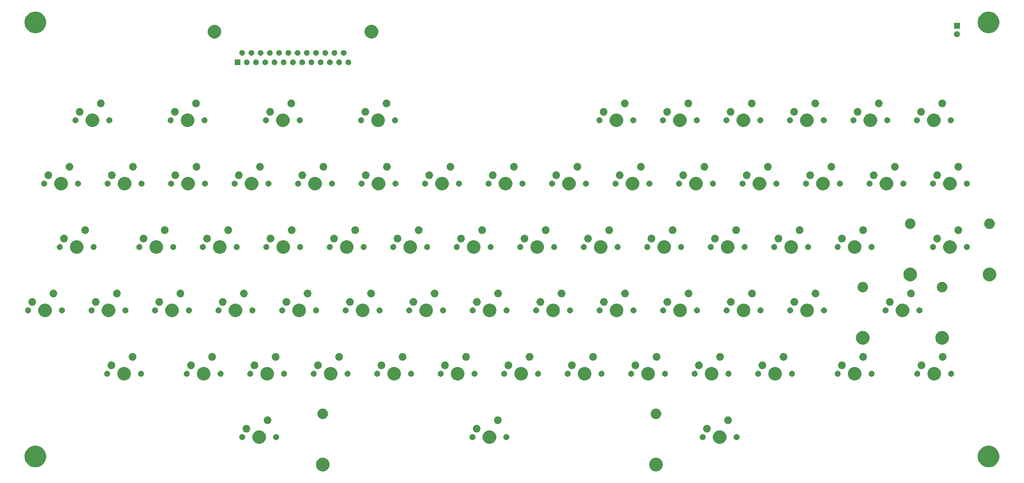
<source format=gbr>
G04 #@! TF.GenerationSoftware,KiCad,Pcbnew,(5.1.2)-1*
G04 #@! TF.CreationDate,2019-10-14T05:56:34-04:00*
G04 #@! TF.ProjectId,HP_9915A_Keyboard,48505f39-3931-4354-915f-4b6579626f61,rev?*
G04 #@! TF.SameCoordinates,Original*
G04 #@! TF.FileFunction,Soldermask,Top*
G04 #@! TF.FilePolarity,Negative*
%FSLAX46Y46*%
G04 Gerber Fmt 4.6, Leading zero omitted, Abs format (unit mm)*
G04 Created by KiCad (PCBNEW (5.1.2)-1) date 2019-10-14 05:56:34*
%MOMM*%
%LPD*%
G04 APERTURE LIST*
%ADD10C,0.100000*%
G04 APERTURE END LIST*
D10*
G36*
X255322254Y-199942818D02*
G01*
X255695511Y-200097426D01*
X255695513Y-200097427D01*
X256031436Y-200321884D01*
X256317116Y-200607564D01*
X256518904Y-200909560D01*
X256541574Y-200943489D01*
X256696182Y-201316746D01*
X256775000Y-201712993D01*
X256775000Y-202117007D01*
X256696182Y-202513254D01*
X256597704Y-202751000D01*
X256541573Y-202886513D01*
X256317116Y-203222436D01*
X256031436Y-203508116D01*
X255695513Y-203732573D01*
X255695512Y-203732574D01*
X255695511Y-203732574D01*
X255322254Y-203887182D01*
X254926007Y-203966000D01*
X254521993Y-203966000D01*
X254125746Y-203887182D01*
X253752489Y-203732574D01*
X253752488Y-203732574D01*
X253752487Y-203732573D01*
X253416564Y-203508116D01*
X253130884Y-203222436D01*
X252906427Y-202886513D01*
X252850296Y-202751000D01*
X252751818Y-202513254D01*
X252673000Y-202117007D01*
X252673000Y-201712993D01*
X252751818Y-201316746D01*
X252906426Y-200943489D01*
X252929097Y-200909560D01*
X253130884Y-200607564D01*
X253416564Y-200321884D01*
X253752487Y-200097427D01*
X253752489Y-200097426D01*
X254125746Y-199942818D01*
X254521993Y-199864000D01*
X254926007Y-199864000D01*
X255322254Y-199942818D01*
X255322254Y-199942818D01*
G37*
G36*
X155322254Y-199942818D02*
G01*
X155695511Y-200097426D01*
X155695513Y-200097427D01*
X156031436Y-200321884D01*
X156317116Y-200607564D01*
X156518904Y-200909560D01*
X156541574Y-200943489D01*
X156696182Y-201316746D01*
X156775000Y-201712993D01*
X156775000Y-202117007D01*
X156696182Y-202513254D01*
X156597704Y-202751000D01*
X156541573Y-202886513D01*
X156317116Y-203222436D01*
X156031436Y-203508116D01*
X155695513Y-203732573D01*
X155695512Y-203732574D01*
X155695511Y-203732574D01*
X155322254Y-203887182D01*
X154926007Y-203966000D01*
X154521993Y-203966000D01*
X154125746Y-203887182D01*
X153752489Y-203732574D01*
X153752488Y-203732574D01*
X153752487Y-203732573D01*
X153416564Y-203508116D01*
X153130884Y-203222436D01*
X152906427Y-202886513D01*
X152850296Y-202751000D01*
X152751818Y-202513254D01*
X152673000Y-202117007D01*
X152673000Y-201712993D01*
X152751818Y-201316746D01*
X152906426Y-200943489D01*
X152929097Y-200909560D01*
X153130884Y-200607564D01*
X153416564Y-200321884D01*
X153752487Y-200097427D01*
X153752489Y-200097426D01*
X154125746Y-199942818D01*
X154521993Y-199864000D01*
X154926007Y-199864000D01*
X155322254Y-199942818D01*
X155322254Y-199942818D01*
G37*
G36*
X355134239Y-196311467D02*
G01*
X355448282Y-196373934D01*
X356039926Y-196619001D01*
X356572392Y-196974784D01*
X357025216Y-197427608D01*
X357380999Y-197960074D01*
X357626066Y-198551718D01*
X357626066Y-198551719D01*
X357751000Y-199179803D01*
X357751000Y-199820197D01*
X357695856Y-200097426D01*
X357626066Y-200448282D01*
X357380999Y-201039926D01*
X357025216Y-201572392D01*
X356572392Y-202025216D01*
X356039926Y-202380999D01*
X355448282Y-202626066D01*
X355134239Y-202688533D01*
X354820197Y-202751000D01*
X354179803Y-202751000D01*
X353865761Y-202688533D01*
X353551718Y-202626066D01*
X352960074Y-202380999D01*
X352427608Y-202025216D01*
X351974784Y-201572392D01*
X351619001Y-201039926D01*
X351373934Y-200448282D01*
X351304144Y-200097426D01*
X351249000Y-199820197D01*
X351249000Y-199179803D01*
X351373934Y-198551719D01*
X351373934Y-198551718D01*
X351619001Y-197960074D01*
X351974784Y-197427608D01*
X352427608Y-196974784D01*
X352960074Y-196619001D01*
X353551718Y-196373934D01*
X353865761Y-196311467D01*
X354179803Y-196249000D01*
X354820197Y-196249000D01*
X355134239Y-196311467D01*
X355134239Y-196311467D01*
G37*
G36*
X69134239Y-196311467D02*
G01*
X69448282Y-196373934D01*
X70039926Y-196619001D01*
X70572392Y-196974784D01*
X71025216Y-197427608D01*
X71380999Y-197960074D01*
X71626066Y-198551718D01*
X71626066Y-198551719D01*
X71751000Y-199179803D01*
X71751000Y-199820197D01*
X71695856Y-200097426D01*
X71626066Y-200448282D01*
X71380999Y-201039926D01*
X71025216Y-201572392D01*
X70572392Y-202025216D01*
X70039926Y-202380999D01*
X69448282Y-202626066D01*
X69134239Y-202688533D01*
X68820197Y-202751000D01*
X68179803Y-202751000D01*
X67865761Y-202688533D01*
X67551718Y-202626066D01*
X66960074Y-202380999D01*
X66427608Y-202025216D01*
X65974784Y-201572392D01*
X65619001Y-201039926D01*
X65373934Y-200448282D01*
X65304144Y-200097426D01*
X65249000Y-199820197D01*
X65249000Y-199179803D01*
X65373934Y-198551719D01*
X65373934Y-198551718D01*
X65619001Y-197960074D01*
X65974784Y-197427608D01*
X66427608Y-196974784D01*
X66960074Y-196619001D01*
X67551718Y-196373934D01*
X67865761Y-196311467D01*
X68179803Y-196249000D01*
X68820197Y-196249000D01*
X69134239Y-196311467D01*
X69134239Y-196311467D01*
G37*
G36*
X274410254Y-191702818D02*
G01*
X274783511Y-191857426D01*
X274783513Y-191857427D01*
X275119436Y-192081884D01*
X275405116Y-192367564D01*
X275629574Y-192703489D01*
X275784182Y-193076746D01*
X275863000Y-193472993D01*
X275863000Y-193877007D01*
X275784182Y-194273254D01*
X275629574Y-194646511D01*
X275629573Y-194646513D01*
X275405116Y-194982436D01*
X275119436Y-195268116D01*
X274783513Y-195492573D01*
X274783512Y-195492574D01*
X274783511Y-195492574D01*
X274410254Y-195647182D01*
X274014007Y-195726000D01*
X273609993Y-195726000D01*
X273213746Y-195647182D01*
X272840489Y-195492574D01*
X272840488Y-195492574D01*
X272840487Y-195492573D01*
X272504564Y-195268116D01*
X272218884Y-194982436D01*
X271994427Y-194646513D01*
X271994426Y-194646511D01*
X271839818Y-194273254D01*
X271761000Y-193877007D01*
X271761000Y-193472993D01*
X271839818Y-193076746D01*
X271994426Y-192703489D01*
X272218884Y-192367564D01*
X272504564Y-192081884D01*
X272840487Y-191857427D01*
X272840489Y-191857426D01*
X273213746Y-191702818D01*
X273609993Y-191624000D01*
X274014007Y-191624000D01*
X274410254Y-191702818D01*
X274410254Y-191702818D01*
G37*
G36*
X205322254Y-191702818D02*
G01*
X205695511Y-191857426D01*
X205695513Y-191857427D01*
X206031436Y-192081884D01*
X206317116Y-192367564D01*
X206541574Y-192703489D01*
X206696182Y-193076746D01*
X206775000Y-193472993D01*
X206775000Y-193877007D01*
X206696182Y-194273254D01*
X206541574Y-194646511D01*
X206541573Y-194646513D01*
X206317116Y-194982436D01*
X206031436Y-195268116D01*
X205695513Y-195492573D01*
X205695512Y-195492574D01*
X205695511Y-195492574D01*
X205322254Y-195647182D01*
X204926007Y-195726000D01*
X204521993Y-195726000D01*
X204125746Y-195647182D01*
X203752489Y-195492574D01*
X203752488Y-195492574D01*
X203752487Y-195492573D01*
X203416564Y-195268116D01*
X203130884Y-194982436D01*
X202906427Y-194646513D01*
X202906426Y-194646511D01*
X202751818Y-194273254D01*
X202673000Y-193877007D01*
X202673000Y-193472993D01*
X202751818Y-193076746D01*
X202906426Y-192703489D01*
X203130884Y-192367564D01*
X203416564Y-192081884D01*
X203752487Y-191857427D01*
X203752489Y-191857426D01*
X204125746Y-191702818D01*
X204521993Y-191624000D01*
X204926007Y-191624000D01*
X205322254Y-191702818D01*
X205322254Y-191702818D01*
G37*
G36*
X136234254Y-191702818D02*
G01*
X136607511Y-191857426D01*
X136607513Y-191857427D01*
X136943436Y-192081884D01*
X137229116Y-192367564D01*
X137453574Y-192703489D01*
X137608182Y-193076746D01*
X137687000Y-193472993D01*
X137687000Y-193877007D01*
X137608182Y-194273254D01*
X137453574Y-194646511D01*
X137453573Y-194646513D01*
X137229116Y-194982436D01*
X136943436Y-195268116D01*
X136607513Y-195492573D01*
X136607512Y-195492574D01*
X136607511Y-195492574D01*
X136234254Y-195647182D01*
X135838007Y-195726000D01*
X135433993Y-195726000D01*
X135037746Y-195647182D01*
X134664489Y-195492574D01*
X134664488Y-195492574D01*
X134664487Y-195492573D01*
X134328564Y-195268116D01*
X134042884Y-194982436D01*
X133818427Y-194646513D01*
X133818426Y-194646511D01*
X133663818Y-194273254D01*
X133585000Y-193877007D01*
X133585000Y-193472993D01*
X133663818Y-193076746D01*
X133818426Y-192703489D01*
X134042884Y-192367564D01*
X134328564Y-192081884D01*
X134664487Y-191857427D01*
X134664489Y-191857426D01*
X135037746Y-191702818D01*
X135433993Y-191624000D01*
X135838007Y-191624000D01*
X136234254Y-191702818D01*
X136234254Y-191702818D01*
G37*
G36*
X279005512Y-192778927D02*
G01*
X279154812Y-192808624D01*
X279318784Y-192876544D01*
X279466354Y-192975147D01*
X279591853Y-193100646D01*
X279690456Y-193248216D01*
X279758376Y-193412188D01*
X279793000Y-193586259D01*
X279793000Y-193763741D01*
X279758376Y-193937812D01*
X279690456Y-194101784D01*
X279591853Y-194249354D01*
X279466354Y-194374853D01*
X279318784Y-194473456D01*
X279154812Y-194541376D01*
X279005512Y-194571073D01*
X278980742Y-194576000D01*
X278803258Y-194576000D01*
X278778488Y-194571073D01*
X278629188Y-194541376D01*
X278465216Y-194473456D01*
X278317646Y-194374853D01*
X278192147Y-194249354D01*
X278093544Y-194101784D01*
X278025624Y-193937812D01*
X277991000Y-193763741D01*
X277991000Y-193586259D01*
X278025624Y-193412188D01*
X278093544Y-193248216D01*
X278192147Y-193100646D01*
X278317646Y-192975147D01*
X278465216Y-192876544D01*
X278629188Y-192808624D01*
X278778488Y-192778927D01*
X278803258Y-192774000D01*
X278980742Y-192774000D01*
X279005512Y-192778927D01*
X279005512Y-192778927D01*
G37*
G36*
X268845512Y-192778927D02*
G01*
X268994812Y-192808624D01*
X269158784Y-192876544D01*
X269306354Y-192975147D01*
X269431853Y-193100646D01*
X269530456Y-193248216D01*
X269598376Y-193412188D01*
X269633000Y-193586259D01*
X269633000Y-193763741D01*
X269598376Y-193937812D01*
X269530456Y-194101784D01*
X269431853Y-194249354D01*
X269306354Y-194374853D01*
X269158784Y-194473456D01*
X268994812Y-194541376D01*
X268845512Y-194571073D01*
X268820742Y-194576000D01*
X268643258Y-194576000D01*
X268618488Y-194571073D01*
X268469188Y-194541376D01*
X268305216Y-194473456D01*
X268157646Y-194374853D01*
X268032147Y-194249354D01*
X267933544Y-194101784D01*
X267865624Y-193937812D01*
X267831000Y-193763741D01*
X267831000Y-193586259D01*
X267865624Y-193412188D01*
X267933544Y-193248216D01*
X268032147Y-193100646D01*
X268157646Y-192975147D01*
X268305216Y-192876544D01*
X268469188Y-192808624D01*
X268618488Y-192778927D01*
X268643258Y-192774000D01*
X268820742Y-192774000D01*
X268845512Y-192778927D01*
X268845512Y-192778927D01*
G37*
G36*
X209917512Y-192778927D02*
G01*
X210066812Y-192808624D01*
X210230784Y-192876544D01*
X210378354Y-192975147D01*
X210503853Y-193100646D01*
X210602456Y-193248216D01*
X210670376Y-193412188D01*
X210705000Y-193586259D01*
X210705000Y-193763741D01*
X210670376Y-193937812D01*
X210602456Y-194101784D01*
X210503853Y-194249354D01*
X210378354Y-194374853D01*
X210230784Y-194473456D01*
X210066812Y-194541376D01*
X209917512Y-194571073D01*
X209892742Y-194576000D01*
X209715258Y-194576000D01*
X209690488Y-194571073D01*
X209541188Y-194541376D01*
X209377216Y-194473456D01*
X209229646Y-194374853D01*
X209104147Y-194249354D01*
X209005544Y-194101784D01*
X208937624Y-193937812D01*
X208903000Y-193763741D01*
X208903000Y-193586259D01*
X208937624Y-193412188D01*
X209005544Y-193248216D01*
X209104147Y-193100646D01*
X209229646Y-192975147D01*
X209377216Y-192876544D01*
X209541188Y-192808624D01*
X209690488Y-192778927D01*
X209715258Y-192774000D01*
X209892742Y-192774000D01*
X209917512Y-192778927D01*
X209917512Y-192778927D01*
G37*
G36*
X199757512Y-192778927D02*
G01*
X199906812Y-192808624D01*
X200070784Y-192876544D01*
X200218354Y-192975147D01*
X200343853Y-193100646D01*
X200442456Y-193248216D01*
X200510376Y-193412188D01*
X200545000Y-193586259D01*
X200545000Y-193763741D01*
X200510376Y-193937812D01*
X200442456Y-194101784D01*
X200343853Y-194249354D01*
X200218354Y-194374853D01*
X200070784Y-194473456D01*
X199906812Y-194541376D01*
X199757512Y-194571073D01*
X199732742Y-194576000D01*
X199555258Y-194576000D01*
X199530488Y-194571073D01*
X199381188Y-194541376D01*
X199217216Y-194473456D01*
X199069646Y-194374853D01*
X198944147Y-194249354D01*
X198845544Y-194101784D01*
X198777624Y-193937812D01*
X198743000Y-193763741D01*
X198743000Y-193586259D01*
X198777624Y-193412188D01*
X198845544Y-193248216D01*
X198944147Y-193100646D01*
X199069646Y-192975147D01*
X199217216Y-192876544D01*
X199381188Y-192808624D01*
X199530488Y-192778927D01*
X199555258Y-192774000D01*
X199732742Y-192774000D01*
X199757512Y-192778927D01*
X199757512Y-192778927D01*
G37*
G36*
X140829512Y-192778927D02*
G01*
X140978812Y-192808624D01*
X141142784Y-192876544D01*
X141290354Y-192975147D01*
X141415853Y-193100646D01*
X141514456Y-193248216D01*
X141582376Y-193412188D01*
X141617000Y-193586259D01*
X141617000Y-193763741D01*
X141582376Y-193937812D01*
X141514456Y-194101784D01*
X141415853Y-194249354D01*
X141290354Y-194374853D01*
X141142784Y-194473456D01*
X140978812Y-194541376D01*
X140829512Y-194571073D01*
X140804742Y-194576000D01*
X140627258Y-194576000D01*
X140602488Y-194571073D01*
X140453188Y-194541376D01*
X140289216Y-194473456D01*
X140141646Y-194374853D01*
X140016147Y-194249354D01*
X139917544Y-194101784D01*
X139849624Y-193937812D01*
X139815000Y-193763741D01*
X139815000Y-193586259D01*
X139849624Y-193412188D01*
X139917544Y-193248216D01*
X140016147Y-193100646D01*
X140141646Y-192975147D01*
X140289216Y-192876544D01*
X140453188Y-192808624D01*
X140602488Y-192778927D01*
X140627258Y-192774000D01*
X140804742Y-192774000D01*
X140829512Y-192778927D01*
X140829512Y-192778927D01*
G37*
G36*
X130669512Y-192778927D02*
G01*
X130818812Y-192808624D01*
X130982784Y-192876544D01*
X131130354Y-192975147D01*
X131255853Y-193100646D01*
X131354456Y-193248216D01*
X131422376Y-193412188D01*
X131457000Y-193586259D01*
X131457000Y-193763741D01*
X131422376Y-193937812D01*
X131354456Y-194101784D01*
X131255853Y-194249354D01*
X131130354Y-194374853D01*
X130982784Y-194473456D01*
X130818812Y-194541376D01*
X130669512Y-194571073D01*
X130644742Y-194576000D01*
X130467258Y-194576000D01*
X130442488Y-194571073D01*
X130293188Y-194541376D01*
X130129216Y-194473456D01*
X129981646Y-194374853D01*
X129856147Y-194249354D01*
X129757544Y-194101784D01*
X129689624Y-193937812D01*
X129655000Y-193763741D01*
X129655000Y-193586259D01*
X129689624Y-193412188D01*
X129757544Y-193248216D01*
X129856147Y-193100646D01*
X129981646Y-192975147D01*
X130129216Y-192876544D01*
X130293188Y-192808624D01*
X130442488Y-192778927D01*
X130467258Y-192774000D01*
X130644742Y-192774000D01*
X130669512Y-192778927D01*
X130669512Y-192778927D01*
G37*
G36*
X132050549Y-190006116D02*
G01*
X132161734Y-190028232D01*
X132371203Y-190114997D01*
X132559720Y-190240960D01*
X132720040Y-190401280D01*
X132846003Y-190589797D01*
X132932768Y-190799266D01*
X132977000Y-191021636D01*
X132977000Y-191248364D01*
X132932768Y-191470734D01*
X132846003Y-191680203D01*
X132720040Y-191868720D01*
X132559720Y-192029040D01*
X132371203Y-192155003D01*
X132161734Y-192241768D01*
X132050549Y-192263884D01*
X131939365Y-192286000D01*
X131712635Y-192286000D01*
X131601451Y-192263884D01*
X131490266Y-192241768D01*
X131280797Y-192155003D01*
X131092280Y-192029040D01*
X130931960Y-191868720D01*
X130805997Y-191680203D01*
X130719232Y-191470734D01*
X130675000Y-191248364D01*
X130675000Y-191021636D01*
X130719232Y-190799266D01*
X130805997Y-190589797D01*
X130931960Y-190401280D01*
X131092280Y-190240960D01*
X131280797Y-190114997D01*
X131490266Y-190028232D01*
X131601451Y-190006116D01*
X131712635Y-189984000D01*
X131939365Y-189984000D01*
X132050549Y-190006116D01*
X132050549Y-190006116D01*
G37*
G36*
X201138549Y-190006116D02*
G01*
X201249734Y-190028232D01*
X201459203Y-190114997D01*
X201647720Y-190240960D01*
X201808040Y-190401280D01*
X201934003Y-190589797D01*
X202020768Y-190799266D01*
X202065000Y-191021636D01*
X202065000Y-191248364D01*
X202020768Y-191470734D01*
X201934003Y-191680203D01*
X201808040Y-191868720D01*
X201647720Y-192029040D01*
X201459203Y-192155003D01*
X201249734Y-192241768D01*
X201138549Y-192263884D01*
X201027365Y-192286000D01*
X200800635Y-192286000D01*
X200689451Y-192263884D01*
X200578266Y-192241768D01*
X200368797Y-192155003D01*
X200180280Y-192029040D01*
X200019960Y-191868720D01*
X199893997Y-191680203D01*
X199807232Y-191470734D01*
X199763000Y-191248364D01*
X199763000Y-191021636D01*
X199807232Y-190799266D01*
X199893997Y-190589797D01*
X200019960Y-190401280D01*
X200180280Y-190240960D01*
X200368797Y-190114997D01*
X200578266Y-190028232D01*
X200689451Y-190006116D01*
X200800635Y-189984000D01*
X201027365Y-189984000D01*
X201138549Y-190006116D01*
X201138549Y-190006116D01*
G37*
G36*
X270226549Y-190006116D02*
G01*
X270337734Y-190028232D01*
X270547203Y-190114997D01*
X270735720Y-190240960D01*
X270896040Y-190401280D01*
X271022003Y-190589797D01*
X271108768Y-190799266D01*
X271153000Y-191021636D01*
X271153000Y-191248364D01*
X271108768Y-191470734D01*
X271022003Y-191680203D01*
X270896040Y-191868720D01*
X270735720Y-192029040D01*
X270547203Y-192155003D01*
X270337734Y-192241768D01*
X270226549Y-192263884D01*
X270115365Y-192286000D01*
X269888635Y-192286000D01*
X269777451Y-192263884D01*
X269666266Y-192241768D01*
X269456797Y-192155003D01*
X269268280Y-192029040D01*
X269107960Y-191868720D01*
X268981997Y-191680203D01*
X268895232Y-191470734D01*
X268851000Y-191248364D01*
X268851000Y-191021636D01*
X268895232Y-190799266D01*
X268981997Y-190589797D01*
X269107960Y-190401280D01*
X269268280Y-190240960D01*
X269456797Y-190114997D01*
X269666266Y-190028232D01*
X269777451Y-190006116D01*
X269888635Y-189984000D01*
X270115365Y-189984000D01*
X270226549Y-190006116D01*
X270226549Y-190006116D01*
G37*
G36*
X207488549Y-187466116D02*
G01*
X207599734Y-187488232D01*
X207809203Y-187574997D01*
X207997720Y-187700960D01*
X208158040Y-187861280D01*
X208284003Y-188049797D01*
X208370768Y-188259266D01*
X208415000Y-188481636D01*
X208415000Y-188708364D01*
X208370768Y-188930734D01*
X208284003Y-189140203D01*
X208158040Y-189328720D01*
X207997720Y-189489040D01*
X207809203Y-189615003D01*
X207599734Y-189701768D01*
X207488549Y-189723884D01*
X207377365Y-189746000D01*
X207150635Y-189746000D01*
X207039451Y-189723884D01*
X206928266Y-189701768D01*
X206718797Y-189615003D01*
X206530280Y-189489040D01*
X206369960Y-189328720D01*
X206243997Y-189140203D01*
X206157232Y-188930734D01*
X206113000Y-188708364D01*
X206113000Y-188481636D01*
X206157232Y-188259266D01*
X206243997Y-188049797D01*
X206369960Y-187861280D01*
X206530280Y-187700960D01*
X206718797Y-187574997D01*
X206928266Y-187488232D01*
X207039451Y-187466116D01*
X207150635Y-187444000D01*
X207377365Y-187444000D01*
X207488549Y-187466116D01*
X207488549Y-187466116D01*
G37*
G36*
X138400549Y-187466116D02*
G01*
X138511734Y-187488232D01*
X138721203Y-187574997D01*
X138909720Y-187700960D01*
X139070040Y-187861280D01*
X139196003Y-188049797D01*
X139282768Y-188259266D01*
X139327000Y-188481636D01*
X139327000Y-188708364D01*
X139282768Y-188930734D01*
X139196003Y-189140203D01*
X139070040Y-189328720D01*
X138909720Y-189489040D01*
X138721203Y-189615003D01*
X138511734Y-189701768D01*
X138400549Y-189723884D01*
X138289365Y-189746000D01*
X138062635Y-189746000D01*
X137951451Y-189723884D01*
X137840266Y-189701768D01*
X137630797Y-189615003D01*
X137442280Y-189489040D01*
X137281960Y-189328720D01*
X137155997Y-189140203D01*
X137069232Y-188930734D01*
X137025000Y-188708364D01*
X137025000Y-188481636D01*
X137069232Y-188259266D01*
X137155997Y-188049797D01*
X137281960Y-187861280D01*
X137442280Y-187700960D01*
X137630797Y-187574997D01*
X137840266Y-187488232D01*
X137951451Y-187466116D01*
X138062635Y-187444000D01*
X138289365Y-187444000D01*
X138400549Y-187466116D01*
X138400549Y-187466116D01*
G37*
G36*
X276576549Y-187466116D02*
G01*
X276687734Y-187488232D01*
X276897203Y-187574997D01*
X277085720Y-187700960D01*
X277246040Y-187861280D01*
X277372003Y-188049797D01*
X277458768Y-188259266D01*
X277503000Y-188481636D01*
X277503000Y-188708364D01*
X277458768Y-188930734D01*
X277372003Y-189140203D01*
X277246040Y-189328720D01*
X277085720Y-189489040D01*
X276897203Y-189615003D01*
X276687734Y-189701768D01*
X276576549Y-189723884D01*
X276465365Y-189746000D01*
X276238635Y-189746000D01*
X276127451Y-189723884D01*
X276016266Y-189701768D01*
X275806797Y-189615003D01*
X275618280Y-189489040D01*
X275457960Y-189328720D01*
X275331997Y-189140203D01*
X275245232Y-188930734D01*
X275201000Y-188708364D01*
X275201000Y-188481636D01*
X275245232Y-188259266D01*
X275331997Y-188049797D01*
X275457960Y-187861280D01*
X275618280Y-187700960D01*
X275806797Y-187574997D01*
X276016266Y-187488232D01*
X276127451Y-187466116D01*
X276238635Y-187444000D01*
X276465365Y-187444000D01*
X276576549Y-187466116D01*
X276576549Y-187466116D01*
G37*
G36*
X254955083Y-185114090D02*
G01*
X255183702Y-185159564D01*
X255470516Y-185278367D01*
X255728642Y-185450841D01*
X255948159Y-185670358D01*
X256120633Y-185928484D01*
X256239436Y-186215298D01*
X256300000Y-186519778D01*
X256300000Y-186830222D01*
X256239436Y-187134702D01*
X256120633Y-187421516D01*
X255948159Y-187679642D01*
X255728642Y-187899159D01*
X255470516Y-188071633D01*
X255183702Y-188190436D01*
X254955083Y-188235910D01*
X254879224Y-188251000D01*
X254568776Y-188251000D01*
X254492917Y-188235910D01*
X254264298Y-188190436D01*
X253977484Y-188071633D01*
X253719358Y-187899159D01*
X253499841Y-187679642D01*
X253327367Y-187421516D01*
X253208564Y-187134702D01*
X253148000Y-186830222D01*
X253148000Y-186519778D01*
X253208564Y-186215298D01*
X253327367Y-185928484D01*
X253499841Y-185670358D01*
X253719358Y-185450841D01*
X253977484Y-185278367D01*
X254264298Y-185159564D01*
X254492917Y-185114090D01*
X254568776Y-185099000D01*
X254879224Y-185099000D01*
X254955083Y-185114090D01*
X254955083Y-185114090D01*
G37*
G36*
X154955083Y-185114090D02*
G01*
X155183702Y-185159564D01*
X155470516Y-185278367D01*
X155728642Y-185450841D01*
X155948159Y-185670358D01*
X156120633Y-185928484D01*
X156239436Y-186215298D01*
X156300000Y-186519778D01*
X156300000Y-186830222D01*
X156239436Y-187134702D01*
X156120633Y-187421516D01*
X155948159Y-187679642D01*
X155728642Y-187899159D01*
X155470516Y-188071633D01*
X155183702Y-188190436D01*
X154955083Y-188235910D01*
X154879224Y-188251000D01*
X154568776Y-188251000D01*
X154492917Y-188235910D01*
X154264298Y-188190436D01*
X153977484Y-188071633D01*
X153719358Y-187899159D01*
X153499841Y-187679642D01*
X153327367Y-187421516D01*
X153208564Y-187134702D01*
X153148000Y-186830222D01*
X153148000Y-186519778D01*
X153208564Y-186215298D01*
X153327367Y-185928484D01*
X153499841Y-185670358D01*
X153719358Y-185450841D01*
X153977484Y-185278367D01*
X154264298Y-185159564D01*
X154492917Y-185114090D01*
X154568776Y-185099000D01*
X154879224Y-185099000D01*
X154955083Y-185114090D01*
X154955083Y-185114090D01*
G37*
G36*
X233897254Y-172652818D02*
G01*
X234270511Y-172807426D01*
X234270513Y-172807427D01*
X234606436Y-173031884D01*
X234892116Y-173317564D01*
X235116574Y-173653489D01*
X235271182Y-174026746D01*
X235350000Y-174422993D01*
X235350000Y-174827007D01*
X235271182Y-175223254D01*
X235116574Y-175596511D01*
X235116573Y-175596513D01*
X234892116Y-175932436D01*
X234606436Y-176218116D01*
X234270513Y-176442573D01*
X234270512Y-176442574D01*
X234270511Y-176442574D01*
X233897254Y-176597182D01*
X233501007Y-176676000D01*
X233096993Y-176676000D01*
X232700746Y-176597182D01*
X232327489Y-176442574D01*
X232327488Y-176442574D01*
X232327487Y-176442573D01*
X231991564Y-176218116D01*
X231705884Y-175932436D01*
X231481427Y-175596513D01*
X231481426Y-175596511D01*
X231326818Y-175223254D01*
X231248000Y-174827007D01*
X231248000Y-174422993D01*
X231326818Y-174026746D01*
X231481426Y-173653489D01*
X231705884Y-173317564D01*
X231991564Y-173031884D01*
X232327487Y-172807427D01*
X232327489Y-172807426D01*
X232700746Y-172652818D01*
X233096993Y-172574000D01*
X233501007Y-172574000D01*
X233897254Y-172652818D01*
X233897254Y-172652818D01*
G37*
G36*
X95721254Y-172652818D02*
G01*
X96094511Y-172807426D01*
X96094513Y-172807427D01*
X96430436Y-173031884D01*
X96716116Y-173317564D01*
X96940574Y-173653489D01*
X97095182Y-174026746D01*
X97174000Y-174422993D01*
X97174000Y-174827007D01*
X97095182Y-175223254D01*
X96940574Y-175596511D01*
X96940573Y-175596513D01*
X96716116Y-175932436D01*
X96430436Y-176218116D01*
X96094513Y-176442573D01*
X96094512Y-176442574D01*
X96094511Y-176442574D01*
X95721254Y-176597182D01*
X95325007Y-176676000D01*
X94920993Y-176676000D01*
X94524746Y-176597182D01*
X94151489Y-176442574D01*
X94151488Y-176442574D01*
X94151487Y-176442573D01*
X93815564Y-176218116D01*
X93529884Y-175932436D01*
X93305427Y-175596513D01*
X93305426Y-175596511D01*
X93150818Y-175223254D01*
X93072000Y-174827007D01*
X93072000Y-174422993D01*
X93150818Y-174026746D01*
X93305426Y-173653489D01*
X93529884Y-173317564D01*
X93815564Y-173031884D01*
X94151487Y-172807427D01*
X94151489Y-172807426D01*
X94524746Y-172652818D01*
X94920993Y-172574000D01*
X95325007Y-172574000D01*
X95721254Y-172652818D01*
X95721254Y-172652818D01*
G37*
G36*
X252947254Y-172652818D02*
G01*
X253320511Y-172807426D01*
X253320513Y-172807427D01*
X253656436Y-173031884D01*
X253942116Y-173317564D01*
X254166574Y-173653489D01*
X254321182Y-174026746D01*
X254400000Y-174422993D01*
X254400000Y-174827007D01*
X254321182Y-175223254D01*
X254166574Y-175596511D01*
X254166573Y-175596513D01*
X253942116Y-175932436D01*
X253656436Y-176218116D01*
X253320513Y-176442573D01*
X253320512Y-176442574D01*
X253320511Y-176442574D01*
X252947254Y-176597182D01*
X252551007Y-176676000D01*
X252146993Y-176676000D01*
X251750746Y-176597182D01*
X251377489Y-176442574D01*
X251377488Y-176442574D01*
X251377487Y-176442573D01*
X251041564Y-176218116D01*
X250755884Y-175932436D01*
X250531427Y-175596513D01*
X250531426Y-175596511D01*
X250376818Y-175223254D01*
X250298000Y-174827007D01*
X250298000Y-174422993D01*
X250376818Y-174026746D01*
X250531426Y-173653489D01*
X250755884Y-173317564D01*
X251041564Y-173031884D01*
X251377487Y-172807427D01*
X251377489Y-172807426D01*
X251750746Y-172652818D01*
X252146993Y-172574000D01*
X252551007Y-172574000D01*
X252947254Y-172652818D01*
X252947254Y-172652818D01*
G37*
G36*
X291047254Y-172652818D02*
G01*
X291420511Y-172807426D01*
X291420513Y-172807427D01*
X291756436Y-173031884D01*
X292042116Y-173317564D01*
X292266574Y-173653489D01*
X292421182Y-174026746D01*
X292500000Y-174422993D01*
X292500000Y-174827007D01*
X292421182Y-175223254D01*
X292266574Y-175596511D01*
X292266573Y-175596513D01*
X292042116Y-175932436D01*
X291756436Y-176218116D01*
X291420513Y-176442573D01*
X291420512Y-176442574D01*
X291420511Y-176442574D01*
X291047254Y-176597182D01*
X290651007Y-176676000D01*
X290246993Y-176676000D01*
X289850746Y-176597182D01*
X289477489Y-176442574D01*
X289477488Y-176442574D01*
X289477487Y-176442573D01*
X289141564Y-176218116D01*
X288855884Y-175932436D01*
X288631427Y-175596513D01*
X288631426Y-175596511D01*
X288476818Y-175223254D01*
X288398000Y-174827007D01*
X288398000Y-174422993D01*
X288476818Y-174026746D01*
X288631426Y-173653489D01*
X288855884Y-173317564D01*
X289141564Y-173031884D01*
X289477487Y-172807427D01*
X289477489Y-172807426D01*
X289850746Y-172652818D01*
X290246993Y-172574000D01*
X290651007Y-172574000D01*
X291047254Y-172652818D01*
X291047254Y-172652818D01*
G37*
G36*
X314923254Y-172652818D02*
G01*
X315296511Y-172807426D01*
X315296513Y-172807427D01*
X315632436Y-173031884D01*
X315918116Y-173317564D01*
X316142574Y-173653489D01*
X316297182Y-174026746D01*
X316376000Y-174422993D01*
X316376000Y-174827007D01*
X316297182Y-175223254D01*
X316142574Y-175596511D01*
X316142573Y-175596513D01*
X315918116Y-175932436D01*
X315632436Y-176218116D01*
X315296513Y-176442573D01*
X315296512Y-176442574D01*
X315296511Y-176442574D01*
X314923254Y-176597182D01*
X314527007Y-176676000D01*
X314122993Y-176676000D01*
X313726746Y-176597182D01*
X313353489Y-176442574D01*
X313353488Y-176442574D01*
X313353487Y-176442573D01*
X313017564Y-176218116D01*
X312731884Y-175932436D01*
X312507427Y-175596513D01*
X312507426Y-175596511D01*
X312352818Y-175223254D01*
X312274000Y-174827007D01*
X312274000Y-174422993D01*
X312352818Y-174026746D01*
X312507426Y-173653489D01*
X312731884Y-173317564D01*
X313017564Y-173031884D01*
X313353487Y-172807427D01*
X313353489Y-172807426D01*
X313726746Y-172652818D01*
X314122993Y-172574000D01*
X314527007Y-172574000D01*
X314923254Y-172652818D01*
X314923254Y-172652818D01*
G37*
G36*
X271997254Y-172652818D02*
G01*
X272370511Y-172807426D01*
X272370513Y-172807427D01*
X272706436Y-173031884D01*
X272992116Y-173317564D01*
X273216574Y-173653489D01*
X273371182Y-174026746D01*
X273450000Y-174422993D01*
X273450000Y-174827007D01*
X273371182Y-175223254D01*
X273216574Y-175596511D01*
X273216573Y-175596513D01*
X272992116Y-175932436D01*
X272706436Y-176218116D01*
X272370513Y-176442573D01*
X272370512Y-176442574D01*
X272370511Y-176442574D01*
X271997254Y-176597182D01*
X271601007Y-176676000D01*
X271196993Y-176676000D01*
X270800746Y-176597182D01*
X270427489Y-176442574D01*
X270427488Y-176442574D01*
X270427487Y-176442573D01*
X270091564Y-176218116D01*
X269805884Y-175932436D01*
X269581427Y-175596513D01*
X269581426Y-175596511D01*
X269426818Y-175223254D01*
X269348000Y-174827007D01*
X269348000Y-174422993D01*
X269426818Y-174026746D01*
X269581426Y-173653489D01*
X269805884Y-173317564D01*
X270091564Y-173031884D01*
X270427487Y-172807427D01*
X270427489Y-172807426D01*
X270800746Y-172652818D01*
X271196993Y-172574000D01*
X271601007Y-172574000D01*
X271997254Y-172652818D01*
X271997254Y-172652818D01*
G37*
G36*
X119597254Y-172652818D02*
G01*
X119970511Y-172807426D01*
X119970513Y-172807427D01*
X120306436Y-173031884D01*
X120592116Y-173317564D01*
X120816574Y-173653489D01*
X120971182Y-174026746D01*
X121050000Y-174422993D01*
X121050000Y-174827007D01*
X120971182Y-175223254D01*
X120816574Y-175596511D01*
X120816573Y-175596513D01*
X120592116Y-175932436D01*
X120306436Y-176218116D01*
X119970513Y-176442573D01*
X119970512Y-176442574D01*
X119970511Y-176442574D01*
X119597254Y-176597182D01*
X119201007Y-176676000D01*
X118796993Y-176676000D01*
X118400746Y-176597182D01*
X118027489Y-176442574D01*
X118027488Y-176442574D01*
X118027487Y-176442573D01*
X117691564Y-176218116D01*
X117405884Y-175932436D01*
X117181427Y-175596513D01*
X117181426Y-175596511D01*
X117026818Y-175223254D01*
X116948000Y-174827007D01*
X116948000Y-174422993D01*
X117026818Y-174026746D01*
X117181426Y-173653489D01*
X117405884Y-173317564D01*
X117691564Y-173031884D01*
X118027487Y-172807427D01*
X118027489Y-172807426D01*
X118400746Y-172652818D01*
X118796993Y-172574000D01*
X119201007Y-172574000D01*
X119597254Y-172652818D01*
X119597254Y-172652818D01*
G37*
G36*
X157697254Y-172652818D02*
G01*
X158070511Y-172807426D01*
X158070513Y-172807427D01*
X158406436Y-173031884D01*
X158692116Y-173317564D01*
X158916574Y-173653489D01*
X159071182Y-174026746D01*
X159150000Y-174422993D01*
X159150000Y-174827007D01*
X159071182Y-175223254D01*
X158916574Y-175596511D01*
X158916573Y-175596513D01*
X158692116Y-175932436D01*
X158406436Y-176218116D01*
X158070513Y-176442573D01*
X158070512Y-176442574D01*
X158070511Y-176442574D01*
X157697254Y-176597182D01*
X157301007Y-176676000D01*
X156896993Y-176676000D01*
X156500746Y-176597182D01*
X156127489Y-176442574D01*
X156127488Y-176442574D01*
X156127487Y-176442573D01*
X155791564Y-176218116D01*
X155505884Y-175932436D01*
X155281427Y-175596513D01*
X155281426Y-175596511D01*
X155126818Y-175223254D01*
X155048000Y-174827007D01*
X155048000Y-174422993D01*
X155126818Y-174026746D01*
X155281426Y-173653489D01*
X155505884Y-173317564D01*
X155791564Y-173031884D01*
X156127487Y-172807427D01*
X156127489Y-172807426D01*
X156500746Y-172652818D01*
X156896993Y-172574000D01*
X157301007Y-172574000D01*
X157697254Y-172652818D01*
X157697254Y-172652818D01*
G37*
G36*
X176747254Y-172652818D02*
G01*
X177120511Y-172807426D01*
X177120513Y-172807427D01*
X177456436Y-173031884D01*
X177742116Y-173317564D01*
X177966574Y-173653489D01*
X178121182Y-174026746D01*
X178200000Y-174422993D01*
X178200000Y-174827007D01*
X178121182Y-175223254D01*
X177966574Y-175596511D01*
X177966573Y-175596513D01*
X177742116Y-175932436D01*
X177456436Y-176218116D01*
X177120513Y-176442573D01*
X177120512Y-176442574D01*
X177120511Y-176442574D01*
X176747254Y-176597182D01*
X176351007Y-176676000D01*
X175946993Y-176676000D01*
X175550746Y-176597182D01*
X175177489Y-176442574D01*
X175177488Y-176442574D01*
X175177487Y-176442573D01*
X174841564Y-176218116D01*
X174555884Y-175932436D01*
X174331427Y-175596513D01*
X174331426Y-175596511D01*
X174176818Y-175223254D01*
X174098000Y-174827007D01*
X174098000Y-174422993D01*
X174176818Y-174026746D01*
X174331426Y-173653489D01*
X174555884Y-173317564D01*
X174841564Y-173031884D01*
X175177487Y-172807427D01*
X175177489Y-172807426D01*
X175550746Y-172652818D01*
X175946993Y-172574000D01*
X176351007Y-172574000D01*
X176747254Y-172652818D01*
X176747254Y-172652818D01*
G37*
G36*
X195797254Y-172652818D02*
G01*
X196170511Y-172807426D01*
X196170513Y-172807427D01*
X196506436Y-173031884D01*
X196792116Y-173317564D01*
X197016574Y-173653489D01*
X197171182Y-174026746D01*
X197250000Y-174422993D01*
X197250000Y-174827007D01*
X197171182Y-175223254D01*
X197016574Y-175596511D01*
X197016573Y-175596513D01*
X196792116Y-175932436D01*
X196506436Y-176218116D01*
X196170513Y-176442573D01*
X196170512Y-176442574D01*
X196170511Y-176442574D01*
X195797254Y-176597182D01*
X195401007Y-176676000D01*
X194996993Y-176676000D01*
X194600746Y-176597182D01*
X194227489Y-176442574D01*
X194227488Y-176442574D01*
X194227487Y-176442573D01*
X193891564Y-176218116D01*
X193605884Y-175932436D01*
X193381427Y-175596513D01*
X193381426Y-175596511D01*
X193226818Y-175223254D01*
X193148000Y-174827007D01*
X193148000Y-174422993D01*
X193226818Y-174026746D01*
X193381426Y-173653489D01*
X193605884Y-173317564D01*
X193891564Y-173031884D01*
X194227487Y-172807427D01*
X194227489Y-172807426D01*
X194600746Y-172652818D01*
X194996993Y-172574000D01*
X195401007Y-172574000D01*
X195797254Y-172652818D01*
X195797254Y-172652818D01*
G37*
G36*
X138647254Y-172652818D02*
G01*
X139020511Y-172807426D01*
X139020513Y-172807427D01*
X139356436Y-173031884D01*
X139642116Y-173317564D01*
X139866574Y-173653489D01*
X140021182Y-174026746D01*
X140100000Y-174422993D01*
X140100000Y-174827007D01*
X140021182Y-175223254D01*
X139866574Y-175596511D01*
X139866573Y-175596513D01*
X139642116Y-175932436D01*
X139356436Y-176218116D01*
X139020513Y-176442573D01*
X139020512Y-176442574D01*
X139020511Y-176442574D01*
X138647254Y-176597182D01*
X138251007Y-176676000D01*
X137846993Y-176676000D01*
X137450746Y-176597182D01*
X137077489Y-176442574D01*
X137077488Y-176442574D01*
X137077487Y-176442573D01*
X136741564Y-176218116D01*
X136455884Y-175932436D01*
X136231427Y-175596513D01*
X136231426Y-175596511D01*
X136076818Y-175223254D01*
X135998000Y-174827007D01*
X135998000Y-174422993D01*
X136076818Y-174026746D01*
X136231426Y-173653489D01*
X136455884Y-173317564D01*
X136741564Y-173031884D01*
X137077487Y-172807427D01*
X137077489Y-172807426D01*
X137450746Y-172652818D01*
X137846993Y-172574000D01*
X138251007Y-172574000D01*
X138647254Y-172652818D01*
X138647254Y-172652818D01*
G37*
G36*
X214847254Y-172652818D02*
G01*
X215220511Y-172807426D01*
X215220513Y-172807427D01*
X215556436Y-173031884D01*
X215842116Y-173317564D01*
X216066574Y-173653489D01*
X216221182Y-174026746D01*
X216300000Y-174422993D01*
X216300000Y-174827007D01*
X216221182Y-175223254D01*
X216066574Y-175596511D01*
X216066573Y-175596513D01*
X215842116Y-175932436D01*
X215556436Y-176218116D01*
X215220513Y-176442573D01*
X215220512Y-176442574D01*
X215220511Y-176442574D01*
X214847254Y-176597182D01*
X214451007Y-176676000D01*
X214046993Y-176676000D01*
X213650746Y-176597182D01*
X213277489Y-176442574D01*
X213277488Y-176442574D01*
X213277487Y-176442573D01*
X212941564Y-176218116D01*
X212655884Y-175932436D01*
X212431427Y-175596513D01*
X212431426Y-175596511D01*
X212276818Y-175223254D01*
X212198000Y-174827007D01*
X212198000Y-174422993D01*
X212276818Y-174026746D01*
X212431426Y-173653489D01*
X212655884Y-173317564D01*
X212941564Y-173031884D01*
X213277487Y-172807427D01*
X213277489Y-172807426D01*
X213650746Y-172652818D01*
X214046993Y-172574000D01*
X214451007Y-172574000D01*
X214847254Y-172652818D01*
X214847254Y-172652818D01*
G37*
G36*
X338799254Y-172652818D02*
G01*
X339172511Y-172807426D01*
X339172513Y-172807427D01*
X339508436Y-173031884D01*
X339794116Y-173317564D01*
X340018574Y-173653489D01*
X340173182Y-174026746D01*
X340252000Y-174422993D01*
X340252000Y-174827007D01*
X340173182Y-175223254D01*
X340018574Y-175596511D01*
X340018573Y-175596513D01*
X339794116Y-175932436D01*
X339508436Y-176218116D01*
X339172513Y-176442573D01*
X339172512Y-176442574D01*
X339172511Y-176442574D01*
X338799254Y-176597182D01*
X338403007Y-176676000D01*
X337998993Y-176676000D01*
X337602746Y-176597182D01*
X337229489Y-176442574D01*
X337229488Y-176442574D01*
X337229487Y-176442573D01*
X336893564Y-176218116D01*
X336607884Y-175932436D01*
X336383427Y-175596513D01*
X336383426Y-175596511D01*
X336228818Y-175223254D01*
X336150000Y-174827007D01*
X336150000Y-174422993D01*
X336228818Y-174026746D01*
X336383426Y-173653489D01*
X336607884Y-173317564D01*
X336893564Y-173031884D01*
X337229487Y-172807427D01*
X337229489Y-172807426D01*
X337602746Y-172652818D01*
X337998993Y-172574000D01*
X338403007Y-172574000D01*
X338799254Y-172652818D01*
X338799254Y-172652818D01*
G37*
G36*
X190232512Y-173728927D02*
G01*
X190381812Y-173758624D01*
X190545784Y-173826544D01*
X190693354Y-173925147D01*
X190818853Y-174050646D01*
X190917456Y-174198216D01*
X190985376Y-174362188D01*
X191020000Y-174536259D01*
X191020000Y-174713741D01*
X190985376Y-174887812D01*
X190917456Y-175051784D01*
X190818853Y-175199354D01*
X190693354Y-175324853D01*
X190545784Y-175423456D01*
X190381812Y-175491376D01*
X190232512Y-175521073D01*
X190207742Y-175526000D01*
X190030258Y-175526000D01*
X190005488Y-175521073D01*
X189856188Y-175491376D01*
X189692216Y-175423456D01*
X189544646Y-175324853D01*
X189419147Y-175199354D01*
X189320544Y-175051784D01*
X189252624Y-174887812D01*
X189218000Y-174713741D01*
X189218000Y-174536259D01*
X189252624Y-174362188D01*
X189320544Y-174198216D01*
X189419147Y-174050646D01*
X189544646Y-173925147D01*
X189692216Y-173826544D01*
X189856188Y-173758624D01*
X190005488Y-173728927D01*
X190030258Y-173724000D01*
X190207742Y-173724000D01*
X190232512Y-173728927D01*
X190232512Y-173728927D01*
G37*
G36*
X200392512Y-173728927D02*
G01*
X200541812Y-173758624D01*
X200705784Y-173826544D01*
X200853354Y-173925147D01*
X200978853Y-174050646D01*
X201077456Y-174198216D01*
X201145376Y-174362188D01*
X201180000Y-174536259D01*
X201180000Y-174713741D01*
X201145376Y-174887812D01*
X201077456Y-175051784D01*
X200978853Y-175199354D01*
X200853354Y-175324853D01*
X200705784Y-175423456D01*
X200541812Y-175491376D01*
X200392512Y-175521073D01*
X200367742Y-175526000D01*
X200190258Y-175526000D01*
X200165488Y-175521073D01*
X200016188Y-175491376D01*
X199852216Y-175423456D01*
X199704646Y-175324853D01*
X199579147Y-175199354D01*
X199480544Y-175051784D01*
X199412624Y-174887812D01*
X199378000Y-174713741D01*
X199378000Y-174536259D01*
X199412624Y-174362188D01*
X199480544Y-174198216D01*
X199579147Y-174050646D01*
X199704646Y-173925147D01*
X199852216Y-173826544D01*
X200016188Y-173758624D01*
X200165488Y-173728927D01*
X200190258Y-173724000D01*
X200367742Y-173724000D01*
X200392512Y-173728927D01*
X200392512Y-173728927D01*
G37*
G36*
X219442512Y-173728927D02*
G01*
X219591812Y-173758624D01*
X219755784Y-173826544D01*
X219903354Y-173925147D01*
X220028853Y-174050646D01*
X220127456Y-174198216D01*
X220195376Y-174362188D01*
X220230000Y-174536259D01*
X220230000Y-174713741D01*
X220195376Y-174887812D01*
X220127456Y-175051784D01*
X220028853Y-175199354D01*
X219903354Y-175324853D01*
X219755784Y-175423456D01*
X219591812Y-175491376D01*
X219442512Y-175521073D01*
X219417742Y-175526000D01*
X219240258Y-175526000D01*
X219215488Y-175521073D01*
X219066188Y-175491376D01*
X218902216Y-175423456D01*
X218754646Y-175324853D01*
X218629147Y-175199354D01*
X218530544Y-175051784D01*
X218462624Y-174887812D01*
X218428000Y-174713741D01*
X218428000Y-174536259D01*
X218462624Y-174362188D01*
X218530544Y-174198216D01*
X218629147Y-174050646D01*
X218754646Y-173925147D01*
X218902216Y-173826544D01*
X219066188Y-173758624D01*
X219215488Y-173728927D01*
X219240258Y-173724000D01*
X219417742Y-173724000D01*
X219442512Y-173728927D01*
X219442512Y-173728927D01*
G37*
G36*
X247382512Y-173728927D02*
G01*
X247531812Y-173758624D01*
X247695784Y-173826544D01*
X247843354Y-173925147D01*
X247968853Y-174050646D01*
X248067456Y-174198216D01*
X248135376Y-174362188D01*
X248170000Y-174536259D01*
X248170000Y-174713741D01*
X248135376Y-174887812D01*
X248067456Y-175051784D01*
X247968853Y-175199354D01*
X247843354Y-175324853D01*
X247695784Y-175423456D01*
X247531812Y-175491376D01*
X247382512Y-175521073D01*
X247357742Y-175526000D01*
X247180258Y-175526000D01*
X247155488Y-175521073D01*
X247006188Y-175491376D01*
X246842216Y-175423456D01*
X246694646Y-175324853D01*
X246569147Y-175199354D01*
X246470544Y-175051784D01*
X246402624Y-174887812D01*
X246368000Y-174713741D01*
X246368000Y-174536259D01*
X246402624Y-174362188D01*
X246470544Y-174198216D01*
X246569147Y-174050646D01*
X246694646Y-173925147D01*
X246842216Y-173826544D01*
X247006188Y-173758624D01*
X247155488Y-173728927D01*
X247180258Y-173724000D01*
X247357742Y-173724000D01*
X247382512Y-173728927D01*
X247382512Y-173728927D01*
G37*
G36*
X209282512Y-173728927D02*
G01*
X209431812Y-173758624D01*
X209595784Y-173826544D01*
X209743354Y-173925147D01*
X209868853Y-174050646D01*
X209967456Y-174198216D01*
X210035376Y-174362188D01*
X210070000Y-174536259D01*
X210070000Y-174713741D01*
X210035376Y-174887812D01*
X209967456Y-175051784D01*
X209868853Y-175199354D01*
X209743354Y-175324853D01*
X209595784Y-175423456D01*
X209431812Y-175491376D01*
X209282512Y-175521073D01*
X209257742Y-175526000D01*
X209080258Y-175526000D01*
X209055488Y-175521073D01*
X208906188Y-175491376D01*
X208742216Y-175423456D01*
X208594646Y-175324853D01*
X208469147Y-175199354D01*
X208370544Y-175051784D01*
X208302624Y-174887812D01*
X208268000Y-174713741D01*
X208268000Y-174536259D01*
X208302624Y-174362188D01*
X208370544Y-174198216D01*
X208469147Y-174050646D01*
X208594646Y-173925147D01*
X208742216Y-173826544D01*
X208906188Y-173758624D01*
X209055488Y-173728927D01*
X209080258Y-173724000D01*
X209257742Y-173724000D01*
X209282512Y-173728927D01*
X209282512Y-173728927D01*
G37*
G36*
X276592512Y-173728927D02*
G01*
X276741812Y-173758624D01*
X276905784Y-173826544D01*
X277053354Y-173925147D01*
X277178853Y-174050646D01*
X277277456Y-174198216D01*
X277345376Y-174362188D01*
X277380000Y-174536259D01*
X277380000Y-174713741D01*
X277345376Y-174887812D01*
X277277456Y-175051784D01*
X277178853Y-175199354D01*
X277053354Y-175324853D01*
X276905784Y-175423456D01*
X276741812Y-175491376D01*
X276592512Y-175521073D01*
X276567742Y-175526000D01*
X276390258Y-175526000D01*
X276365488Y-175521073D01*
X276216188Y-175491376D01*
X276052216Y-175423456D01*
X275904646Y-175324853D01*
X275779147Y-175199354D01*
X275680544Y-175051784D01*
X275612624Y-174887812D01*
X275578000Y-174713741D01*
X275578000Y-174536259D01*
X275612624Y-174362188D01*
X275680544Y-174198216D01*
X275779147Y-174050646D01*
X275904646Y-173925147D01*
X276052216Y-173826544D01*
X276216188Y-173758624D01*
X276365488Y-173728927D01*
X276390258Y-173724000D01*
X276567742Y-173724000D01*
X276592512Y-173728927D01*
X276592512Y-173728927D01*
G37*
G36*
X319518512Y-173728927D02*
G01*
X319667812Y-173758624D01*
X319831784Y-173826544D01*
X319979354Y-173925147D01*
X320104853Y-174050646D01*
X320203456Y-174198216D01*
X320271376Y-174362188D01*
X320306000Y-174536259D01*
X320306000Y-174713741D01*
X320271376Y-174887812D01*
X320203456Y-175051784D01*
X320104853Y-175199354D01*
X319979354Y-175324853D01*
X319831784Y-175423456D01*
X319667812Y-175491376D01*
X319518512Y-175521073D01*
X319493742Y-175526000D01*
X319316258Y-175526000D01*
X319291488Y-175521073D01*
X319142188Y-175491376D01*
X318978216Y-175423456D01*
X318830646Y-175324853D01*
X318705147Y-175199354D01*
X318606544Y-175051784D01*
X318538624Y-174887812D01*
X318504000Y-174713741D01*
X318504000Y-174536259D01*
X318538624Y-174362188D01*
X318606544Y-174198216D01*
X318705147Y-174050646D01*
X318830646Y-173925147D01*
X318978216Y-173826544D01*
X319142188Y-173758624D01*
X319291488Y-173728927D01*
X319316258Y-173724000D01*
X319493742Y-173724000D01*
X319518512Y-173728927D01*
X319518512Y-173728927D01*
G37*
G36*
X309358512Y-173728927D02*
G01*
X309507812Y-173758624D01*
X309671784Y-173826544D01*
X309819354Y-173925147D01*
X309944853Y-174050646D01*
X310043456Y-174198216D01*
X310111376Y-174362188D01*
X310146000Y-174536259D01*
X310146000Y-174713741D01*
X310111376Y-174887812D01*
X310043456Y-175051784D01*
X309944853Y-175199354D01*
X309819354Y-175324853D01*
X309671784Y-175423456D01*
X309507812Y-175491376D01*
X309358512Y-175521073D01*
X309333742Y-175526000D01*
X309156258Y-175526000D01*
X309131488Y-175521073D01*
X308982188Y-175491376D01*
X308818216Y-175423456D01*
X308670646Y-175324853D01*
X308545147Y-175199354D01*
X308446544Y-175051784D01*
X308378624Y-174887812D01*
X308344000Y-174713741D01*
X308344000Y-174536259D01*
X308378624Y-174362188D01*
X308446544Y-174198216D01*
X308545147Y-174050646D01*
X308670646Y-173925147D01*
X308818216Y-173826544D01*
X308982188Y-173758624D01*
X309131488Y-173728927D01*
X309156258Y-173724000D01*
X309333742Y-173724000D01*
X309358512Y-173728927D01*
X309358512Y-173728927D01*
G37*
G36*
X90156512Y-173728927D02*
G01*
X90305812Y-173758624D01*
X90469784Y-173826544D01*
X90617354Y-173925147D01*
X90742853Y-174050646D01*
X90841456Y-174198216D01*
X90909376Y-174362188D01*
X90944000Y-174536259D01*
X90944000Y-174713741D01*
X90909376Y-174887812D01*
X90841456Y-175051784D01*
X90742853Y-175199354D01*
X90617354Y-175324853D01*
X90469784Y-175423456D01*
X90305812Y-175491376D01*
X90156512Y-175521073D01*
X90131742Y-175526000D01*
X89954258Y-175526000D01*
X89929488Y-175521073D01*
X89780188Y-175491376D01*
X89616216Y-175423456D01*
X89468646Y-175324853D01*
X89343147Y-175199354D01*
X89244544Y-175051784D01*
X89176624Y-174887812D01*
X89142000Y-174713741D01*
X89142000Y-174536259D01*
X89176624Y-174362188D01*
X89244544Y-174198216D01*
X89343147Y-174050646D01*
X89468646Y-173925147D01*
X89616216Y-173826544D01*
X89780188Y-173758624D01*
X89929488Y-173728927D01*
X89954258Y-173724000D01*
X90131742Y-173724000D01*
X90156512Y-173728927D01*
X90156512Y-173728927D01*
G37*
G36*
X238492512Y-173728927D02*
G01*
X238641812Y-173758624D01*
X238805784Y-173826544D01*
X238953354Y-173925147D01*
X239078853Y-174050646D01*
X239177456Y-174198216D01*
X239245376Y-174362188D01*
X239280000Y-174536259D01*
X239280000Y-174713741D01*
X239245376Y-174887812D01*
X239177456Y-175051784D01*
X239078853Y-175199354D01*
X238953354Y-175324853D01*
X238805784Y-175423456D01*
X238641812Y-175491376D01*
X238492512Y-175521073D01*
X238467742Y-175526000D01*
X238290258Y-175526000D01*
X238265488Y-175521073D01*
X238116188Y-175491376D01*
X237952216Y-175423456D01*
X237804646Y-175324853D01*
X237679147Y-175199354D01*
X237580544Y-175051784D01*
X237512624Y-174887812D01*
X237478000Y-174713741D01*
X237478000Y-174536259D01*
X237512624Y-174362188D01*
X237580544Y-174198216D01*
X237679147Y-174050646D01*
X237804646Y-173925147D01*
X237952216Y-173826544D01*
X238116188Y-173758624D01*
X238265488Y-173728927D01*
X238290258Y-173724000D01*
X238467742Y-173724000D01*
X238492512Y-173728927D01*
X238492512Y-173728927D01*
G37*
G36*
X228332512Y-173728927D02*
G01*
X228481812Y-173758624D01*
X228645784Y-173826544D01*
X228793354Y-173925147D01*
X228918853Y-174050646D01*
X229017456Y-174198216D01*
X229085376Y-174362188D01*
X229120000Y-174536259D01*
X229120000Y-174713741D01*
X229085376Y-174887812D01*
X229017456Y-175051784D01*
X228918853Y-175199354D01*
X228793354Y-175324853D01*
X228645784Y-175423456D01*
X228481812Y-175491376D01*
X228332512Y-175521073D01*
X228307742Y-175526000D01*
X228130258Y-175526000D01*
X228105488Y-175521073D01*
X227956188Y-175491376D01*
X227792216Y-175423456D01*
X227644646Y-175324853D01*
X227519147Y-175199354D01*
X227420544Y-175051784D01*
X227352624Y-174887812D01*
X227318000Y-174713741D01*
X227318000Y-174536259D01*
X227352624Y-174362188D01*
X227420544Y-174198216D01*
X227519147Y-174050646D01*
X227644646Y-173925147D01*
X227792216Y-173826544D01*
X227956188Y-173758624D01*
X228105488Y-173728927D01*
X228130258Y-173724000D01*
X228307742Y-173724000D01*
X228332512Y-173728927D01*
X228332512Y-173728927D01*
G37*
G36*
X266432512Y-173728927D02*
G01*
X266581812Y-173758624D01*
X266745784Y-173826544D01*
X266893354Y-173925147D01*
X267018853Y-174050646D01*
X267117456Y-174198216D01*
X267185376Y-174362188D01*
X267220000Y-174536259D01*
X267220000Y-174713741D01*
X267185376Y-174887812D01*
X267117456Y-175051784D01*
X267018853Y-175199354D01*
X266893354Y-175324853D01*
X266745784Y-175423456D01*
X266581812Y-175491376D01*
X266432512Y-175521073D01*
X266407742Y-175526000D01*
X266230258Y-175526000D01*
X266205488Y-175521073D01*
X266056188Y-175491376D01*
X265892216Y-175423456D01*
X265744646Y-175324853D01*
X265619147Y-175199354D01*
X265520544Y-175051784D01*
X265452624Y-174887812D01*
X265418000Y-174713741D01*
X265418000Y-174536259D01*
X265452624Y-174362188D01*
X265520544Y-174198216D01*
X265619147Y-174050646D01*
X265744646Y-173925147D01*
X265892216Y-173826544D01*
X266056188Y-173758624D01*
X266205488Y-173728927D01*
X266230258Y-173724000D01*
X266407742Y-173724000D01*
X266432512Y-173728927D01*
X266432512Y-173728927D01*
G37*
G36*
X343394512Y-173728927D02*
G01*
X343543812Y-173758624D01*
X343707784Y-173826544D01*
X343855354Y-173925147D01*
X343980853Y-174050646D01*
X344079456Y-174198216D01*
X344147376Y-174362188D01*
X344182000Y-174536259D01*
X344182000Y-174713741D01*
X344147376Y-174887812D01*
X344079456Y-175051784D01*
X343980853Y-175199354D01*
X343855354Y-175324853D01*
X343707784Y-175423456D01*
X343543812Y-175491376D01*
X343394512Y-175521073D01*
X343369742Y-175526000D01*
X343192258Y-175526000D01*
X343167488Y-175521073D01*
X343018188Y-175491376D01*
X342854216Y-175423456D01*
X342706646Y-175324853D01*
X342581147Y-175199354D01*
X342482544Y-175051784D01*
X342414624Y-174887812D01*
X342380000Y-174713741D01*
X342380000Y-174536259D01*
X342414624Y-174362188D01*
X342482544Y-174198216D01*
X342581147Y-174050646D01*
X342706646Y-173925147D01*
X342854216Y-173826544D01*
X343018188Y-173758624D01*
X343167488Y-173728927D01*
X343192258Y-173724000D01*
X343369742Y-173724000D01*
X343394512Y-173728927D01*
X343394512Y-173728927D01*
G37*
G36*
X171182512Y-173728927D02*
G01*
X171331812Y-173758624D01*
X171495784Y-173826544D01*
X171643354Y-173925147D01*
X171768853Y-174050646D01*
X171867456Y-174198216D01*
X171935376Y-174362188D01*
X171970000Y-174536259D01*
X171970000Y-174713741D01*
X171935376Y-174887812D01*
X171867456Y-175051784D01*
X171768853Y-175199354D01*
X171643354Y-175324853D01*
X171495784Y-175423456D01*
X171331812Y-175491376D01*
X171182512Y-175521073D01*
X171157742Y-175526000D01*
X170980258Y-175526000D01*
X170955488Y-175521073D01*
X170806188Y-175491376D01*
X170642216Y-175423456D01*
X170494646Y-175324853D01*
X170369147Y-175199354D01*
X170270544Y-175051784D01*
X170202624Y-174887812D01*
X170168000Y-174713741D01*
X170168000Y-174536259D01*
X170202624Y-174362188D01*
X170270544Y-174198216D01*
X170369147Y-174050646D01*
X170494646Y-173925147D01*
X170642216Y-173826544D01*
X170806188Y-173758624D01*
X170955488Y-173728927D01*
X170980258Y-173724000D01*
X171157742Y-173724000D01*
X171182512Y-173728927D01*
X171182512Y-173728927D01*
G37*
G36*
X295642512Y-173728927D02*
G01*
X295791812Y-173758624D01*
X295955784Y-173826544D01*
X296103354Y-173925147D01*
X296228853Y-174050646D01*
X296327456Y-174198216D01*
X296395376Y-174362188D01*
X296430000Y-174536259D01*
X296430000Y-174713741D01*
X296395376Y-174887812D01*
X296327456Y-175051784D01*
X296228853Y-175199354D01*
X296103354Y-175324853D01*
X295955784Y-175423456D01*
X295791812Y-175491376D01*
X295642512Y-175521073D01*
X295617742Y-175526000D01*
X295440258Y-175526000D01*
X295415488Y-175521073D01*
X295266188Y-175491376D01*
X295102216Y-175423456D01*
X294954646Y-175324853D01*
X294829147Y-175199354D01*
X294730544Y-175051784D01*
X294662624Y-174887812D01*
X294628000Y-174713741D01*
X294628000Y-174536259D01*
X294662624Y-174362188D01*
X294730544Y-174198216D01*
X294829147Y-174050646D01*
X294954646Y-173925147D01*
X295102216Y-173826544D01*
X295266188Y-173758624D01*
X295415488Y-173728927D01*
X295440258Y-173724000D01*
X295617742Y-173724000D01*
X295642512Y-173728927D01*
X295642512Y-173728927D01*
G37*
G36*
X100316512Y-173728927D02*
G01*
X100465812Y-173758624D01*
X100629784Y-173826544D01*
X100777354Y-173925147D01*
X100902853Y-174050646D01*
X101001456Y-174198216D01*
X101069376Y-174362188D01*
X101104000Y-174536259D01*
X101104000Y-174713741D01*
X101069376Y-174887812D01*
X101001456Y-175051784D01*
X100902853Y-175199354D01*
X100777354Y-175324853D01*
X100629784Y-175423456D01*
X100465812Y-175491376D01*
X100316512Y-175521073D01*
X100291742Y-175526000D01*
X100114258Y-175526000D01*
X100089488Y-175521073D01*
X99940188Y-175491376D01*
X99776216Y-175423456D01*
X99628646Y-175324853D01*
X99503147Y-175199354D01*
X99404544Y-175051784D01*
X99336624Y-174887812D01*
X99302000Y-174713741D01*
X99302000Y-174536259D01*
X99336624Y-174362188D01*
X99404544Y-174198216D01*
X99503147Y-174050646D01*
X99628646Y-173925147D01*
X99776216Y-173826544D01*
X99940188Y-173758624D01*
X100089488Y-173728927D01*
X100114258Y-173724000D01*
X100291742Y-173724000D01*
X100316512Y-173728927D01*
X100316512Y-173728927D01*
G37*
G36*
X333234512Y-173728927D02*
G01*
X333383812Y-173758624D01*
X333547784Y-173826544D01*
X333695354Y-173925147D01*
X333820853Y-174050646D01*
X333919456Y-174198216D01*
X333987376Y-174362188D01*
X334022000Y-174536259D01*
X334022000Y-174713741D01*
X333987376Y-174887812D01*
X333919456Y-175051784D01*
X333820853Y-175199354D01*
X333695354Y-175324853D01*
X333547784Y-175423456D01*
X333383812Y-175491376D01*
X333234512Y-175521073D01*
X333209742Y-175526000D01*
X333032258Y-175526000D01*
X333007488Y-175521073D01*
X332858188Y-175491376D01*
X332694216Y-175423456D01*
X332546646Y-175324853D01*
X332421147Y-175199354D01*
X332322544Y-175051784D01*
X332254624Y-174887812D01*
X332220000Y-174713741D01*
X332220000Y-174536259D01*
X332254624Y-174362188D01*
X332322544Y-174198216D01*
X332421147Y-174050646D01*
X332546646Y-173925147D01*
X332694216Y-173826544D01*
X332858188Y-173758624D01*
X333007488Y-173728927D01*
X333032258Y-173724000D01*
X333209742Y-173724000D01*
X333234512Y-173728927D01*
X333234512Y-173728927D01*
G37*
G36*
X285482512Y-173728927D02*
G01*
X285631812Y-173758624D01*
X285795784Y-173826544D01*
X285943354Y-173925147D01*
X286068853Y-174050646D01*
X286167456Y-174198216D01*
X286235376Y-174362188D01*
X286270000Y-174536259D01*
X286270000Y-174713741D01*
X286235376Y-174887812D01*
X286167456Y-175051784D01*
X286068853Y-175199354D01*
X285943354Y-175324853D01*
X285795784Y-175423456D01*
X285631812Y-175491376D01*
X285482512Y-175521073D01*
X285457742Y-175526000D01*
X285280258Y-175526000D01*
X285255488Y-175521073D01*
X285106188Y-175491376D01*
X284942216Y-175423456D01*
X284794646Y-175324853D01*
X284669147Y-175199354D01*
X284570544Y-175051784D01*
X284502624Y-174887812D01*
X284468000Y-174713741D01*
X284468000Y-174536259D01*
X284502624Y-174362188D01*
X284570544Y-174198216D01*
X284669147Y-174050646D01*
X284794646Y-173925147D01*
X284942216Y-173826544D01*
X285106188Y-173758624D01*
X285255488Y-173728927D01*
X285280258Y-173724000D01*
X285457742Y-173724000D01*
X285482512Y-173728927D01*
X285482512Y-173728927D01*
G37*
G36*
X114032512Y-173728927D02*
G01*
X114181812Y-173758624D01*
X114345784Y-173826544D01*
X114493354Y-173925147D01*
X114618853Y-174050646D01*
X114717456Y-174198216D01*
X114785376Y-174362188D01*
X114820000Y-174536259D01*
X114820000Y-174713741D01*
X114785376Y-174887812D01*
X114717456Y-175051784D01*
X114618853Y-175199354D01*
X114493354Y-175324853D01*
X114345784Y-175423456D01*
X114181812Y-175491376D01*
X114032512Y-175521073D01*
X114007742Y-175526000D01*
X113830258Y-175526000D01*
X113805488Y-175521073D01*
X113656188Y-175491376D01*
X113492216Y-175423456D01*
X113344646Y-175324853D01*
X113219147Y-175199354D01*
X113120544Y-175051784D01*
X113052624Y-174887812D01*
X113018000Y-174713741D01*
X113018000Y-174536259D01*
X113052624Y-174362188D01*
X113120544Y-174198216D01*
X113219147Y-174050646D01*
X113344646Y-173925147D01*
X113492216Y-173826544D01*
X113656188Y-173758624D01*
X113805488Y-173728927D01*
X113830258Y-173724000D01*
X114007742Y-173724000D01*
X114032512Y-173728927D01*
X114032512Y-173728927D01*
G37*
G36*
X124192512Y-173728927D02*
G01*
X124341812Y-173758624D01*
X124505784Y-173826544D01*
X124653354Y-173925147D01*
X124778853Y-174050646D01*
X124877456Y-174198216D01*
X124945376Y-174362188D01*
X124980000Y-174536259D01*
X124980000Y-174713741D01*
X124945376Y-174887812D01*
X124877456Y-175051784D01*
X124778853Y-175199354D01*
X124653354Y-175324853D01*
X124505784Y-175423456D01*
X124341812Y-175491376D01*
X124192512Y-175521073D01*
X124167742Y-175526000D01*
X123990258Y-175526000D01*
X123965488Y-175521073D01*
X123816188Y-175491376D01*
X123652216Y-175423456D01*
X123504646Y-175324853D01*
X123379147Y-175199354D01*
X123280544Y-175051784D01*
X123212624Y-174887812D01*
X123178000Y-174713741D01*
X123178000Y-174536259D01*
X123212624Y-174362188D01*
X123280544Y-174198216D01*
X123379147Y-174050646D01*
X123504646Y-173925147D01*
X123652216Y-173826544D01*
X123816188Y-173758624D01*
X123965488Y-173728927D01*
X123990258Y-173724000D01*
X124167742Y-173724000D01*
X124192512Y-173728927D01*
X124192512Y-173728927D01*
G37*
G36*
X143242512Y-173728927D02*
G01*
X143391812Y-173758624D01*
X143555784Y-173826544D01*
X143703354Y-173925147D01*
X143828853Y-174050646D01*
X143927456Y-174198216D01*
X143995376Y-174362188D01*
X144030000Y-174536259D01*
X144030000Y-174713741D01*
X143995376Y-174887812D01*
X143927456Y-175051784D01*
X143828853Y-175199354D01*
X143703354Y-175324853D01*
X143555784Y-175423456D01*
X143391812Y-175491376D01*
X143242512Y-175521073D01*
X143217742Y-175526000D01*
X143040258Y-175526000D01*
X143015488Y-175521073D01*
X142866188Y-175491376D01*
X142702216Y-175423456D01*
X142554646Y-175324853D01*
X142429147Y-175199354D01*
X142330544Y-175051784D01*
X142262624Y-174887812D01*
X142228000Y-174713741D01*
X142228000Y-174536259D01*
X142262624Y-174362188D01*
X142330544Y-174198216D01*
X142429147Y-174050646D01*
X142554646Y-173925147D01*
X142702216Y-173826544D01*
X142866188Y-173758624D01*
X143015488Y-173728927D01*
X143040258Y-173724000D01*
X143217742Y-173724000D01*
X143242512Y-173728927D01*
X143242512Y-173728927D01*
G37*
G36*
X133082512Y-173728927D02*
G01*
X133231812Y-173758624D01*
X133395784Y-173826544D01*
X133543354Y-173925147D01*
X133668853Y-174050646D01*
X133767456Y-174198216D01*
X133835376Y-174362188D01*
X133870000Y-174536259D01*
X133870000Y-174713741D01*
X133835376Y-174887812D01*
X133767456Y-175051784D01*
X133668853Y-175199354D01*
X133543354Y-175324853D01*
X133395784Y-175423456D01*
X133231812Y-175491376D01*
X133082512Y-175521073D01*
X133057742Y-175526000D01*
X132880258Y-175526000D01*
X132855488Y-175521073D01*
X132706188Y-175491376D01*
X132542216Y-175423456D01*
X132394646Y-175324853D01*
X132269147Y-175199354D01*
X132170544Y-175051784D01*
X132102624Y-174887812D01*
X132068000Y-174713741D01*
X132068000Y-174536259D01*
X132102624Y-174362188D01*
X132170544Y-174198216D01*
X132269147Y-174050646D01*
X132394646Y-173925147D01*
X132542216Y-173826544D01*
X132706188Y-173758624D01*
X132855488Y-173728927D01*
X132880258Y-173724000D01*
X133057742Y-173724000D01*
X133082512Y-173728927D01*
X133082512Y-173728927D01*
G37*
G36*
X257542512Y-173728927D02*
G01*
X257691812Y-173758624D01*
X257855784Y-173826544D01*
X258003354Y-173925147D01*
X258128853Y-174050646D01*
X258227456Y-174198216D01*
X258295376Y-174362188D01*
X258330000Y-174536259D01*
X258330000Y-174713741D01*
X258295376Y-174887812D01*
X258227456Y-175051784D01*
X258128853Y-175199354D01*
X258003354Y-175324853D01*
X257855784Y-175423456D01*
X257691812Y-175491376D01*
X257542512Y-175521073D01*
X257517742Y-175526000D01*
X257340258Y-175526000D01*
X257315488Y-175521073D01*
X257166188Y-175491376D01*
X257002216Y-175423456D01*
X256854646Y-175324853D01*
X256729147Y-175199354D01*
X256630544Y-175051784D01*
X256562624Y-174887812D01*
X256528000Y-174713741D01*
X256528000Y-174536259D01*
X256562624Y-174362188D01*
X256630544Y-174198216D01*
X256729147Y-174050646D01*
X256854646Y-173925147D01*
X257002216Y-173826544D01*
X257166188Y-173758624D01*
X257315488Y-173728927D01*
X257340258Y-173724000D01*
X257517742Y-173724000D01*
X257542512Y-173728927D01*
X257542512Y-173728927D01*
G37*
G36*
X152132512Y-173728927D02*
G01*
X152281812Y-173758624D01*
X152445784Y-173826544D01*
X152593354Y-173925147D01*
X152718853Y-174050646D01*
X152817456Y-174198216D01*
X152885376Y-174362188D01*
X152920000Y-174536259D01*
X152920000Y-174713741D01*
X152885376Y-174887812D01*
X152817456Y-175051784D01*
X152718853Y-175199354D01*
X152593354Y-175324853D01*
X152445784Y-175423456D01*
X152281812Y-175491376D01*
X152132512Y-175521073D01*
X152107742Y-175526000D01*
X151930258Y-175526000D01*
X151905488Y-175521073D01*
X151756188Y-175491376D01*
X151592216Y-175423456D01*
X151444646Y-175324853D01*
X151319147Y-175199354D01*
X151220544Y-175051784D01*
X151152624Y-174887812D01*
X151118000Y-174713741D01*
X151118000Y-174536259D01*
X151152624Y-174362188D01*
X151220544Y-174198216D01*
X151319147Y-174050646D01*
X151444646Y-173925147D01*
X151592216Y-173826544D01*
X151756188Y-173758624D01*
X151905488Y-173728927D01*
X151930258Y-173724000D01*
X152107742Y-173724000D01*
X152132512Y-173728927D01*
X152132512Y-173728927D01*
G37*
G36*
X162292512Y-173728927D02*
G01*
X162441812Y-173758624D01*
X162605784Y-173826544D01*
X162753354Y-173925147D01*
X162878853Y-174050646D01*
X162977456Y-174198216D01*
X163045376Y-174362188D01*
X163080000Y-174536259D01*
X163080000Y-174713741D01*
X163045376Y-174887812D01*
X162977456Y-175051784D01*
X162878853Y-175199354D01*
X162753354Y-175324853D01*
X162605784Y-175423456D01*
X162441812Y-175491376D01*
X162292512Y-175521073D01*
X162267742Y-175526000D01*
X162090258Y-175526000D01*
X162065488Y-175521073D01*
X161916188Y-175491376D01*
X161752216Y-175423456D01*
X161604646Y-175324853D01*
X161479147Y-175199354D01*
X161380544Y-175051784D01*
X161312624Y-174887812D01*
X161278000Y-174713741D01*
X161278000Y-174536259D01*
X161312624Y-174362188D01*
X161380544Y-174198216D01*
X161479147Y-174050646D01*
X161604646Y-173925147D01*
X161752216Y-173826544D01*
X161916188Y-173758624D01*
X162065488Y-173728927D01*
X162090258Y-173724000D01*
X162267742Y-173724000D01*
X162292512Y-173728927D01*
X162292512Y-173728927D01*
G37*
G36*
X181342512Y-173728927D02*
G01*
X181491812Y-173758624D01*
X181655784Y-173826544D01*
X181803354Y-173925147D01*
X181928853Y-174050646D01*
X182027456Y-174198216D01*
X182095376Y-174362188D01*
X182130000Y-174536259D01*
X182130000Y-174713741D01*
X182095376Y-174887812D01*
X182027456Y-175051784D01*
X181928853Y-175199354D01*
X181803354Y-175324853D01*
X181655784Y-175423456D01*
X181491812Y-175491376D01*
X181342512Y-175521073D01*
X181317742Y-175526000D01*
X181140258Y-175526000D01*
X181115488Y-175521073D01*
X180966188Y-175491376D01*
X180802216Y-175423456D01*
X180654646Y-175324853D01*
X180529147Y-175199354D01*
X180430544Y-175051784D01*
X180362624Y-174887812D01*
X180328000Y-174713741D01*
X180328000Y-174536259D01*
X180362624Y-174362188D01*
X180430544Y-174198216D01*
X180529147Y-174050646D01*
X180654646Y-173925147D01*
X180802216Y-173826544D01*
X180966188Y-173758624D01*
X181115488Y-173728927D01*
X181140258Y-173724000D01*
X181317742Y-173724000D01*
X181342512Y-173728927D01*
X181342512Y-173728927D01*
G37*
G36*
X286863549Y-170956116D02*
G01*
X286974734Y-170978232D01*
X287184203Y-171064997D01*
X287372720Y-171190960D01*
X287533040Y-171351280D01*
X287659003Y-171539797D01*
X287745768Y-171749266D01*
X287790000Y-171971636D01*
X287790000Y-172198364D01*
X287745768Y-172420734D01*
X287659003Y-172630203D01*
X287533040Y-172818720D01*
X287372720Y-172979040D01*
X287184203Y-173105003D01*
X286974734Y-173191768D01*
X286863549Y-173213884D01*
X286752365Y-173236000D01*
X286525635Y-173236000D01*
X286414451Y-173213884D01*
X286303266Y-173191768D01*
X286093797Y-173105003D01*
X285905280Y-172979040D01*
X285744960Y-172818720D01*
X285618997Y-172630203D01*
X285532232Y-172420734D01*
X285488000Y-172198364D01*
X285488000Y-171971636D01*
X285532232Y-171749266D01*
X285618997Y-171539797D01*
X285744960Y-171351280D01*
X285905280Y-171190960D01*
X286093797Y-171064997D01*
X286303266Y-170978232D01*
X286414451Y-170956116D01*
X286525635Y-170934000D01*
X286752365Y-170934000D01*
X286863549Y-170956116D01*
X286863549Y-170956116D01*
G37*
G36*
X334615549Y-170956116D02*
G01*
X334726734Y-170978232D01*
X334936203Y-171064997D01*
X335124720Y-171190960D01*
X335285040Y-171351280D01*
X335411003Y-171539797D01*
X335497768Y-171749266D01*
X335542000Y-171971636D01*
X335542000Y-172198364D01*
X335497768Y-172420734D01*
X335411003Y-172630203D01*
X335285040Y-172818720D01*
X335124720Y-172979040D01*
X334936203Y-173105003D01*
X334726734Y-173191768D01*
X334615549Y-173213884D01*
X334504365Y-173236000D01*
X334277635Y-173236000D01*
X334166451Y-173213884D01*
X334055266Y-173191768D01*
X333845797Y-173105003D01*
X333657280Y-172979040D01*
X333496960Y-172818720D01*
X333370997Y-172630203D01*
X333284232Y-172420734D01*
X333240000Y-172198364D01*
X333240000Y-171971636D01*
X333284232Y-171749266D01*
X333370997Y-171539797D01*
X333496960Y-171351280D01*
X333657280Y-171190960D01*
X333845797Y-171064997D01*
X334055266Y-170978232D01*
X334166451Y-170956116D01*
X334277635Y-170934000D01*
X334504365Y-170934000D01*
X334615549Y-170956116D01*
X334615549Y-170956116D01*
G37*
G36*
X248763549Y-170956116D02*
G01*
X248874734Y-170978232D01*
X249084203Y-171064997D01*
X249272720Y-171190960D01*
X249433040Y-171351280D01*
X249559003Y-171539797D01*
X249645768Y-171749266D01*
X249690000Y-171971636D01*
X249690000Y-172198364D01*
X249645768Y-172420734D01*
X249559003Y-172630203D01*
X249433040Y-172818720D01*
X249272720Y-172979040D01*
X249084203Y-173105003D01*
X248874734Y-173191768D01*
X248763549Y-173213884D01*
X248652365Y-173236000D01*
X248425635Y-173236000D01*
X248314451Y-173213884D01*
X248203266Y-173191768D01*
X247993797Y-173105003D01*
X247805280Y-172979040D01*
X247644960Y-172818720D01*
X247518997Y-172630203D01*
X247432232Y-172420734D01*
X247388000Y-172198364D01*
X247388000Y-171971636D01*
X247432232Y-171749266D01*
X247518997Y-171539797D01*
X247644960Y-171351280D01*
X247805280Y-171190960D01*
X247993797Y-171064997D01*
X248203266Y-170978232D01*
X248314451Y-170956116D01*
X248425635Y-170934000D01*
X248652365Y-170934000D01*
X248763549Y-170956116D01*
X248763549Y-170956116D01*
G37*
G36*
X210663549Y-170956116D02*
G01*
X210774734Y-170978232D01*
X210984203Y-171064997D01*
X211172720Y-171190960D01*
X211333040Y-171351280D01*
X211459003Y-171539797D01*
X211545768Y-171749266D01*
X211590000Y-171971636D01*
X211590000Y-172198364D01*
X211545768Y-172420734D01*
X211459003Y-172630203D01*
X211333040Y-172818720D01*
X211172720Y-172979040D01*
X210984203Y-173105003D01*
X210774734Y-173191768D01*
X210663549Y-173213884D01*
X210552365Y-173236000D01*
X210325635Y-173236000D01*
X210214451Y-173213884D01*
X210103266Y-173191768D01*
X209893797Y-173105003D01*
X209705280Y-172979040D01*
X209544960Y-172818720D01*
X209418997Y-172630203D01*
X209332232Y-172420734D01*
X209288000Y-172198364D01*
X209288000Y-171971636D01*
X209332232Y-171749266D01*
X209418997Y-171539797D01*
X209544960Y-171351280D01*
X209705280Y-171190960D01*
X209893797Y-171064997D01*
X210103266Y-170978232D01*
X210214451Y-170956116D01*
X210325635Y-170934000D01*
X210552365Y-170934000D01*
X210663549Y-170956116D01*
X210663549Y-170956116D01*
G37*
G36*
X191613549Y-170956116D02*
G01*
X191724734Y-170978232D01*
X191934203Y-171064997D01*
X192122720Y-171190960D01*
X192283040Y-171351280D01*
X192409003Y-171539797D01*
X192495768Y-171749266D01*
X192540000Y-171971636D01*
X192540000Y-172198364D01*
X192495768Y-172420734D01*
X192409003Y-172630203D01*
X192283040Y-172818720D01*
X192122720Y-172979040D01*
X191934203Y-173105003D01*
X191724734Y-173191768D01*
X191613549Y-173213884D01*
X191502365Y-173236000D01*
X191275635Y-173236000D01*
X191164451Y-173213884D01*
X191053266Y-173191768D01*
X190843797Y-173105003D01*
X190655280Y-172979040D01*
X190494960Y-172818720D01*
X190368997Y-172630203D01*
X190282232Y-172420734D01*
X190238000Y-172198364D01*
X190238000Y-171971636D01*
X190282232Y-171749266D01*
X190368997Y-171539797D01*
X190494960Y-171351280D01*
X190655280Y-171190960D01*
X190843797Y-171064997D01*
X191053266Y-170978232D01*
X191164451Y-170956116D01*
X191275635Y-170934000D01*
X191502365Y-170934000D01*
X191613549Y-170956116D01*
X191613549Y-170956116D01*
G37*
G36*
X267813549Y-170956116D02*
G01*
X267924734Y-170978232D01*
X268134203Y-171064997D01*
X268322720Y-171190960D01*
X268483040Y-171351280D01*
X268609003Y-171539797D01*
X268695768Y-171749266D01*
X268740000Y-171971636D01*
X268740000Y-172198364D01*
X268695768Y-172420734D01*
X268609003Y-172630203D01*
X268483040Y-172818720D01*
X268322720Y-172979040D01*
X268134203Y-173105003D01*
X267924734Y-173191768D01*
X267813549Y-173213884D01*
X267702365Y-173236000D01*
X267475635Y-173236000D01*
X267364451Y-173213884D01*
X267253266Y-173191768D01*
X267043797Y-173105003D01*
X266855280Y-172979040D01*
X266694960Y-172818720D01*
X266568997Y-172630203D01*
X266482232Y-172420734D01*
X266438000Y-172198364D01*
X266438000Y-171971636D01*
X266482232Y-171749266D01*
X266568997Y-171539797D01*
X266694960Y-171351280D01*
X266855280Y-171190960D01*
X267043797Y-171064997D01*
X267253266Y-170978232D01*
X267364451Y-170956116D01*
X267475635Y-170934000D01*
X267702365Y-170934000D01*
X267813549Y-170956116D01*
X267813549Y-170956116D01*
G37*
G36*
X153513549Y-170956116D02*
G01*
X153624734Y-170978232D01*
X153834203Y-171064997D01*
X154022720Y-171190960D01*
X154183040Y-171351280D01*
X154309003Y-171539797D01*
X154395768Y-171749266D01*
X154440000Y-171971636D01*
X154440000Y-172198364D01*
X154395768Y-172420734D01*
X154309003Y-172630203D01*
X154183040Y-172818720D01*
X154022720Y-172979040D01*
X153834203Y-173105003D01*
X153624734Y-173191768D01*
X153513549Y-173213884D01*
X153402365Y-173236000D01*
X153175635Y-173236000D01*
X153064451Y-173213884D01*
X152953266Y-173191768D01*
X152743797Y-173105003D01*
X152555280Y-172979040D01*
X152394960Y-172818720D01*
X152268997Y-172630203D01*
X152182232Y-172420734D01*
X152138000Y-172198364D01*
X152138000Y-171971636D01*
X152182232Y-171749266D01*
X152268997Y-171539797D01*
X152394960Y-171351280D01*
X152555280Y-171190960D01*
X152743797Y-171064997D01*
X152953266Y-170978232D01*
X153064451Y-170956116D01*
X153175635Y-170934000D01*
X153402365Y-170934000D01*
X153513549Y-170956116D01*
X153513549Y-170956116D01*
G37*
G36*
X134463549Y-170956116D02*
G01*
X134574734Y-170978232D01*
X134784203Y-171064997D01*
X134972720Y-171190960D01*
X135133040Y-171351280D01*
X135259003Y-171539797D01*
X135345768Y-171749266D01*
X135390000Y-171971636D01*
X135390000Y-172198364D01*
X135345768Y-172420734D01*
X135259003Y-172630203D01*
X135133040Y-172818720D01*
X134972720Y-172979040D01*
X134784203Y-173105003D01*
X134574734Y-173191768D01*
X134463549Y-173213884D01*
X134352365Y-173236000D01*
X134125635Y-173236000D01*
X134014451Y-173213884D01*
X133903266Y-173191768D01*
X133693797Y-173105003D01*
X133505280Y-172979040D01*
X133344960Y-172818720D01*
X133218997Y-172630203D01*
X133132232Y-172420734D01*
X133088000Y-172198364D01*
X133088000Y-171971636D01*
X133132232Y-171749266D01*
X133218997Y-171539797D01*
X133344960Y-171351280D01*
X133505280Y-171190960D01*
X133693797Y-171064997D01*
X133903266Y-170978232D01*
X134014451Y-170956116D01*
X134125635Y-170934000D01*
X134352365Y-170934000D01*
X134463549Y-170956116D01*
X134463549Y-170956116D01*
G37*
G36*
X310739549Y-170956116D02*
G01*
X310850734Y-170978232D01*
X311060203Y-171064997D01*
X311248720Y-171190960D01*
X311409040Y-171351280D01*
X311535003Y-171539797D01*
X311621768Y-171749266D01*
X311666000Y-171971636D01*
X311666000Y-172198364D01*
X311621768Y-172420734D01*
X311535003Y-172630203D01*
X311409040Y-172818720D01*
X311248720Y-172979040D01*
X311060203Y-173105003D01*
X310850734Y-173191768D01*
X310739549Y-173213884D01*
X310628365Y-173236000D01*
X310401635Y-173236000D01*
X310290451Y-173213884D01*
X310179266Y-173191768D01*
X309969797Y-173105003D01*
X309781280Y-172979040D01*
X309620960Y-172818720D01*
X309494997Y-172630203D01*
X309408232Y-172420734D01*
X309364000Y-172198364D01*
X309364000Y-171971636D01*
X309408232Y-171749266D01*
X309494997Y-171539797D01*
X309620960Y-171351280D01*
X309781280Y-171190960D01*
X309969797Y-171064997D01*
X310179266Y-170978232D01*
X310290451Y-170956116D01*
X310401635Y-170934000D01*
X310628365Y-170934000D01*
X310739549Y-170956116D01*
X310739549Y-170956116D01*
G37*
G36*
X115413549Y-170956116D02*
G01*
X115524734Y-170978232D01*
X115734203Y-171064997D01*
X115922720Y-171190960D01*
X116083040Y-171351280D01*
X116209003Y-171539797D01*
X116295768Y-171749266D01*
X116340000Y-171971636D01*
X116340000Y-172198364D01*
X116295768Y-172420734D01*
X116209003Y-172630203D01*
X116083040Y-172818720D01*
X115922720Y-172979040D01*
X115734203Y-173105003D01*
X115524734Y-173191768D01*
X115413549Y-173213884D01*
X115302365Y-173236000D01*
X115075635Y-173236000D01*
X114964451Y-173213884D01*
X114853266Y-173191768D01*
X114643797Y-173105003D01*
X114455280Y-172979040D01*
X114294960Y-172818720D01*
X114168997Y-172630203D01*
X114082232Y-172420734D01*
X114038000Y-172198364D01*
X114038000Y-171971636D01*
X114082232Y-171749266D01*
X114168997Y-171539797D01*
X114294960Y-171351280D01*
X114455280Y-171190960D01*
X114643797Y-171064997D01*
X114853266Y-170978232D01*
X114964451Y-170956116D01*
X115075635Y-170934000D01*
X115302365Y-170934000D01*
X115413549Y-170956116D01*
X115413549Y-170956116D01*
G37*
G36*
X229713549Y-170956116D02*
G01*
X229824734Y-170978232D01*
X230034203Y-171064997D01*
X230222720Y-171190960D01*
X230383040Y-171351280D01*
X230509003Y-171539797D01*
X230595768Y-171749266D01*
X230640000Y-171971636D01*
X230640000Y-172198364D01*
X230595768Y-172420734D01*
X230509003Y-172630203D01*
X230383040Y-172818720D01*
X230222720Y-172979040D01*
X230034203Y-173105003D01*
X229824734Y-173191768D01*
X229713549Y-173213884D01*
X229602365Y-173236000D01*
X229375635Y-173236000D01*
X229264451Y-173213884D01*
X229153266Y-173191768D01*
X228943797Y-173105003D01*
X228755280Y-172979040D01*
X228594960Y-172818720D01*
X228468997Y-172630203D01*
X228382232Y-172420734D01*
X228338000Y-172198364D01*
X228338000Y-171971636D01*
X228382232Y-171749266D01*
X228468997Y-171539797D01*
X228594960Y-171351280D01*
X228755280Y-171190960D01*
X228943797Y-171064997D01*
X229153266Y-170978232D01*
X229264451Y-170956116D01*
X229375635Y-170934000D01*
X229602365Y-170934000D01*
X229713549Y-170956116D01*
X229713549Y-170956116D01*
G37*
G36*
X91537549Y-170956116D02*
G01*
X91648734Y-170978232D01*
X91858203Y-171064997D01*
X92046720Y-171190960D01*
X92207040Y-171351280D01*
X92333003Y-171539797D01*
X92419768Y-171749266D01*
X92464000Y-171971636D01*
X92464000Y-172198364D01*
X92419768Y-172420734D01*
X92333003Y-172630203D01*
X92207040Y-172818720D01*
X92046720Y-172979040D01*
X91858203Y-173105003D01*
X91648734Y-173191768D01*
X91537549Y-173213884D01*
X91426365Y-173236000D01*
X91199635Y-173236000D01*
X91088451Y-173213884D01*
X90977266Y-173191768D01*
X90767797Y-173105003D01*
X90579280Y-172979040D01*
X90418960Y-172818720D01*
X90292997Y-172630203D01*
X90206232Y-172420734D01*
X90162000Y-172198364D01*
X90162000Y-171971636D01*
X90206232Y-171749266D01*
X90292997Y-171539797D01*
X90418960Y-171351280D01*
X90579280Y-171190960D01*
X90767797Y-171064997D01*
X90977266Y-170978232D01*
X91088451Y-170956116D01*
X91199635Y-170934000D01*
X91426365Y-170934000D01*
X91537549Y-170956116D01*
X91537549Y-170956116D01*
G37*
G36*
X172563549Y-170956116D02*
G01*
X172674734Y-170978232D01*
X172884203Y-171064997D01*
X173072720Y-171190960D01*
X173233040Y-171351280D01*
X173359003Y-171539797D01*
X173445768Y-171749266D01*
X173490000Y-171971636D01*
X173490000Y-172198364D01*
X173445768Y-172420734D01*
X173359003Y-172630203D01*
X173233040Y-172818720D01*
X173072720Y-172979040D01*
X172884203Y-173105003D01*
X172674734Y-173191768D01*
X172563549Y-173213884D01*
X172452365Y-173236000D01*
X172225635Y-173236000D01*
X172114451Y-173213884D01*
X172003266Y-173191768D01*
X171793797Y-173105003D01*
X171605280Y-172979040D01*
X171444960Y-172818720D01*
X171318997Y-172630203D01*
X171232232Y-172420734D01*
X171188000Y-172198364D01*
X171188000Y-171971636D01*
X171232232Y-171749266D01*
X171318997Y-171539797D01*
X171444960Y-171351280D01*
X171605280Y-171190960D01*
X171793797Y-171064997D01*
X172003266Y-170978232D01*
X172114451Y-170956116D01*
X172225635Y-170934000D01*
X172452365Y-170934000D01*
X172563549Y-170956116D01*
X172563549Y-170956116D01*
G37*
G36*
X274163549Y-168416116D02*
G01*
X274274734Y-168438232D01*
X274484203Y-168524997D01*
X274672720Y-168650960D01*
X274833040Y-168811280D01*
X274959003Y-168999797D01*
X275045768Y-169209266D01*
X275090000Y-169431636D01*
X275090000Y-169658364D01*
X275045768Y-169880734D01*
X274959003Y-170090203D01*
X274833040Y-170278720D01*
X274672720Y-170439040D01*
X274484203Y-170565003D01*
X274274734Y-170651768D01*
X274163549Y-170673884D01*
X274052365Y-170696000D01*
X273825635Y-170696000D01*
X273714451Y-170673884D01*
X273603266Y-170651768D01*
X273393797Y-170565003D01*
X273205280Y-170439040D01*
X273044960Y-170278720D01*
X272918997Y-170090203D01*
X272832232Y-169880734D01*
X272788000Y-169658364D01*
X272788000Y-169431636D01*
X272832232Y-169209266D01*
X272918997Y-168999797D01*
X273044960Y-168811280D01*
X273205280Y-168650960D01*
X273393797Y-168524997D01*
X273603266Y-168438232D01*
X273714451Y-168416116D01*
X273825635Y-168394000D01*
X274052365Y-168394000D01*
X274163549Y-168416116D01*
X274163549Y-168416116D01*
G37*
G36*
X197963549Y-168416116D02*
G01*
X198074734Y-168438232D01*
X198284203Y-168524997D01*
X198472720Y-168650960D01*
X198633040Y-168811280D01*
X198759003Y-168999797D01*
X198845768Y-169209266D01*
X198890000Y-169431636D01*
X198890000Y-169658364D01*
X198845768Y-169880734D01*
X198759003Y-170090203D01*
X198633040Y-170278720D01*
X198472720Y-170439040D01*
X198284203Y-170565003D01*
X198074734Y-170651768D01*
X197963549Y-170673884D01*
X197852365Y-170696000D01*
X197625635Y-170696000D01*
X197514451Y-170673884D01*
X197403266Y-170651768D01*
X197193797Y-170565003D01*
X197005280Y-170439040D01*
X196844960Y-170278720D01*
X196718997Y-170090203D01*
X196632232Y-169880734D01*
X196588000Y-169658364D01*
X196588000Y-169431636D01*
X196632232Y-169209266D01*
X196718997Y-168999797D01*
X196844960Y-168811280D01*
X197005280Y-168650960D01*
X197193797Y-168524997D01*
X197403266Y-168438232D01*
X197514451Y-168416116D01*
X197625635Y-168394000D01*
X197852365Y-168394000D01*
X197963549Y-168416116D01*
X197963549Y-168416116D01*
G37*
G36*
X121763549Y-168416116D02*
G01*
X121874734Y-168438232D01*
X122084203Y-168524997D01*
X122272720Y-168650960D01*
X122433040Y-168811280D01*
X122559003Y-168999797D01*
X122645768Y-169209266D01*
X122690000Y-169431636D01*
X122690000Y-169658364D01*
X122645768Y-169880734D01*
X122559003Y-170090203D01*
X122433040Y-170278720D01*
X122272720Y-170439040D01*
X122084203Y-170565003D01*
X121874734Y-170651768D01*
X121763549Y-170673884D01*
X121652365Y-170696000D01*
X121425635Y-170696000D01*
X121314451Y-170673884D01*
X121203266Y-170651768D01*
X120993797Y-170565003D01*
X120805280Y-170439040D01*
X120644960Y-170278720D01*
X120518997Y-170090203D01*
X120432232Y-169880734D01*
X120388000Y-169658364D01*
X120388000Y-169431636D01*
X120432232Y-169209266D01*
X120518997Y-168999797D01*
X120644960Y-168811280D01*
X120805280Y-168650960D01*
X120993797Y-168524997D01*
X121203266Y-168438232D01*
X121314451Y-168416116D01*
X121425635Y-168394000D01*
X121652365Y-168394000D01*
X121763549Y-168416116D01*
X121763549Y-168416116D01*
G37*
G36*
X140813549Y-168416116D02*
G01*
X140924734Y-168438232D01*
X141134203Y-168524997D01*
X141322720Y-168650960D01*
X141483040Y-168811280D01*
X141609003Y-168999797D01*
X141695768Y-169209266D01*
X141740000Y-169431636D01*
X141740000Y-169658364D01*
X141695768Y-169880734D01*
X141609003Y-170090203D01*
X141483040Y-170278720D01*
X141322720Y-170439040D01*
X141134203Y-170565003D01*
X140924734Y-170651768D01*
X140813549Y-170673884D01*
X140702365Y-170696000D01*
X140475635Y-170696000D01*
X140364451Y-170673884D01*
X140253266Y-170651768D01*
X140043797Y-170565003D01*
X139855280Y-170439040D01*
X139694960Y-170278720D01*
X139568997Y-170090203D01*
X139482232Y-169880734D01*
X139438000Y-169658364D01*
X139438000Y-169431636D01*
X139482232Y-169209266D01*
X139568997Y-168999797D01*
X139694960Y-168811280D01*
X139855280Y-168650960D01*
X140043797Y-168524997D01*
X140253266Y-168438232D01*
X140364451Y-168416116D01*
X140475635Y-168394000D01*
X140702365Y-168394000D01*
X140813549Y-168416116D01*
X140813549Y-168416116D01*
G37*
G36*
X159863549Y-168416116D02*
G01*
X159974734Y-168438232D01*
X160184203Y-168524997D01*
X160372720Y-168650960D01*
X160533040Y-168811280D01*
X160659003Y-168999797D01*
X160745768Y-169209266D01*
X160790000Y-169431636D01*
X160790000Y-169658364D01*
X160745768Y-169880734D01*
X160659003Y-170090203D01*
X160533040Y-170278720D01*
X160372720Y-170439040D01*
X160184203Y-170565003D01*
X159974734Y-170651768D01*
X159863549Y-170673884D01*
X159752365Y-170696000D01*
X159525635Y-170696000D01*
X159414451Y-170673884D01*
X159303266Y-170651768D01*
X159093797Y-170565003D01*
X158905280Y-170439040D01*
X158744960Y-170278720D01*
X158618997Y-170090203D01*
X158532232Y-169880734D01*
X158488000Y-169658364D01*
X158488000Y-169431636D01*
X158532232Y-169209266D01*
X158618997Y-168999797D01*
X158744960Y-168811280D01*
X158905280Y-168650960D01*
X159093797Y-168524997D01*
X159303266Y-168438232D01*
X159414451Y-168416116D01*
X159525635Y-168394000D01*
X159752365Y-168394000D01*
X159863549Y-168416116D01*
X159863549Y-168416116D01*
G37*
G36*
X178913549Y-168416116D02*
G01*
X179024734Y-168438232D01*
X179234203Y-168524997D01*
X179422720Y-168650960D01*
X179583040Y-168811280D01*
X179709003Y-168999797D01*
X179795768Y-169209266D01*
X179840000Y-169431636D01*
X179840000Y-169658364D01*
X179795768Y-169880734D01*
X179709003Y-170090203D01*
X179583040Y-170278720D01*
X179422720Y-170439040D01*
X179234203Y-170565003D01*
X179024734Y-170651768D01*
X178913549Y-170673884D01*
X178802365Y-170696000D01*
X178575635Y-170696000D01*
X178464451Y-170673884D01*
X178353266Y-170651768D01*
X178143797Y-170565003D01*
X177955280Y-170439040D01*
X177794960Y-170278720D01*
X177668997Y-170090203D01*
X177582232Y-169880734D01*
X177538000Y-169658364D01*
X177538000Y-169431636D01*
X177582232Y-169209266D01*
X177668997Y-168999797D01*
X177794960Y-168811280D01*
X177955280Y-168650960D01*
X178143797Y-168524997D01*
X178353266Y-168438232D01*
X178464451Y-168416116D01*
X178575635Y-168394000D01*
X178802365Y-168394000D01*
X178913549Y-168416116D01*
X178913549Y-168416116D01*
G37*
G36*
X293213549Y-168416116D02*
G01*
X293324734Y-168438232D01*
X293534203Y-168524997D01*
X293722720Y-168650960D01*
X293883040Y-168811280D01*
X294009003Y-168999797D01*
X294095768Y-169209266D01*
X294140000Y-169431636D01*
X294140000Y-169658364D01*
X294095768Y-169880734D01*
X294009003Y-170090203D01*
X293883040Y-170278720D01*
X293722720Y-170439040D01*
X293534203Y-170565003D01*
X293324734Y-170651768D01*
X293213549Y-170673884D01*
X293102365Y-170696000D01*
X292875635Y-170696000D01*
X292764451Y-170673884D01*
X292653266Y-170651768D01*
X292443797Y-170565003D01*
X292255280Y-170439040D01*
X292094960Y-170278720D01*
X291968997Y-170090203D01*
X291882232Y-169880734D01*
X291838000Y-169658364D01*
X291838000Y-169431636D01*
X291882232Y-169209266D01*
X291968997Y-168999797D01*
X292094960Y-168811280D01*
X292255280Y-168650960D01*
X292443797Y-168524997D01*
X292653266Y-168438232D01*
X292764451Y-168416116D01*
X292875635Y-168394000D01*
X293102365Y-168394000D01*
X293213549Y-168416116D01*
X293213549Y-168416116D01*
G37*
G36*
X317089549Y-168416116D02*
G01*
X317200734Y-168438232D01*
X317410203Y-168524997D01*
X317598720Y-168650960D01*
X317759040Y-168811280D01*
X317885003Y-168999797D01*
X317971768Y-169209266D01*
X318016000Y-169431636D01*
X318016000Y-169658364D01*
X317971768Y-169880734D01*
X317885003Y-170090203D01*
X317759040Y-170278720D01*
X317598720Y-170439040D01*
X317410203Y-170565003D01*
X317200734Y-170651768D01*
X317089549Y-170673884D01*
X316978365Y-170696000D01*
X316751635Y-170696000D01*
X316640451Y-170673884D01*
X316529266Y-170651768D01*
X316319797Y-170565003D01*
X316131280Y-170439040D01*
X315970960Y-170278720D01*
X315844997Y-170090203D01*
X315758232Y-169880734D01*
X315714000Y-169658364D01*
X315714000Y-169431636D01*
X315758232Y-169209266D01*
X315844997Y-168999797D01*
X315970960Y-168811280D01*
X316131280Y-168650960D01*
X316319797Y-168524997D01*
X316529266Y-168438232D01*
X316640451Y-168416116D01*
X316751635Y-168394000D01*
X316978365Y-168394000D01*
X317089549Y-168416116D01*
X317089549Y-168416116D01*
G37*
G36*
X97887549Y-168416116D02*
G01*
X97998734Y-168438232D01*
X98208203Y-168524997D01*
X98396720Y-168650960D01*
X98557040Y-168811280D01*
X98683003Y-168999797D01*
X98769768Y-169209266D01*
X98814000Y-169431636D01*
X98814000Y-169658364D01*
X98769768Y-169880734D01*
X98683003Y-170090203D01*
X98557040Y-170278720D01*
X98396720Y-170439040D01*
X98208203Y-170565003D01*
X97998734Y-170651768D01*
X97887549Y-170673884D01*
X97776365Y-170696000D01*
X97549635Y-170696000D01*
X97438451Y-170673884D01*
X97327266Y-170651768D01*
X97117797Y-170565003D01*
X96929280Y-170439040D01*
X96768960Y-170278720D01*
X96642997Y-170090203D01*
X96556232Y-169880734D01*
X96512000Y-169658364D01*
X96512000Y-169431636D01*
X96556232Y-169209266D01*
X96642997Y-168999797D01*
X96768960Y-168811280D01*
X96929280Y-168650960D01*
X97117797Y-168524997D01*
X97327266Y-168438232D01*
X97438451Y-168416116D01*
X97549635Y-168394000D01*
X97776365Y-168394000D01*
X97887549Y-168416116D01*
X97887549Y-168416116D01*
G37*
G36*
X255113549Y-168416116D02*
G01*
X255224734Y-168438232D01*
X255434203Y-168524997D01*
X255622720Y-168650960D01*
X255783040Y-168811280D01*
X255909003Y-168999797D01*
X255995768Y-169209266D01*
X256040000Y-169431636D01*
X256040000Y-169658364D01*
X255995768Y-169880734D01*
X255909003Y-170090203D01*
X255783040Y-170278720D01*
X255622720Y-170439040D01*
X255434203Y-170565003D01*
X255224734Y-170651768D01*
X255113549Y-170673884D01*
X255002365Y-170696000D01*
X254775635Y-170696000D01*
X254664451Y-170673884D01*
X254553266Y-170651768D01*
X254343797Y-170565003D01*
X254155280Y-170439040D01*
X253994960Y-170278720D01*
X253868997Y-170090203D01*
X253782232Y-169880734D01*
X253738000Y-169658364D01*
X253738000Y-169431636D01*
X253782232Y-169209266D01*
X253868997Y-168999797D01*
X253994960Y-168811280D01*
X254155280Y-168650960D01*
X254343797Y-168524997D01*
X254553266Y-168438232D01*
X254664451Y-168416116D01*
X254775635Y-168394000D01*
X255002365Y-168394000D01*
X255113549Y-168416116D01*
X255113549Y-168416116D01*
G37*
G36*
X236063549Y-168416116D02*
G01*
X236174734Y-168438232D01*
X236384203Y-168524997D01*
X236572720Y-168650960D01*
X236733040Y-168811280D01*
X236859003Y-168999797D01*
X236945768Y-169209266D01*
X236990000Y-169431636D01*
X236990000Y-169658364D01*
X236945768Y-169880734D01*
X236859003Y-170090203D01*
X236733040Y-170278720D01*
X236572720Y-170439040D01*
X236384203Y-170565003D01*
X236174734Y-170651768D01*
X236063549Y-170673884D01*
X235952365Y-170696000D01*
X235725635Y-170696000D01*
X235614451Y-170673884D01*
X235503266Y-170651768D01*
X235293797Y-170565003D01*
X235105280Y-170439040D01*
X234944960Y-170278720D01*
X234818997Y-170090203D01*
X234732232Y-169880734D01*
X234688000Y-169658364D01*
X234688000Y-169431636D01*
X234732232Y-169209266D01*
X234818997Y-168999797D01*
X234944960Y-168811280D01*
X235105280Y-168650960D01*
X235293797Y-168524997D01*
X235503266Y-168438232D01*
X235614451Y-168416116D01*
X235725635Y-168394000D01*
X235952365Y-168394000D01*
X236063549Y-168416116D01*
X236063549Y-168416116D01*
G37*
G36*
X340965549Y-168416116D02*
G01*
X341076734Y-168438232D01*
X341286203Y-168524997D01*
X341474720Y-168650960D01*
X341635040Y-168811280D01*
X341761003Y-168999797D01*
X341847768Y-169209266D01*
X341892000Y-169431636D01*
X341892000Y-169658364D01*
X341847768Y-169880734D01*
X341761003Y-170090203D01*
X341635040Y-170278720D01*
X341474720Y-170439040D01*
X341286203Y-170565003D01*
X341076734Y-170651768D01*
X340965549Y-170673884D01*
X340854365Y-170696000D01*
X340627635Y-170696000D01*
X340516451Y-170673884D01*
X340405266Y-170651768D01*
X340195797Y-170565003D01*
X340007280Y-170439040D01*
X339846960Y-170278720D01*
X339720997Y-170090203D01*
X339634232Y-169880734D01*
X339590000Y-169658364D01*
X339590000Y-169431636D01*
X339634232Y-169209266D01*
X339720997Y-168999797D01*
X339846960Y-168811280D01*
X340007280Y-168650960D01*
X340195797Y-168524997D01*
X340405266Y-168438232D01*
X340516451Y-168416116D01*
X340627635Y-168394000D01*
X340854365Y-168394000D01*
X340965549Y-168416116D01*
X340965549Y-168416116D01*
G37*
G36*
X217013549Y-168416116D02*
G01*
X217124734Y-168438232D01*
X217334203Y-168524997D01*
X217522720Y-168650960D01*
X217683040Y-168811280D01*
X217809003Y-168999797D01*
X217895768Y-169209266D01*
X217940000Y-169431636D01*
X217940000Y-169658364D01*
X217895768Y-169880734D01*
X217809003Y-170090203D01*
X217683040Y-170278720D01*
X217522720Y-170439040D01*
X217334203Y-170565003D01*
X217124734Y-170651768D01*
X217013549Y-170673884D01*
X216902365Y-170696000D01*
X216675635Y-170696000D01*
X216564451Y-170673884D01*
X216453266Y-170651768D01*
X216243797Y-170565003D01*
X216055280Y-170439040D01*
X215894960Y-170278720D01*
X215768997Y-170090203D01*
X215682232Y-169880734D01*
X215638000Y-169658364D01*
X215638000Y-169431636D01*
X215682232Y-169209266D01*
X215768997Y-168999797D01*
X215894960Y-168811280D01*
X216055280Y-168650960D01*
X216243797Y-168524997D01*
X216453266Y-168438232D01*
X216564451Y-168416116D01*
X216675635Y-168394000D01*
X216902365Y-168394000D01*
X217013549Y-168416116D01*
X217013549Y-168416116D01*
G37*
G36*
X317374254Y-161842818D02*
G01*
X317747511Y-161997426D01*
X317747513Y-161997427D01*
X318083436Y-162221884D01*
X318369116Y-162507564D01*
X318593574Y-162843489D01*
X318748182Y-163216746D01*
X318827000Y-163612993D01*
X318827000Y-164017007D01*
X318748182Y-164413254D01*
X318593574Y-164786511D01*
X318593573Y-164786513D01*
X318369116Y-165122436D01*
X318083436Y-165408116D01*
X317747513Y-165632573D01*
X317747512Y-165632574D01*
X317747511Y-165632574D01*
X317374254Y-165787182D01*
X316978007Y-165866000D01*
X316573993Y-165866000D01*
X316177746Y-165787182D01*
X315804489Y-165632574D01*
X315804488Y-165632574D01*
X315804487Y-165632573D01*
X315468564Y-165408116D01*
X315182884Y-165122436D01*
X314958427Y-164786513D01*
X314958426Y-164786511D01*
X314803818Y-164413254D01*
X314725000Y-164017007D01*
X314725000Y-163612993D01*
X314803818Y-163216746D01*
X314958426Y-162843489D01*
X315182884Y-162507564D01*
X315468564Y-162221884D01*
X315804487Y-161997427D01*
X315804489Y-161997426D01*
X316177746Y-161842818D01*
X316573993Y-161764000D01*
X316978007Y-161764000D01*
X317374254Y-161842818D01*
X317374254Y-161842818D01*
G37*
G36*
X341174254Y-161842818D02*
G01*
X341547511Y-161997426D01*
X341547513Y-161997427D01*
X341883436Y-162221884D01*
X342169116Y-162507564D01*
X342393574Y-162843489D01*
X342548182Y-163216746D01*
X342627000Y-163612993D01*
X342627000Y-164017007D01*
X342548182Y-164413254D01*
X342393574Y-164786511D01*
X342393573Y-164786513D01*
X342169116Y-165122436D01*
X341883436Y-165408116D01*
X341547513Y-165632573D01*
X341547512Y-165632574D01*
X341547511Y-165632574D01*
X341174254Y-165787182D01*
X340778007Y-165866000D01*
X340373993Y-165866000D01*
X339977746Y-165787182D01*
X339604489Y-165632574D01*
X339604488Y-165632574D01*
X339604487Y-165632573D01*
X339268564Y-165408116D01*
X338982884Y-165122436D01*
X338758427Y-164786513D01*
X338758426Y-164786511D01*
X338603818Y-164413254D01*
X338525000Y-164017007D01*
X338525000Y-163612993D01*
X338603818Y-163216746D01*
X338758426Y-162843489D01*
X338982884Y-162507564D01*
X339268564Y-162221884D01*
X339604487Y-161997427D01*
X339604489Y-161997426D01*
X339977746Y-161842818D01*
X340373993Y-161764000D01*
X340778007Y-161764000D01*
X341174254Y-161842818D01*
X341174254Y-161842818D01*
G37*
G36*
X329274254Y-153602818D02*
G01*
X329647511Y-153757426D01*
X329647513Y-153757427D01*
X329983436Y-153981884D01*
X330269116Y-154267564D01*
X330493574Y-154603489D01*
X330648182Y-154976746D01*
X330727000Y-155372993D01*
X330727000Y-155777007D01*
X330648182Y-156173254D01*
X330493574Y-156546511D01*
X330493573Y-156546513D01*
X330269116Y-156882436D01*
X329983436Y-157168116D01*
X329647513Y-157392573D01*
X329647512Y-157392574D01*
X329647511Y-157392574D01*
X329274254Y-157547182D01*
X328878007Y-157626000D01*
X328473993Y-157626000D01*
X328077746Y-157547182D01*
X327704489Y-157392574D01*
X327704488Y-157392574D01*
X327704487Y-157392573D01*
X327368564Y-157168116D01*
X327082884Y-156882436D01*
X326858427Y-156546513D01*
X326858426Y-156546511D01*
X326703818Y-156173254D01*
X326625000Y-155777007D01*
X326625000Y-155372993D01*
X326703818Y-154976746D01*
X326858426Y-154603489D01*
X327082884Y-154267564D01*
X327368564Y-153981884D01*
X327704487Y-153757427D01*
X327704489Y-153757426D01*
X328077746Y-153602818D01*
X328473993Y-153524000D01*
X328878007Y-153524000D01*
X329274254Y-153602818D01*
X329274254Y-153602818D01*
G37*
G36*
X129122254Y-153602818D02*
G01*
X129495511Y-153757426D01*
X129495513Y-153757427D01*
X129831436Y-153981884D01*
X130117116Y-154267564D01*
X130341574Y-154603489D01*
X130496182Y-154976746D01*
X130575000Y-155372993D01*
X130575000Y-155777007D01*
X130496182Y-156173254D01*
X130341574Y-156546511D01*
X130341573Y-156546513D01*
X130117116Y-156882436D01*
X129831436Y-157168116D01*
X129495513Y-157392573D01*
X129495512Y-157392574D01*
X129495511Y-157392574D01*
X129122254Y-157547182D01*
X128726007Y-157626000D01*
X128321993Y-157626000D01*
X127925746Y-157547182D01*
X127552489Y-157392574D01*
X127552488Y-157392574D01*
X127552487Y-157392573D01*
X127216564Y-157168116D01*
X126930884Y-156882436D01*
X126706427Y-156546513D01*
X126706426Y-156546511D01*
X126551818Y-156173254D01*
X126473000Y-155777007D01*
X126473000Y-155372993D01*
X126551818Y-154976746D01*
X126706426Y-154603489D01*
X126930884Y-154267564D01*
X127216564Y-153981884D01*
X127552487Y-153757427D01*
X127552489Y-153757426D01*
X127925746Y-153602818D01*
X128321993Y-153524000D01*
X128726007Y-153524000D01*
X129122254Y-153602818D01*
X129122254Y-153602818D01*
G37*
G36*
X71972254Y-153602818D02*
G01*
X72345511Y-153757426D01*
X72345513Y-153757427D01*
X72681436Y-153981884D01*
X72967116Y-154267564D01*
X73191574Y-154603489D01*
X73346182Y-154976746D01*
X73425000Y-155372993D01*
X73425000Y-155777007D01*
X73346182Y-156173254D01*
X73191574Y-156546511D01*
X73191573Y-156546513D01*
X72967116Y-156882436D01*
X72681436Y-157168116D01*
X72345513Y-157392573D01*
X72345512Y-157392574D01*
X72345511Y-157392574D01*
X71972254Y-157547182D01*
X71576007Y-157626000D01*
X71171993Y-157626000D01*
X70775746Y-157547182D01*
X70402489Y-157392574D01*
X70402488Y-157392574D01*
X70402487Y-157392573D01*
X70066564Y-157168116D01*
X69780884Y-156882436D01*
X69556427Y-156546513D01*
X69556426Y-156546511D01*
X69401818Y-156173254D01*
X69323000Y-155777007D01*
X69323000Y-155372993D01*
X69401818Y-154976746D01*
X69556426Y-154603489D01*
X69780884Y-154267564D01*
X70066564Y-153981884D01*
X70402487Y-153757427D01*
X70402489Y-153757426D01*
X70775746Y-153602818D01*
X71171993Y-153524000D01*
X71576007Y-153524000D01*
X71972254Y-153602818D01*
X71972254Y-153602818D01*
G37*
G36*
X91022254Y-153602818D02*
G01*
X91395511Y-153757426D01*
X91395513Y-153757427D01*
X91731436Y-153981884D01*
X92017116Y-154267564D01*
X92241574Y-154603489D01*
X92396182Y-154976746D01*
X92475000Y-155372993D01*
X92475000Y-155777007D01*
X92396182Y-156173254D01*
X92241574Y-156546511D01*
X92241573Y-156546513D01*
X92017116Y-156882436D01*
X91731436Y-157168116D01*
X91395513Y-157392573D01*
X91395512Y-157392574D01*
X91395511Y-157392574D01*
X91022254Y-157547182D01*
X90626007Y-157626000D01*
X90221993Y-157626000D01*
X89825746Y-157547182D01*
X89452489Y-157392574D01*
X89452488Y-157392574D01*
X89452487Y-157392573D01*
X89116564Y-157168116D01*
X88830884Y-156882436D01*
X88606427Y-156546513D01*
X88606426Y-156546511D01*
X88451818Y-156173254D01*
X88373000Y-155777007D01*
X88373000Y-155372993D01*
X88451818Y-154976746D01*
X88606426Y-154603489D01*
X88830884Y-154267564D01*
X89116564Y-153981884D01*
X89452487Y-153757427D01*
X89452489Y-153757426D01*
X89825746Y-153602818D01*
X90221993Y-153524000D01*
X90626007Y-153524000D01*
X91022254Y-153602818D01*
X91022254Y-153602818D01*
G37*
G36*
X110072254Y-153602818D02*
G01*
X110445511Y-153757426D01*
X110445513Y-153757427D01*
X110781436Y-153981884D01*
X111067116Y-154267564D01*
X111291574Y-154603489D01*
X111446182Y-154976746D01*
X111525000Y-155372993D01*
X111525000Y-155777007D01*
X111446182Y-156173254D01*
X111291574Y-156546511D01*
X111291573Y-156546513D01*
X111067116Y-156882436D01*
X110781436Y-157168116D01*
X110445513Y-157392573D01*
X110445512Y-157392574D01*
X110445511Y-157392574D01*
X110072254Y-157547182D01*
X109676007Y-157626000D01*
X109271993Y-157626000D01*
X108875746Y-157547182D01*
X108502489Y-157392574D01*
X108502488Y-157392574D01*
X108502487Y-157392573D01*
X108166564Y-157168116D01*
X107880884Y-156882436D01*
X107656427Y-156546513D01*
X107656426Y-156546511D01*
X107501818Y-156173254D01*
X107423000Y-155777007D01*
X107423000Y-155372993D01*
X107501818Y-154976746D01*
X107656426Y-154603489D01*
X107880884Y-154267564D01*
X108166564Y-153981884D01*
X108502487Y-153757427D01*
X108502489Y-153757426D01*
X108875746Y-153602818D01*
X109271993Y-153524000D01*
X109676007Y-153524000D01*
X110072254Y-153602818D01*
X110072254Y-153602818D01*
G37*
G36*
X148235754Y-153602818D02*
G01*
X148609011Y-153757426D01*
X148609013Y-153757427D01*
X148944936Y-153981884D01*
X149230616Y-154267564D01*
X149455074Y-154603489D01*
X149609682Y-154976746D01*
X149688500Y-155372993D01*
X149688500Y-155777007D01*
X149609682Y-156173254D01*
X149455074Y-156546511D01*
X149455073Y-156546513D01*
X149230616Y-156882436D01*
X148944936Y-157168116D01*
X148609013Y-157392573D01*
X148609012Y-157392574D01*
X148609011Y-157392574D01*
X148235754Y-157547182D01*
X147839507Y-157626000D01*
X147435493Y-157626000D01*
X147039246Y-157547182D01*
X146665989Y-157392574D01*
X146665988Y-157392574D01*
X146665987Y-157392573D01*
X146330064Y-157168116D01*
X146044384Y-156882436D01*
X145819927Y-156546513D01*
X145819926Y-156546511D01*
X145665318Y-156173254D01*
X145586500Y-155777007D01*
X145586500Y-155372993D01*
X145665318Y-154976746D01*
X145819926Y-154603489D01*
X146044384Y-154267564D01*
X146330064Y-153981884D01*
X146665987Y-153757427D01*
X146665989Y-153757426D01*
X147039246Y-153602818D01*
X147435493Y-153524000D01*
X147839507Y-153524000D01*
X148235754Y-153602818D01*
X148235754Y-153602818D01*
G37*
G36*
X167285754Y-153602818D02*
G01*
X167659011Y-153757426D01*
X167659013Y-153757427D01*
X167994936Y-153981884D01*
X168280616Y-154267564D01*
X168505074Y-154603489D01*
X168659682Y-154976746D01*
X168738500Y-155372993D01*
X168738500Y-155777007D01*
X168659682Y-156173254D01*
X168505074Y-156546511D01*
X168505073Y-156546513D01*
X168280616Y-156882436D01*
X167994936Y-157168116D01*
X167659013Y-157392573D01*
X167659012Y-157392574D01*
X167659011Y-157392574D01*
X167285754Y-157547182D01*
X166889507Y-157626000D01*
X166485493Y-157626000D01*
X166089246Y-157547182D01*
X165715989Y-157392574D01*
X165715988Y-157392574D01*
X165715987Y-157392573D01*
X165380064Y-157168116D01*
X165094384Y-156882436D01*
X164869927Y-156546513D01*
X164869926Y-156546511D01*
X164715318Y-156173254D01*
X164636500Y-155777007D01*
X164636500Y-155372993D01*
X164715318Y-154976746D01*
X164869926Y-154603489D01*
X165094384Y-154267564D01*
X165380064Y-153981884D01*
X165715987Y-153757427D01*
X165715989Y-153757426D01*
X166089246Y-153602818D01*
X166485493Y-153524000D01*
X166889507Y-153524000D01*
X167285754Y-153602818D01*
X167285754Y-153602818D01*
G37*
G36*
X300635754Y-153602818D02*
G01*
X301009011Y-153757426D01*
X301009013Y-153757427D01*
X301344936Y-153981884D01*
X301630616Y-154267564D01*
X301855074Y-154603489D01*
X302009682Y-154976746D01*
X302088500Y-155372993D01*
X302088500Y-155777007D01*
X302009682Y-156173254D01*
X301855074Y-156546511D01*
X301855073Y-156546513D01*
X301630616Y-156882436D01*
X301344936Y-157168116D01*
X301009013Y-157392573D01*
X301009012Y-157392574D01*
X301009011Y-157392574D01*
X300635754Y-157547182D01*
X300239507Y-157626000D01*
X299835493Y-157626000D01*
X299439246Y-157547182D01*
X299065989Y-157392574D01*
X299065988Y-157392574D01*
X299065987Y-157392573D01*
X298730064Y-157168116D01*
X298444384Y-156882436D01*
X298219927Y-156546513D01*
X298219926Y-156546511D01*
X298065318Y-156173254D01*
X297986500Y-155777007D01*
X297986500Y-155372993D01*
X298065318Y-154976746D01*
X298219926Y-154603489D01*
X298444384Y-154267564D01*
X298730064Y-153981884D01*
X299065987Y-153757427D01*
X299065989Y-153757426D01*
X299439246Y-153602818D01*
X299835493Y-153524000D01*
X300239507Y-153524000D01*
X300635754Y-153602818D01*
X300635754Y-153602818D01*
G37*
G36*
X281585754Y-153602818D02*
G01*
X281959011Y-153757426D01*
X281959013Y-153757427D01*
X282294936Y-153981884D01*
X282580616Y-154267564D01*
X282805074Y-154603489D01*
X282959682Y-154976746D01*
X283038500Y-155372993D01*
X283038500Y-155777007D01*
X282959682Y-156173254D01*
X282805074Y-156546511D01*
X282805073Y-156546513D01*
X282580616Y-156882436D01*
X282294936Y-157168116D01*
X281959013Y-157392573D01*
X281959012Y-157392574D01*
X281959011Y-157392574D01*
X281585754Y-157547182D01*
X281189507Y-157626000D01*
X280785493Y-157626000D01*
X280389246Y-157547182D01*
X280015989Y-157392574D01*
X280015988Y-157392574D01*
X280015987Y-157392573D01*
X279680064Y-157168116D01*
X279394384Y-156882436D01*
X279169927Y-156546513D01*
X279169926Y-156546511D01*
X279015318Y-156173254D01*
X278936500Y-155777007D01*
X278936500Y-155372993D01*
X279015318Y-154976746D01*
X279169926Y-154603489D01*
X279394384Y-154267564D01*
X279680064Y-153981884D01*
X280015987Y-153757427D01*
X280015989Y-153757426D01*
X280389246Y-153602818D01*
X280785493Y-153524000D01*
X281189507Y-153524000D01*
X281585754Y-153602818D01*
X281585754Y-153602818D01*
G37*
G36*
X243485754Y-153602818D02*
G01*
X243859011Y-153757426D01*
X243859013Y-153757427D01*
X244194936Y-153981884D01*
X244480616Y-154267564D01*
X244705074Y-154603489D01*
X244859682Y-154976746D01*
X244938500Y-155372993D01*
X244938500Y-155777007D01*
X244859682Y-156173254D01*
X244705074Y-156546511D01*
X244705073Y-156546513D01*
X244480616Y-156882436D01*
X244194936Y-157168116D01*
X243859013Y-157392573D01*
X243859012Y-157392574D01*
X243859011Y-157392574D01*
X243485754Y-157547182D01*
X243089507Y-157626000D01*
X242685493Y-157626000D01*
X242289246Y-157547182D01*
X241915989Y-157392574D01*
X241915988Y-157392574D01*
X241915987Y-157392573D01*
X241580064Y-157168116D01*
X241294384Y-156882436D01*
X241069927Y-156546513D01*
X241069926Y-156546511D01*
X240915318Y-156173254D01*
X240836500Y-155777007D01*
X240836500Y-155372993D01*
X240915318Y-154976746D01*
X241069926Y-154603489D01*
X241294384Y-154267564D01*
X241580064Y-153981884D01*
X241915987Y-153757427D01*
X241915989Y-153757426D01*
X242289246Y-153602818D01*
X242685493Y-153524000D01*
X243089507Y-153524000D01*
X243485754Y-153602818D01*
X243485754Y-153602818D01*
G37*
G36*
X224435754Y-153602818D02*
G01*
X224809011Y-153757426D01*
X224809013Y-153757427D01*
X225144936Y-153981884D01*
X225430616Y-154267564D01*
X225655074Y-154603489D01*
X225809682Y-154976746D01*
X225888500Y-155372993D01*
X225888500Y-155777007D01*
X225809682Y-156173254D01*
X225655074Y-156546511D01*
X225655073Y-156546513D01*
X225430616Y-156882436D01*
X225144936Y-157168116D01*
X224809013Y-157392573D01*
X224809012Y-157392574D01*
X224809011Y-157392574D01*
X224435754Y-157547182D01*
X224039507Y-157626000D01*
X223635493Y-157626000D01*
X223239246Y-157547182D01*
X222865989Y-157392574D01*
X222865988Y-157392574D01*
X222865987Y-157392573D01*
X222530064Y-157168116D01*
X222244384Y-156882436D01*
X222019927Y-156546513D01*
X222019926Y-156546511D01*
X221865318Y-156173254D01*
X221786500Y-155777007D01*
X221786500Y-155372993D01*
X221865318Y-154976746D01*
X222019926Y-154603489D01*
X222244384Y-154267564D01*
X222530064Y-153981884D01*
X222865987Y-153757427D01*
X222865989Y-153757426D01*
X223239246Y-153602818D01*
X223635493Y-153524000D01*
X224039507Y-153524000D01*
X224435754Y-153602818D01*
X224435754Y-153602818D01*
G37*
G36*
X205385754Y-153602818D02*
G01*
X205759011Y-153757426D01*
X205759013Y-153757427D01*
X206094936Y-153981884D01*
X206380616Y-154267564D01*
X206605074Y-154603489D01*
X206759682Y-154976746D01*
X206838500Y-155372993D01*
X206838500Y-155777007D01*
X206759682Y-156173254D01*
X206605074Y-156546511D01*
X206605073Y-156546513D01*
X206380616Y-156882436D01*
X206094936Y-157168116D01*
X205759013Y-157392573D01*
X205759012Y-157392574D01*
X205759011Y-157392574D01*
X205385754Y-157547182D01*
X204989507Y-157626000D01*
X204585493Y-157626000D01*
X204189246Y-157547182D01*
X203815989Y-157392574D01*
X203815988Y-157392574D01*
X203815987Y-157392573D01*
X203480064Y-157168116D01*
X203194384Y-156882436D01*
X202969927Y-156546513D01*
X202969926Y-156546511D01*
X202815318Y-156173254D01*
X202736500Y-155777007D01*
X202736500Y-155372993D01*
X202815318Y-154976746D01*
X202969926Y-154603489D01*
X203194384Y-154267564D01*
X203480064Y-153981884D01*
X203815987Y-153757427D01*
X203815989Y-153757426D01*
X204189246Y-153602818D01*
X204585493Y-153524000D01*
X204989507Y-153524000D01*
X205385754Y-153602818D01*
X205385754Y-153602818D01*
G37*
G36*
X186335754Y-153602818D02*
G01*
X186709011Y-153757426D01*
X186709013Y-153757427D01*
X187044936Y-153981884D01*
X187330616Y-154267564D01*
X187555074Y-154603489D01*
X187709682Y-154976746D01*
X187788500Y-155372993D01*
X187788500Y-155777007D01*
X187709682Y-156173254D01*
X187555074Y-156546511D01*
X187555073Y-156546513D01*
X187330616Y-156882436D01*
X187044936Y-157168116D01*
X186709013Y-157392573D01*
X186709012Y-157392574D01*
X186709011Y-157392574D01*
X186335754Y-157547182D01*
X185939507Y-157626000D01*
X185535493Y-157626000D01*
X185139246Y-157547182D01*
X184765989Y-157392574D01*
X184765988Y-157392574D01*
X184765987Y-157392573D01*
X184430064Y-157168116D01*
X184144384Y-156882436D01*
X183919927Y-156546513D01*
X183919926Y-156546511D01*
X183765318Y-156173254D01*
X183686500Y-155777007D01*
X183686500Y-155372993D01*
X183765318Y-154976746D01*
X183919926Y-154603489D01*
X184144384Y-154267564D01*
X184430064Y-153981884D01*
X184765987Y-153757427D01*
X184765989Y-153757426D01*
X185139246Y-153602818D01*
X185535493Y-153524000D01*
X185939507Y-153524000D01*
X186335754Y-153602818D01*
X186335754Y-153602818D01*
G37*
G36*
X262535754Y-153602818D02*
G01*
X262909011Y-153757426D01*
X262909013Y-153757427D01*
X263244936Y-153981884D01*
X263530616Y-154267564D01*
X263755074Y-154603489D01*
X263909682Y-154976746D01*
X263988500Y-155372993D01*
X263988500Y-155777007D01*
X263909682Y-156173254D01*
X263755074Y-156546511D01*
X263755073Y-156546513D01*
X263530616Y-156882436D01*
X263244936Y-157168116D01*
X262909013Y-157392573D01*
X262909012Y-157392574D01*
X262909011Y-157392574D01*
X262535754Y-157547182D01*
X262139507Y-157626000D01*
X261735493Y-157626000D01*
X261339246Y-157547182D01*
X260965989Y-157392574D01*
X260965988Y-157392574D01*
X260965987Y-157392573D01*
X260630064Y-157168116D01*
X260344384Y-156882436D01*
X260119927Y-156546513D01*
X260119926Y-156546511D01*
X259965318Y-156173254D01*
X259886500Y-155777007D01*
X259886500Y-155372993D01*
X259965318Y-154976746D01*
X260119926Y-154603489D01*
X260344384Y-154267564D01*
X260630064Y-153981884D01*
X260965987Y-153757427D01*
X260965989Y-153757426D01*
X261339246Y-153602818D01*
X261735493Y-153524000D01*
X262139507Y-153524000D01*
X262535754Y-153602818D01*
X262535754Y-153602818D01*
G37*
G36*
X85457512Y-154678927D02*
G01*
X85606812Y-154708624D01*
X85770784Y-154776544D01*
X85918354Y-154875147D01*
X86043853Y-155000646D01*
X86142456Y-155148216D01*
X86210376Y-155312188D01*
X86245000Y-155486259D01*
X86245000Y-155663741D01*
X86210376Y-155837812D01*
X86142456Y-156001784D01*
X86043853Y-156149354D01*
X85918354Y-156274853D01*
X85770784Y-156373456D01*
X85606812Y-156441376D01*
X85457512Y-156471073D01*
X85432742Y-156476000D01*
X85255258Y-156476000D01*
X85230488Y-156471073D01*
X85081188Y-156441376D01*
X84917216Y-156373456D01*
X84769646Y-156274853D01*
X84644147Y-156149354D01*
X84545544Y-156001784D01*
X84477624Y-155837812D01*
X84443000Y-155663741D01*
X84443000Y-155486259D01*
X84477624Y-155312188D01*
X84545544Y-155148216D01*
X84644147Y-155000646D01*
X84769646Y-154875147D01*
X84917216Y-154776544D01*
X85081188Y-154708624D01*
X85230488Y-154678927D01*
X85255258Y-154674000D01*
X85432742Y-154674000D01*
X85457512Y-154678927D01*
X85457512Y-154678927D01*
G37*
G36*
X76567512Y-154678927D02*
G01*
X76716812Y-154708624D01*
X76880784Y-154776544D01*
X77028354Y-154875147D01*
X77153853Y-155000646D01*
X77252456Y-155148216D01*
X77320376Y-155312188D01*
X77355000Y-155486259D01*
X77355000Y-155663741D01*
X77320376Y-155837812D01*
X77252456Y-156001784D01*
X77153853Y-156149354D01*
X77028354Y-156274853D01*
X76880784Y-156373456D01*
X76716812Y-156441376D01*
X76567512Y-156471073D01*
X76542742Y-156476000D01*
X76365258Y-156476000D01*
X76340488Y-156471073D01*
X76191188Y-156441376D01*
X76027216Y-156373456D01*
X75879646Y-156274853D01*
X75754147Y-156149354D01*
X75655544Y-156001784D01*
X75587624Y-155837812D01*
X75553000Y-155663741D01*
X75553000Y-155486259D01*
X75587624Y-155312188D01*
X75655544Y-155148216D01*
X75754147Y-155000646D01*
X75879646Y-154875147D01*
X76027216Y-154776544D01*
X76191188Y-154708624D01*
X76340488Y-154678927D01*
X76365258Y-154674000D01*
X76542742Y-154674000D01*
X76567512Y-154678927D01*
X76567512Y-154678927D01*
G37*
G36*
X95617512Y-154678927D02*
G01*
X95766812Y-154708624D01*
X95930784Y-154776544D01*
X96078354Y-154875147D01*
X96203853Y-155000646D01*
X96302456Y-155148216D01*
X96370376Y-155312188D01*
X96405000Y-155486259D01*
X96405000Y-155663741D01*
X96370376Y-155837812D01*
X96302456Y-156001784D01*
X96203853Y-156149354D01*
X96078354Y-156274853D01*
X95930784Y-156373456D01*
X95766812Y-156441376D01*
X95617512Y-156471073D01*
X95592742Y-156476000D01*
X95415258Y-156476000D01*
X95390488Y-156471073D01*
X95241188Y-156441376D01*
X95077216Y-156373456D01*
X94929646Y-156274853D01*
X94804147Y-156149354D01*
X94705544Y-156001784D01*
X94637624Y-155837812D01*
X94603000Y-155663741D01*
X94603000Y-155486259D01*
X94637624Y-155312188D01*
X94705544Y-155148216D01*
X94804147Y-155000646D01*
X94929646Y-154875147D01*
X95077216Y-154776544D01*
X95241188Y-154708624D01*
X95390488Y-154678927D01*
X95415258Y-154674000D01*
X95592742Y-154674000D01*
X95617512Y-154678927D01*
X95617512Y-154678927D01*
G37*
G36*
X123557512Y-154678927D02*
G01*
X123706812Y-154708624D01*
X123870784Y-154776544D01*
X124018354Y-154875147D01*
X124143853Y-155000646D01*
X124242456Y-155148216D01*
X124310376Y-155312188D01*
X124345000Y-155486259D01*
X124345000Y-155663741D01*
X124310376Y-155837812D01*
X124242456Y-156001784D01*
X124143853Y-156149354D01*
X124018354Y-156274853D01*
X123870784Y-156373456D01*
X123706812Y-156441376D01*
X123557512Y-156471073D01*
X123532742Y-156476000D01*
X123355258Y-156476000D01*
X123330488Y-156471073D01*
X123181188Y-156441376D01*
X123017216Y-156373456D01*
X122869646Y-156274853D01*
X122744147Y-156149354D01*
X122645544Y-156001784D01*
X122577624Y-155837812D01*
X122543000Y-155663741D01*
X122543000Y-155486259D01*
X122577624Y-155312188D01*
X122645544Y-155148216D01*
X122744147Y-155000646D01*
X122869646Y-154875147D01*
X123017216Y-154776544D01*
X123181188Y-154708624D01*
X123330488Y-154678927D01*
X123355258Y-154674000D01*
X123532742Y-154674000D01*
X123557512Y-154678927D01*
X123557512Y-154678927D01*
G37*
G36*
X133717512Y-154678927D02*
G01*
X133866812Y-154708624D01*
X134030784Y-154776544D01*
X134178354Y-154875147D01*
X134303853Y-155000646D01*
X134402456Y-155148216D01*
X134470376Y-155312188D01*
X134505000Y-155486259D01*
X134505000Y-155663741D01*
X134470376Y-155837812D01*
X134402456Y-156001784D01*
X134303853Y-156149354D01*
X134178354Y-156274853D01*
X134030784Y-156373456D01*
X133866812Y-156441376D01*
X133717512Y-156471073D01*
X133692742Y-156476000D01*
X133515258Y-156476000D01*
X133490488Y-156471073D01*
X133341188Y-156441376D01*
X133177216Y-156373456D01*
X133029646Y-156274853D01*
X132904147Y-156149354D01*
X132805544Y-156001784D01*
X132737624Y-155837812D01*
X132703000Y-155663741D01*
X132703000Y-155486259D01*
X132737624Y-155312188D01*
X132805544Y-155148216D01*
X132904147Y-155000646D01*
X133029646Y-154875147D01*
X133177216Y-154776544D01*
X133341188Y-154708624D01*
X133490488Y-154678927D01*
X133515258Y-154674000D01*
X133692742Y-154674000D01*
X133717512Y-154678927D01*
X133717512Y-154678927D01*
G37*
G36*
X180771012Y-154678927D02*
G01*
X180920312Y-154708624D01*
X181084284Y-154776544D01*
X181231854Y-154875147D01*
X181357353Y-155000646D01*
X181455956Y-155148216D01*
X181523876Y-155312188D01*
X181558500Y-155486259D01*
X181558500Y-155663741D01*
X181523876Y-155837812D01*
X181455956Y-156001784D01*
X181357353Y-156149354D01*
X181231854Y-156274853D01*
X181084284Y-156373456D01*
X180920312Y-156441376D01*
X180771012Y-156471073D01*
X180746242Y-156476000D01*
X180568758Y-156476000D01*
X180543988Y-156471073D01*
X180394688Y-156441376D01*
X180230716Y-156373456D01*
X180083146Y-156274853D01*
X179957647Y-156149354D01*
X179859044Y-156001784D01*
X179791124Y-155837812D01*
X179756500Y-155663741D01*
X179756500Y-155486259D01*
X179791124Y-155312188D01*
X179859044Y-155148216D01*
X179957647Y-155000646D01*
X180083146Y-154875147D01*
X180230716Y-154776544D01*
X180394688Y-154708624D01*
X180543988Y-154678927D01*
X180568758Y-154674000D01*
X180746242Y-154674000D01*
X180771012Y-154678927D01*
X180771012Y-154678927D01*
G37*
G36*
X142671012Y-154678927D02*
G01*
X142820312Y-154708624D01*
X142984284Y-154776544D01*
X143131854Y-154875147D01*
X143257353Y-155000646D01*
X143355956Y-155148216D01*
X143423876Y-155312188D01*
X143458500Y-155486259D01*
X143458500Y-155663741D01*
X143423876Y-155837812D01*
X143355956Y-156001784D01*
X143257353Y-156149354D01*
X143131854Y-156274853D01*
X142984284Y-156373456D01*
X142820312Y-156441376D01*
X142671012Y-156471073D01*
X142646242Y-156476000D01*
X142468758Y-156476000D01*
X142443988Y-156471073D01*
X142294688Y-156441376D01*
X142130716Y-156373456D01*
X141983146Y-156274853D01*
X141857647Y-156149354D01*
X141759044Y-156001784D01*
X141691124Y-155837812D01*
X141656500Y-155663741D01*
X141656500Y-155486259D01*
X141691124Y-155312188D01*
X141759044Y-155148216D01*
X141857647Y-155000646D01*
X141983146Y-154875147D01*
X142130716Y-154776544D01*
X142294688Y-154708624D01*
X142443988Y-154678927D01*
X142468758Y-154674000D01*
X142646242Y-154674000D01*
X142671012Y-154678927D01*
X142671012Y-154678927D01*
G37*
G36*
X152831012Y-154678927D02*
G01*
X152980312Y-154708624D01*
X153144284Y-154776544D01*
X153291854Y-154875147D01*
X153417353Y-155000646D01*
X153515956Y-155148216D01*
X153583876Y-155312188D01*
X153618500Y-155486259D01*
X153618500Y-155663741D01*
X153583876Y-155837812D01*
X153515956Y-156001784D01*
X153417353Y-156149354D01*
X153291854Y-156274853D01*
X153144284Y-156373456D01*
X152980312Y-156441376D01*
X152831012Y-156471073D01*
X152806242Y-156476000D01*
X152628758Y-156476000D01*
X152603988Y-156471073D01*
X152454688Y-156441376D01*
X152290716Y-156373456D01*
X152143146Y-156274853D01*
X152017647Y-156149354D01*
X151919044Y-156001784D01*
X151851124Y-155837812D01*
X151816500Y-155663741D01*
X151816500Y-155486259D01*
X151851124Y-155312188D01*
X151919044Y-155148216D01*
X152017647Y-155000646D01*
X152143146Y-154875147D01*
X152290716Y-154776544D01*
X152454688Y-154708624D01*
X152603988Y-154678927D01*
X152628758Y-154674000D01*
X152806242Y-154674000D01*
X152831012Y-154678927D01*
X152831012Y-154678927D01*
G37*
G36*
X276021012Y-154678927D02*
G01*
X276170312Y-154708624D01*
X276334284Y-154776544D01*
X276481854Y-154875147D01*
X276607353Y-155000646D01*
X276705956Y-155148216D01*
X276773876Y-155312188D01*
X276808500Y-155486259D01*
X276808500Y-155663741D01*
X276773876Y-155837812D01*
X276705956Y-156001784D01*
X276607353Y-156149354D01*
X276481854Y-156274853D01*
X276334284Y-156373456D01*
X276170312Y-156441376D01*
X276021012Y-156471073D01*
X275996242Y-156476000D01*
X275818758Y-156476000D01*
X275793988Y-156471073D01*
X275644688Y-156441376D01*
X275480716Y-156373456D01*
X275333146Y-156274853D01*
X275207647Y-156149354D01*
X275109044Y-156001784D01*
X275041124Y-155837812D01*
X275006500Y-155663741D01*
X275006500Y-155486259D01*
X275041124Y-155312188D01*
X275109044Y-155148216D01*
X275207647Y-155000646D01*
X275333146Y-154875147D01*
X275480716Y-154776544D01*
X275644688Y-154708624D01*
X275793988Y-154678927D01*
X275818758Y-154674000D01*
X275996242Y-154674000D01*
X276021012Y-154678927D01*
X276021012Y-154678927D01*
G37*
G36*
X286181012Y-154678927D02*
G01*
X286330312Y-154708624D01*
X286494284Y-154776544D01*
X286641854Y-154875147D01*
X286767353Y-155000646D01*
X286865956Y-155148216D01*
X286933876Y-155312188D01*
X286968500Y-155486259D01*
X286968500Y-155663741D01*
X286933876Y-155837812D01*
X286865956Y-156001784D01*
X286767353Y-156149354D01*
X286641854Y-156274853D01*
X286494284Y-156373456D01*
X286330312Y-156441376D01*
X286181012Y-156471073D01*
X286156242Y-156476000D01*
X285978758Y-156476000D01*
X285953988Y-156471073D01*
X285804688Y-156441376D01*
X285640716Y-156373456D01*
X285493146Y-156274853D01*
X285367647Y-156149354D01*
X285269044Y-156001784D01*
X285201124Y-155837812D01*
X285166500Y-155663741D01*
X285166500Y-155486259D01*
X285201124Y-155312188D01*
X285269044Y-155148216D01*
X285367647Y-155000646D01*
X285493146Y-154875147D01*
X285640716Y-154776544D01*
X285804688Y-154708624D01*
X285953988Y-154678927D01*
X285978758Y-154674000D01*
X286156242Y-154674000D01*
X286181012Y-154678927D01*
X286181012Y-154678927D01*
G37*
G36*
X295071012Y-154678927D02*
G01*
X295220312Y-154708624D01*
X295384284Y-154776544D01*
X295531854Y-154875147D01*
X295657353Y-155000646D01*
X295755956Y-155148216D01*
X295823876Y-155312188D01*
X295858500Y-155486259D01*
X295858500Y-155663741D01*
X295823876Y-155837812D01*
X295755956Y-156001784D01*
X295657353Y-156149354D01*
X295531854Y-156274853D01*
X295384284Y-156373456D01*
X295220312Y-156441376D01*
X295071012Y-156471073D01*
X295046242Y-156476000D01*
X294868758Y-156476000D01*
X294843988Y-156471073D01*
X294694688Y-156441376D01*
X294530716Y-156373456D01*
X294383146Y-156274853D01*
X294257647Y-156149354D01*
X294159044Y-156001784D01*
X294091124Y-155837812D01*
X294056500Y-155663741D01*
X294056500Y-155486259D01*
X294091124Y-155312188D01*
X294159044Y-155148216D01*
X294257647Y-155000646D01*
X294383146Y-154875147D01*
X294530716Y-154776544D01*
X294694688Y-154708624D01*
X294843988Y-154678927D01*
X294868758Y-154674000D01*
X295046242Y-154674000D01*
X295071012Y-154678927D01*
X295071012Y-154678927D01*
G37*
G36*
X305231012Y-154678927D02*
G01*
X305380312Y-154708624D01*
X305544284Y-154776544D01*
X305691854Y-154875147D01*
X305817353Y-155000646D01*
X305915956Y-155148216D01*
X305983876Y-155312188D01*
X306018500Y-155486259D01*
X306018500Y-155663741D01*
X305983876Y-155837812D01*
X305915956Y-156001784D01*
X305817353Y-156149354D01*
X305691854Y-156274853D01*
X305544284Y-156373456D01*
X305380312Y-156441376D01*
X305231012Y-156471073D01*
X305206242Y-156476000D01*
X305028758Y-156476000D01*
X305003988Y-156471073D01*
X304854688Y-156441376D01*
X304690716Y-156373456D01*
X304543146Y-156274853D01*
X304417647Y-156149354D01*
X304319044Y-156001784D01*
X304251124Y-155837812D01*
X304216500Y-155663741D01*
X304216500Y-155486259D01*
X304251124Y-155312188D01*
X304319044Y-155148216D01*
X304417647Y-155000646D01*
X304543146Y-154875147D01*
X304690716Y-154776544D01*
X304854688Y-154708624D01*
X305003988Y-154678927D01*
X305028758Y-154674000D01*
X305206242Y-154674000D01*
X305231012Y-154678927D01*
X305231012Y-154678927D01*
G37*
G36*
X323709512Y-154678927D02*
G01*
X323858812Y-154708624D01*
X324022784Y-154776544D01*
X324170354Y-154875147D01*
X324295853Y-155000646D01*
X324394456Y-155148216D01*
X324462376Y-155312188D01*
X324497000Y-155486259D01*
X324497000Y-155663741D01*
X324462376Y-155837812D01*
X324394456Y-156001784D01*
X324295853Y-156149354D01*
X324170354Y-156274853D01*
X324022784Y-156373456D01*
X323858812Y-156441376D01*
X323709512Y-156471073D01*
X323684742Y-156476000D01*
X323507258Y-156476000D01*
X323482488Y-156471073D01*
X323333188Y-156441376D01*
X323169216Y-156373456D01*
X323021646Y-156274853D01*
X322896147Y-156149354D01*
X322797544Y-156001784D01*
X322729624Y-155837812D01*
X322695000Y-155663741D01*
X322695000Y-155486259D01*
X322729624Y-155312188D01*
X322797544Y-155148216D01*
X322896147Y-155000646D01*
X323021646Y-154875147D01*
X323169216Y-154776544D01*
X323333188Y-154708624D01*
X323482488Y-154678927D01*
X323507258Y-154674000D01*
X323684742Y-154674000D01*
X323709512Y-154678927D01*
X323709512Y-154678927D01*
G37*
G36*
X333869512Y-154678927D02*
G01*
X334018812Y-154708624D01*
X334182784Y-154776544D01*
X334330354Y-154875147D01*
X334455853Y-155000646D01*
X334554456Y-155148216D01*
X334622376Y-155312188D01*
X334657000Y-155486259D01*
X334657000Y-155663741D01*
X334622376Y-155837812D01*
X334554456Y-156001784D01*
X334455853Y-156149354D01*
X334330354Y-156274853D01*
X334182784Y-156373456D01*
X334018812Y-156441376D01*
X333869512Y-156471073D01*
X333844742Y-156476000D01*
X333667258Y-156476000D01*
X333642488Y-156471073D01*
X333493188Y-156441376D01*
X333329216Y-156373456D01*
X333181646Y-156274853D01*
X333056147Y-156149354D01*
X332957544Y-156001784D01*
X332889624Y-155837812D01*
X332855000Y-155663741D01*
X332855000Y-155486259D01*
X332889624Y-155312188D01*
X332957544Y-155148216D01*
X333056147Y-155000646D01*
X333181646Y-154875147D01*
X333329216Y-154776544D01*
X333493188Y-154708624D01*
X333642488Y-154678927D01*
X333667258Y-154674000D01*
X333844742Y-154674000D01*
X333869512Y-154678927D01*
X333869512Y-154678927D01*
G37*
G36*
X66407512Y-154678927D02*
G01*
X66556812Y-154708624D01*
X66720784Y-154776544D01*
X66868354Y-154875147D01*
X66993853Y-155000646D01*
X67092456Y-155148216D01*
X67160376Y-155312188D01*
X67195000Y-155486259D01*
X67195000Y-155663741D01*
X67160376Y-155837812D01*
X67092456Y-156001784D01*
X66993853Y-156149354D01*
X66868354Y-156274853D01*
X66720784Y-156373456D01*
X66556812Y-156441376D01*
X66407512Y-156471073D01*
X66382742Y-156476000D01*
X66205258Y-156476000D01*
X66180488Y-156471073D01*
X66031188Y-156441376D01*
X65867216Y-156373456D01*
X65719646Y-156274853D01*
X65594147Y-156149354D01*
X65495544Y-156001784D01*
X65427624Y-155837812D01*
X65393000Y-155663741D01*
X65393000Y-155486259D01*
X65427624Y-155312188D01*
X65495544Y-155148216D01*
X65594147Y-155000646D01*
X65719646Y-154875147D01*
X65867216Y-154776544D01*
X66031188Y-154708624D01*
X66180488Y-154678927D01*
X66205258Y-154674000D01*
X66382742Y-154674000D01*
X66407512Y-154678927D01*
X66407512Y-154678927D01*
G37*
G36*
X161721012Y-154678927D02*
G01*
X161870312Y-154708624D01*
X162034284Y-154776544D01*
X162181854Y-154875147D01*
X162307353Y-155000646D01*
X162405956Y-155148216D01*
X162473876Y-155312188D01*
X162508500Y-155486259D01*
X162508500Y-155663741D01*
X162473876Y-155837812D01*
X162405956Y-156001784D01*
X162307353Y-156149354D01*
X162181854Y-156274853D01*
X162034284Y-156373456D01*
X161870312Y-156441376D01*
X161721012Y-156471073D01*
X161696242Y-156476000D01*
X161518758Y-156476000D01*
X161493988Y-156471073D01*
X161344688Y-156441376D01*
X161180716Y-156373456D01*
X161033146Y-156274853D01*
X160907647Y-156149354D01*
X160809044Y-156001784D01*
X160741124Y-155837812D01*
X160706500Y-155663741D01*
X160706500Y-155486259D01*
X160741124Y-155312188D01*
X160809044Y-155148216D01*
X160907647Y-155000646D01*
X161033146Y-154875147D01*
X161180716Y-154776544D01*
X161344688Y-154708624D01*
X161493988Y-154678927D01*
X161518758Y-154674000D01*
X161696242Y-154674000D01*
X161721012Y-154678927D01*
X161721012Y-154678927D01*
G37*
G36*
X209981012Y-154678927D02*
G01*
X210130312Y-154708624D01*
X210294284Y-154776544D01*
X210441854Y-154875147D01*
X210567353Y-155000646D01*
X210665956Y-155148216D01*
X210733876Y-155312188D01*
X210768500Y-155486259D01*
X210768500Y-155663741D01*
X210733876Y-155837812D01*
X210665956Y-156001784D01*
X210567353Y-156149354D01*
X210441854Y-156274853D01*
X210294284Y-156373456D01*
X210130312Y-156441376D01*
X209981012Y-156471073D01*
X209956242Y-156476000D01*
X209778758Y-156476000D01*
X209753988Y-156471073D01*
X209604688Y-156441376D01*
X209440716Y-156373456D01*
X209293146Y-156274853D01*
X209167647Y-156149354D01*
X209069044Y-156001784D01*
X209001124Y-155837812D01*
X208966500Y-155663741D01*
X208966500Y-155486259D01*
X209001124Y-155312188D01*
X209069044Y-155148216D01*
X209167647Y-155000646D01*
X209293146Y-154875147D01*
X209440716Y-154776544D01*
X209604688Y-154708624D01*
X209753988Y-154678927D01*
X209778758Y-154674000D01*
X209956242Y-154674000D01*
X209981012Y-154678927D01*
X209981012Y-154678927D01*
G37*
G36*
X199821012Y-154678927D02*
G01*
X199970312Y-154708624D01*
X200134284Y-154776544D01*
X200281854Y-154875147D01*
X200407353Y-155000646D01*
X200505956Y-155148216D01*
X200573876Y-155312188D01*
X200608500Y-155486259D01*
X200608500Y-155663741D01*
X200573876Y-155837812D01*
X200505956Y-156001784D01*
X200407353Y-156149354D01*
X200281854Y-156274853D01*
X200134284Y-156373456D01*
X199970312Y-156441376D01*
X199821012Y-156471073D01*
X199796242Y-156476000D01*
X199618758Y-156476000D01*
X199593988Y-156471073D01*
X199444688Y-156441376D01*
X199280716Y-156373456D01*
X199133146Y-156274853D01*
X199007647Y-156149354D01*
X198909044Y-156001784D01*
X198841124Y-155837812D01*
X198806500Y-155663741D01*
X198806500Y-155486259D01*
X198841124Y-155312188D01*
X198909044Y-155148216D01*
X199007647Y-155000646D01*
X199133146Y-154875147D01*
X199280716Y-154776544D01*
X199444688Y-154708624D01*
X199593988Y-154678927D01*
X199618758Y-154674000D01*
X199796242Y-154674000D01*
X199821012Y-154678927D01*
X199821012Y-154678927D01*
G37*
G36*
X190931012Y-154678927D02*
G01*
X191080312Y-154708624D01*
X191244284Y-154776544D01*
X191391854Y-154875147D01*
X191517353Y-155000646D01*
X191615956Y-155148216D01*
X191683876Y-155312188D01*
X191718500Y-155486259D01*
X191718500Y-155663741D01*
X191683876Y-155837812D01*
X191615956Y-156001784D01*
X191517353Y-156149354D01*
X191391854Y-156274853D01*
X191244284Y-156373456D01*
X191080312Y-156441376D01*
X190931012Y-156471073D01*
X190906242Y-156476000D01*
X190728758Y-156476000D01*
X190703988Y-156471073D01*
X190554688Y-156441376D01*
X190390716Y-156373456D01*
X190243146Y-156274853D01*
X190117647Y-156149354D01*
X190019044Y-156001784D01*
X189951124Y-155837812D01*
X189916500Y-155663741D01*
X189916500Y-155486259D01*
X189951124Y-155312188D01*
X190019044Y-155148216D01*
X190117647Y-155000646D01*
X190243146Y-154875147D01*
X190390716Y-154776544D01*
X190554688Y-154708624D01*
X190703988Y-154678927D01*
X190728758Y-154674000D01*
X190906242Y-154674000D01*
X190931012Y-154678927D01*
X190931012Y-154678927D01*
G37*
G36*
X171881012Y-154678927D02*
G01*
X172030312Y-154708624D01*
X172194284Y-154776544D01*
X172341854Y-154875147D01*
X172467353Y-155000646D01*
X172565956Y-155148216D01*
X172633876Y-155312188D01*
X172668500Y-155486259D01*
X172668500Y-155663741D01*
X172633876Y-155837812D01*
X172565956Y-156001784D01*
X172467353Y-156149354D01*
X172341854Y-156274853D01*
X172194284Y-156373456D01*
X172030312Y-156441376D01*
X171881012Y-156471073D01*
X171856242Y-156476000D01*
X171678758Y-156476000D01*
X171653988Y-156471073D01*
X171504688Y-156441376D01*
X171340716Y-156373456D01*
X171193146Y-156274853D01*
X171067647Y-156149354D01*
X170969044Y-156001784D01*
X170901124Y-155837812D01*
X170866500Y-155663741D01*
X170866500Y-155486259D01*
X170901124Y-155312188D01*
X170969044Y-155148216D01*
X171067647Y-155000646D01*
X171193146Y-154875147D01*
X171340716Y-154776544D01*
X171504688Y-154708624D01*
X171653988Y-154678927D01*
X171678758Y-154674000D01*
X171856242Y-154674000D01*
X171881012Y-154678927D01*
X171881012Y-154678927D01*
G37*
G36*
X218871012Y-154678927D02*
G01*
X219020312Y-154708624D01*
X219184284Y-154776544D01*
X219331854Y-154875147D01*
X219457353Y-155000646D01*
X219555956Y-155148216D01*
X219623876Y-155312188D01*
X219658500Y-155486259D01*
X219658500Y-155663741D01*
X219623876Y-155837812D01*
X219555956Y-156001784D01*
X219457353Y-156149354D01*
X219331854Y-156274853D01*
X219184284Y-156373456D01*
X219020312Y-156441376D01*
X218871012Y-156471073D01*
X218846242Y-156476000D01*
X218668758Y-156476000D01*
X218643988Y-156471073D01*
X218494688Y-156441376D01*
X218330716Y-156373456D01*
X218183146Y-156274853D01*
X218057647Y-156149354D01*
X217959044Y-156001784D01*
X217891124Y-155837812D01*
X217856500Y-155663741D01*
X217856500Y-155486259D01*
X217891124Y-155312188D01*
X217959044Y-155148216D01*
X218057647Y-155000646D01*
X218183146Y-154875147D01*
X218330716Y-154776544D01*
X218494688Y-154708624D01*
X218643988Y-154678927D01*
X218668758Y-154674000D01*
X218846242Y-154674000D01*
X218871012Y-154678927D01*
X218871012Y-154678927D01*
G37*
G36*
X229031012Y-154678927D02*
G01*
X229180312Y-154708624D01*
X229344284Y-154776544D01*
X229491854Y-154875147D01*
X229617353Y-155000646D01*
X229715956Y-155148216D01*
X229783876Y-155312188D01*
X229818500Y-155486259D01*
X229818500Y-155663741D01*
X229783876Y-155837812D01*
X229715956Y-156001784D01*
X229617353Y-156149354D01*
X229491854Y-156274853D01*
X229344284Y-156373456D01*
X229180312Y-156441376D01*
X229031012Y-156471073D01*
X229006242Y-156476000D01*
X228828758Y-156476000D01*
X228803988Y-156471073D01*
X228654688Y-156441376D01*
X228490716Y-156373456D01*
X228343146Y-156274853D01*
X228217647Y-156149354D01*
X228119044Y-156001784D01*
X228051124Y-155837812D01*
X228016500Y-155663741D01*
X228016500Y-155486259D01*
X228051124Y-155312188D01*
X228119044Y-155148216D01*
X228217647Y-155000646D01*
X228343146Y-154875147D01*
X228490716Y-154776544D01*
X228654688Y-154708624D01*
X228803988Y-154678927D01*
X228828758Y-154674000D01*
X229006242Y-154674000D01*
X229031012Y-154678927D01*
X229031012Y-154678927D01*
G37*
G36*
X237921012Y-154678927D02*
G01*
X238070312Y-154708624D01*
X238234284Y-154776544D01*
X238381854Y-154875147D01*
X238507353Y-155000646D01*
X238605956Y-155148216D01*
X238673876Y-155312188D01*
X238708500Y-155486259D01*
X238708500Y-155663741D01*
X238673876Y-155837812D01*
X238605956Y-156001784D01*
X238507353Y-156149354D01*
X238381854Y-156274853D01*
X238234284Y-156373456D01*
X238070312Y-156441376D01*
X237921012Y-156471073D01*
X237896242Y-156476000D01*
X237718758Y-156476000D01*
X237693988Y-156471073D01*
X237544688Y-156441376D01*
X237380716Y-156373456D01*
X237233146Y-156274853D01*
X237107647Y-156149354D01*
X237009044Y-156001784D01*
X236941124Y-155837812D01*
X236906500Y-155663741D01*
X236906500Y-155486259D01*
X236941124Y-155312188D01*
X237009044Y-155148216D01*
X237107647Y-155000646D01*
X237233146Y-154875147D01*
X237380716Y-154776544D01*
X237544688Y-154708624D01*
X237693988Y-154678927D01*
X237718758Y-154674000D01*
X237896242Y-154674000D01*
X237921012Y-154678927D01*
X237921012Y-154678927D01*
G37*
G36*
X248081012Y-154678927D02*
G01*
X248230312Y-154708624D01*
X248394284Y-154776544D01*
X248541854Y-154875147D01*
X248667353Y-155000646D01*
X248765956Y-155148216D01*
X248833876Y-155312188D01*
X248868500Y-155486259D01*
X248868500Y-155663741D01*
X248833876Y-155837812D01*
X248765956Y-156001784D01*
X248667353Y-156149354D01*
X248541854Y-156274853D01*
X248394284Y-156373456D01*
X248230312Y-156441376D01*
X248081012Y-156471073D01*
X248056242Y-156476000D01*
X247878758Y-156476000D01*
X247853988Y-156471073D01*
X247704688Y-156441376D01*
X247540716Y-156373456D01*
X247393146Y-156274853D01*
X247267647Y-156149354D01*
X247169044Y-156001784D01*
X247101124Y-155837812D01*
X247066500Y-155663741D01*
X247066500Y-155486259D01*
X247101124Y-155312188D01*
X247169044Y-155148216D01*
X247267647Y-155000646D01*
X247393146Y-154875147D01*
X247540716Y-154776544D01*
X247704688Y-154708624D01*
X247853988Y-154678927D01*
X247878758Y-154674000D01*
X248056242Y-154674000D01*
X248081012Y-154678927D01*
X248081012Y-154678927D01*
G37*
G36*
X256971012Y-154678927D02*
G01*
X257120312Y-154708624D01*
X257284284Y-154776544D01*
X257431854Y-154875147D01*
X257557353Y-155000646D01*
X257655956Y-155148216D01*
X257723876Y-155312188D01*
X257758500Y-155486259D01*
X257758500Y-155663741D01*
X257723876Y-155837812D01*
X257655956Y-156001784D01*
X257557353Y-156149354D01*
X257431854Y-156274853D01*
X257284284Y-156373456D01*
X257120312Y-156441376D01*
X256971012Y-156471073D01*
X256946242Y-156476000D01*
X256768758Y-156476000D01*
X256743988Y-156471073D01*
X256594688Y-156441376D01*
X256430716Y-156373456D01*
X256283146Y-156274853D01*
X256157647Y-156149354D01*
X256059044Y-156001784D01*
X255991124Y-155837812D01*
X255956500Y-155663741D01*
X255956500Y-155486259D01*
X255991124Y-155312188D01*
X256059044Y-155148216D01*
X256157647Y-155000646D01*
X256283146Y-154875147D01*
X256430716Y-154776544D01*
X256594688Y-154708624D01*
X256743988Y-154678927D01*
X256768758Y-154674000D01*
X256946242Y-154674000D01*
X256971012Y-154678927D01*
X256971012Y-154678927D01*
G37*
G36*
X267131012Y-154678927D02*
G01*
X267280312Y-154708624D01*
X267444284Y-154776544D01*
X267591854Y-154875147D01*
X267717353Y-155000646D01*
X267815956Y-155148216D01*
X267883876Y-155312188D01*
X267918500Y-155486259D01*
X267918500Y-155663741D01*
X267883876Y-155837812D01*
X267815956Y-156001784D01*
X267717353Y-156149354D01*
X267591854Y-156274853D01*
X267444284Y-156373456D01*
X267280312Y-156441376D01*
X267131012Y-156471073D01*
X267106242Y-156476000D01*
X266928758Y-156476000D01*
X266903988Y-156471073D01*
X266754688Y-156441376D01*
X266590716Y-156373456D01*
X266443146Y-156274853D01*
X266317647Y-156149354D01*
X266219044Y-156001784D01*
X266151124Y-155837812D01*
X266116500Y-155663741D01*
X266116500Y-155486259D01*
X266151124Y-155312188D01*
X266219044Y-155148216D01*
X266317647Y-155000646D01*
X266443146Y-154875147D01*
X266590716Y-154776544D01*
X266754688Y-154708624D01*
X266903988Y-154678927D01*
X266928758Y-154674000D01*
X267106242Y-154674000D01*
X267131012Y-154678927D01*
X267131012Y-154678927D01*
G37*
G36*
X114667512Y-154678927D02*
G01*
X114816812Y-154708624D01*
X114980784Y-154776544D01*
X115128354Y-154875147D01*
X115253853Y-155000646D01*
X115352456Y-155148216D01*
X115420376Y-155312188D01*
X115455000Y-155486259D01*
X115455000Y-155663741D01*
X115420376Y-155837812D01*
X115352456Y-156001784D01*
X115253853Y-156149354D01*
X115128354Y-156274853D01*
X114980784Y-156373456D01*
X114816812Y-156441376D01*
X114667512Y-156471073D01*
X114642742Y-156476000D01*
X114465258Y-156476000D01*
X114440488Y-156471073D01*
X114291188Y-156441376D01*
X114127216Y-156373456D01*
X113979646Y-156274853D01*
X113854147Y-156149354D01*
X113755544Y-156001784D01*
X113687624Y-155837812D01*
X113653000Y-155663741D01*
X113653000Y-155486259D01*
X113687624Y-155312188D01*
X113755544Y-155148216D01*
X113854147Y-155000646D01*
X113979646Y-154875147D01*
X114127216Y-154776544D01*
X114291188Y-154708624D01*
X114440488Y-154678927D01*
X114465258Y-154674000D01*
X114642742Y-154674000D01*
X114667512Y-154678927D01*
X114667512Y-154678927D01*
G37*
G36*
X104507512Y-154678927D02*
G01*
X104656812Y-154708624D01*
X104820784Y-154776544D01*
X104968354Y-154875147D01*
X105093853Y-155000646D01*
X105192456Y-155148216D01*
X105260376Y-155312188D01*
X105295000Y-155486259D01*
X105295000Y-155663741D01*
X105260376Y-155837812D01*
X105192456Y-156001784D01*
X105093853Y-156149354D01*
X104968354Y-156274853D01*
X104820784Y-156373456D01*
X104656812Y-156441376D01*
X104507512Y-156471073D01*
X104482742Y-156476000D01*
X104305258Y-156476000D01*
X104280488Y-156471073D01*
X104131188Y-156441376D01*
X103967216Y-156373456D01*
X103819646Y-156274853D01*
X103694147Y-156149354D01*
X103595544Y-156001784D01*
X103527624Y-155837812D01*
X103493000Y-155663741D01*
X103493000Y-155486259D01*
X103527624Y-155312188D01*
X103595544Y-155148216D01*
X103694147Y-155000646D01*
X103819646Y-154875147D01*
X103967216Y-154776544D01*
X104131188Y-154708624D01*
X104280488Y-154678927D01*
X104305258Y-154674000D01*
X104482742Y-154674000D01*
X104507512Y-154678927D01*
X104507512Y-154678927D01*
G37*
G36*
X201202049Y-151906116D02*
G01*
X201313234Y-151928232D01*
X201522703Y-152014997D01*
X201711220Y-152140960D01*
X201871540Y-152301280D01*
X201997503Y-152489797D01*
X202084268Y-152699266D01*
X202128500Y-152921636D01*
X202128500Y-153148364D01*
X202084268Y-153370734D01*
X201997503Y-153580203D01*
X201871540Y-153768720D01*
X201711220Y-153929040D01*
X201522703Y-154055003D01*
X201313234Y-154141768D01*
X201202049Y-154163884D01*
X201090865Y-154186000D01*
X200864135Y-154186000D01*
X200752951Y-154163884D01*
X200641766Y-154141768D01*
X200432297Y-154055003D01*
X200243780Y-153929040D01*
X200083460Y-153768720D01*
X199957497Y-153580203D01*
X199870732Y-153370734D01*
X199826500Y-153148364D01*
X199826500Y-152921636D01*
X199870732Y-152699266D01*
X199957497Y-152489797D01*
X200083460Y-152301280D01*
X200243780Y-152140960D01*
X200432297Y-152014997D01*
X200641766Y-151928232D01*
X200752951Y-151906116D01*
X200864135Y-151884000D01*
X201090865Y-151884000D01*
X201202049Y-151906116D01*
X201202049Y-151906116D01*
G37*
G36*
X182152049Y-151906116D02*
G01*
X182263234Y-151928232D01*
X182472703Y-152014997D01*
X182661220Y-152140960D01*
X182821540Y-152301280D01*
X182947503Y-152489797D01*
X183034268Y-152699266D01*
X183078500Y-152921636D01*
X183078500Y-153148364D01*
X183034268Y-153370734D01*
X182947503Y-153580203D01*
X182821540Y-153768720D01*
X182661220Y-153929040D01*
X182472703Y-154055003D01*
X182263234Y-154141768D01*
X182152049Y-154163884D01*
X182040865Y-154186000D01*
X181814135Y-154186000D01*
X181702951Y-154163884D01*
X181591766Y-154141768D01*
X181382297Y-154055003D01*
X181193780Y-153929040D01*
X181033460Y-153768720D01*
X180907497Y-153580203D01*
X180820732Y-153370734D01*
X180776500Y-153148364D01*
X180776500Y-152921636D01*
X180820732Y-152699266D01*
X180907497Y-152489797D01*
X181033460Y-152301280D01*
X181193780Y-152140960D01*
X181382297Y-152014997D01*
X181591766Y-151928232D01*
X181702951Y-151906116D01*
X181814135Y-151884000D01*
X182040865Y-151884000D01*
X182152049Y-151906116D01*
X182152049Y-151906116D01*
G37*
G36*
X144052049Y-151906116D02*
G01*
X144163234Y-151928232D01*
X144372703Y-152014997D01*
X144561220Y-152140960D01*
X144721540Y-152301280D01*
X144847503Y-152489797D01*
X144934268Y-152699266D01*
X144978500Y-152921636D01*
X144978500Y-153148364D01*
X144934268Y-153370734D01*
X144847503Y-153580203D01*
X144721540Y-153768720D01*
X144561220Y-153929040D01*
X144372703Y-154055003D01*
X144163234Y-154141768D01*
X144052049Y-154163884D01*
X143940865Y-154186000D01*
X143714135Y-154186000D01*
X143602951Y-154163884D01*
X143491766Y-154141768D01*
X143282297Y-154055003D01*
X143093780Y-153929040D01*
X142933460Y-153768720D01*
X142807497Y-153580203D01*
X142720732Y-153370734D01*
X142676500Y-153148364D01*
X142676500Y-152921636D01*
X142720732Y-152699266D01*
X142807497Y-152489797D01*
X142933460Y-152301280D01*
X143093780Y-152140960D01*
X143282297Y-152014997D01*
X143491766Y-151928232D01*
X143602951Y-151906116D01*
X143714135Y-151884000D01*
X143940865Y-151884000D01*
X144052049Y-151906116D01*
X144052049Y-151906116D01*
G37*
G36*
X67788549Y-151906116D02*
G01*
X67899734Y-151928232D01*
X68109203Y-152014997D01*
X68297720Y-152140960D01*
X68458040Y-152301280D01*
X68584003Y-152489797D01*
X68670768Y-152699266D01*
X68715000Y-152921636D01*
X68715000Y-153148364D01*
X68670768Y-153370734D01*
X68584003Y-153580203D01*
X68458040Y-153768720D01*
X68297720Y-153929040D01*
X68109203Y-154055003D01*
X67899734Y-154141768D01*
X67788549Y-154163884D01*
X67677365Y-154186000D01*
X67450635Y-154186000D01*
X67339451Y-154163884D01*
X67228266Y-154141768D01*
X67018797Y-154055003D01*
X66830280Y-153929040D01*
X66669960Y-153768720D01*
X66543997Y-153580203D01*
X66457232Y-153370734D01*
X66413000Y-153148364D01*
X66413000Y-152921636D01*
X66457232Y-152699266D01*
X66543997Y-152489797D01*
X66669960Y-152301280D01*
X66830280Y-152140960D01*
X67018797Y-152014997D01*
X67228266Y-151928232D01*
X67339451Y-151906116D01*
X67450635Y-151884000D01*
X67677365Y-151884000D01*
X67788549Y-151906116D01*
X67788549Y-151906116D01*
G37*
G36*
X163102049Y-151906116D02*
G01*
X163213234Y-151928232D01*
X163422703Y-152014997D01*
X163611220Y-152140960D01*
X163771540Y-152301280D01*
X163897503Y-152489797D01*
X163984268Y-152699266D01*
X164028500Y-152921636D01*
X164028500Y-153148364D01*
X163984268Y-153370734D01*
X163897503Y-153580203D01*
X163771540Y-153768720D01*
X163611220Y-153929040D01*
X163422703Y-154055003D01*
X163213234Y-154141768D01*
X163102049Y-154163884D01*
X162990865Y-154186000D01*
X162764135Y-154186000D01*
X162652951Y-154163884D01*
X162541766Y-154141768D01*
X162332297Y-154055003D01*
X162143780Y-153929040D01*
X161983460Y-153768720D01*
X161857497Y-153580203D01*
X161770732Y-153370734D01*
X161726500Y-153148364D01*
X161726500Y-152921636D01*
X161770732Y-152699266D01*
X161857497Y-152489797D01*
X161983460Y-152301280D01*
X162143780Y-152140960D01*
X162332297Y-152014997D01*
X162541766Y-151928232D01*
X162652951Y-151906116D01*
X162764135Y-151884000D01*
X162990865Y-151884000D01*
X163102049Y-151906116D01*
X163102049Y-151906116D01*
G37*
G36*
X86838549Y-151906116D02*
G01*
X86949734Y-151928232D01*
X87159203Y-152014997D01*
X87347720Y-152140960D01*
X87508040Y-152301280D01*
X87634003Y-152489797D01*
X87720768Y-152699266D01*
X87765000Y-152921636D01*
X87765000Y-153148364D01*
X87720768Y-153370734D01*
X87634003Y-153580203D01*
X87508040Y-153768720D01*
X87347720Y-153929040D01*
X87159203Y-154055003D01*
X86949734Y-154141768D01*
X86838549Y-154163884D01*
X86727365Y-154186000D01*
X86500635Y-154186000D01*
X86389451Y-154163884D01*
X86278266Y-154141768D01*
X86068797Y-154055003D01*
X85880280Y-153929040D01*
X85719960Y-153768720D01*
X85593997Y-153580203D01*
X85507232Y-153370734D01*
X85463000Y-153148364D01*
X85463000Y-152921636D01*
X85507232Y-152699266D01*
X85593997Y-152489797D01*
X85719960Y-152301280D01*
X85880280Y-152140960D01*
X86068797Y-152014997D01*
X86278266Y-151928232D01*
X86389451Y-151906116D01*
X86500635Y-151884000D01*
X86727365Y-151884000D01*
X86838549Y-151906116D01*
X86838549Y-151906116D01*
G37*
G36*
X325090549Y-151906116D02*
G01*
X325201734Y-151928232D01*
X325411203Y-152014997D01*
X325599720Y-152140960D01*
X325760040Y-152301280D01*
X325886003Y-152489797D01*
X325972768Y-152699266D01*
X326017000Y-152921636D01*
X326017000Y-153148364D01*
X325972768Y-153370734D01*
X325886003Y-153580203D01*
X325760040Y-153768720D01*
X325599720Y-153929040D01*
X325411203Y-154055003D01*
X325201734Y-154141768D01*
X325090549Y-154163884D01*
X324979365Y-154186000D01*
X324752635Y-154186000D01*
X324641451Y-154163884D01*
X324530266Y-154141768D01*
X324320797Y-154055003D01*
X324132280Y-153929040D01*
X323971960Y-153768720D01*
X323845997Y-153580203D01*
X323759232Y-153370734D01*
X323715000Y-153148364D01*
X323715000Y-152921636D01*
X323759232Y-152699266D01*
X323845997Y-152489797D01*
X323971960Y-152301280D01*
X324132280Y-152140960D01*
X324320797Y-152014997D01*
X324530266Y-151928232D01*
X324641451Y-151906116D01*
X324752635Y-151884000D01*
X324979365Y-151884000D01*
X325090549Y-151906116D01*
X325090549Y-151906116D01*
G37*
G36*
X220252049Y-151906116D02*
G01*
X220363234Y-151928232D01*
X220572703Y-152014997D01*
X220761220Y-152140960D01*
X220921540Y-152301280D01*
X221047503Y-152489797D01*
X221134268Y-152699266D01*
X221178500Y-152921636D01*
X221178500Y-153148364D01*
X221134268Y-153370734D01*
X221047503Y-153580203D01*
X220921540Y-153768720D01*
X220761220Y-153929040D01*
X220572703Y-154055003D01*
X220363234Y-154141768D01*
X220252049Y-154163884D01*
X220140865Y-154186000D01*
X219914135Y-154186000D01*
X219802951Y-154163884D01*
X219691766Y-154141768D01*
X219482297Y-154055003D01*
X219293780Y-153929040D01*
X219133460Y-153768720D01*
X219007497Y-153580203D01*
X218920732Y-153370734D01*
X218876500Y-153148364D01*
X218876500Y-152921636D01*
X218920732Y-152699266D01*
X219007497Y-152489797D01*
X219133460Y-152301280D01*
X219293780Y-152140960D01*
X219482297Y-152014997D01*
X219691766Y-151928232D01*
X219802951Y-151906116D01*
X219914135Y-151884000D01*
X220140865Y-151884000D01*
X220252049Y-151906116D01*
X220252049Y-151906116D01*
G37*
G36*
X296452049Y-151906116D02*
G01*
X296563234Y-151928232D01*
X296772703Y-152014997D01*
X296961220Y-152140960D01*
X297121540Y-152301280D01*
X297247503Y-152489797D01*
X297334268Y-152699266D01*
X297378500Y-152921636D01*
X297378500Y-153148364D01*
X297334268Y-153370734D01*
X297247503Y-153580203D01*
X297121540Y-153768720D01*
X296961220Y-153929040D01*
X296772703Y-154055003D01*
X296563234Y-154141768D01*
X296452049Y-154163884D01*
X296340865Y-154186000D01*
X296114135Y-154186000D01*
X296002951Y-154163884D01*
X295891766Y-154141768D01*
X295682297Y-154055003D01*
X295493780Y-153929040D01*
X295333460Y-153768720D01*
X295207497Y-153580203D01*
X295120732Y-153370734D01*
X295076500Y-153148364D01*
X295076500Y-152921636D01*
X295120732Y-152699266D01*
X295207497Y-152489797D01*
X295333460Y-152301280D01*
X295493780Y-152140960D01*
X295682297Y-152014997D01*
X295891766Y-151928232D01*
X296002951Y-151906116D01*
X296114135Y-151884000D01*
X296340865Y-151884000D01*
X296452049Y-151906116D01*
X296452049Y-151906116D01*
G37*
G36*
X277402049Y-151906116D02*
G01*
X277513234Y-151928232D01*
X277722703Y-152014997D01*
X277911220Y-152140960D01*
X278071540Y-152301280D01*
X278197503Y-152489797D01*
X278284268Y-152699266D01*
X278328500Y-152921636D01*
X278328500Y-153148364D01*
X278284268Y-153370734D01*
X278197503Y-153580203D01*
X278071540Y-153768720D01*
X277911220Y-153929040D01*
X277722703Y-154055003D01*
X277513234Y-154141768D01*
X277402049Y-154163884D01*
X277290865Y-154186000D01*
X277064135Y-154186000D01*
X276952951Y-154163884D01*
X276841766Y-154141768D01*
X276632297Y-154055003D01*
X276443780Y-153929040D01*
X276283460Y-153768720D01*
X276157497Y-153580203D01*
X276070732Y-153370734D01*
X276026500Y-153148364D01*
X276026500Y-152921636D01*
X276070732Y-152699266D01*
X276157497Y-152489797D01*
X276283460Y-152301280D01*
X276443780Y-152140960D01*
X276632297Y-152014997D01*
X276841766Y-151928232D01*
X276952951Y-151906116D01*
X277064135Y-151884000D01*
X277290865Y-151884000D01*
X277402049Y-151906116D01*
X277402049Y-151906116D01*
G37*
G36*
X258352049Y-151906116D02*
G01*
X258463234Y-151928232D01*
X258672703Y-152014997D01*
X258861220Y-152140960D01*
X259021540Y-152301280D01*
X259147503Y-152489797D01*
X259234268Y-152699266D01*
X259278500Y-152921636D01*
X259278500Y-153148364D01*
X259234268Y-153370734D01*
X259147503Y-153580203D01*
X259021540Y-153768720D01*
X258861220Y-153929040D01*
X258672703Y-154055003D01*
X258463234Y-154141768D01*
X258352049Y-154163884D01*
X258240865Y-154186000D01*
X258014135Y-154186000D01*
X257902951Y-154163884D01*
X257791766Y-154141768D01*
X257582297Y-154055003D01*
X257393780Y-153929040D01*
X257233460Y-153768720D01*
X257107497Y-153580203D01*
X257020732Y-153370734D01*
X256976500Y-153148364D01*
X256976500Y-152921636D01*
X257020732Y-152699266D01*
X257107497Y-152489797D01*
X257233460Y-152301280D01*
X257393780Y-152140960D01*
X257582297Y-152014997D01*
X257791766Y-151928232D01*
X257902951Y-151906116D01*
X258014135Y-151884000D01*
X258240865Y-151884000D01*
X258352049Y-151906116D01*
X258352049Y-151906116D01*
G37*
G36*
X124938549Y-151906116D02*
G01*
X125049734Y-151928232D01*
X125259203Y-152014997D01*
X125447720Y-152140960D01*
X125608040Y-152301280D01*
X125734003Y-152489797D01*
X125820768Y-152699266D01*
X125865000Y-152921636D01*
X125865000Y-153148364D01*
X125820768Y-153370734D01*
X125734003Y-153580203D01*
X125608040Y-153768720D01*
X125447720Y-153929040D01*
X125259203Y-154055003D01*
X125049734Y-154141768D01*
X124938549Y-154163884D01*
X124827365Y-154186000D01*
X124600635Y-154186000D01*
X124489451Y-154163884D01*
X124378266Y-154141768D01*
X124168797Y-154055003D01*
X123980280Y-153929040D01*
X123819960Y-153768720D01*
X123693997Y-153580203D01*
X123607232Y-153370734D01*
X123563000Y-153148364D01*
X123563000Y-152921636D01*
X123607232Y-152699266D01*
X123693997Y-152489797D01*
X123819960Y-152301280D01*
X123980280Y-152140960D01*
X124168797Y-152014997D01*
X124378266Y-151928232D01*
X124489451Y-151906116D01*
X124600635Y-151884000D01*
X124827365Y-151884000D01*
X124938549Y-151906116D01*
X124938549Y-151906116D01*
G37*
G36*
X239302049Y-151906116D02*
G01*
X239413234Y-151928232D01*
X239622703Y-152014997D01*
X239811220Y-152140960D01*
X239971540Y-152301280D01*
X240097503Y-152489797D01*
X240184268Y-152699266D01*
X240228500Y-152921636D01*
X240228500Y-153148364D01*
X240184268Y-153370734D01*
X240097503Y-153580203D01*
X239971540Y-153768720D01*
X239811220Y-153929040D01*
X239622703Y-154055003D01*
X239413234Y-154141768D01*
X239302049Y-154163884D01*
X239190865Y-154186000D01*
X238964135Y-154186000D01*
X238852951Y-154163884D01*
X238741766Y-154141768D01*
X238532297Y-154055003D01*
X238343780Y-153929040D01*
X238183460Y-153768720D01*
X238057497Y-153580203D01*
X237970732Y-153370734D01*
X237926500Y-153148364D01*
X237926500Y-152921636D01*
X237970732Y-152699266D01*
X238057497Y-152489797D01*
X238183460Y-152301280D01*
X238343780Y-152140960D01*
X238532297Y-152014997D01*
X238741766Y-151928232D01*
X238852951Y-151906116D01*
X238964135Y-151884000D01*
X239190865Y-151884000D01*
X239302049Y-151906116D01*
X239302049Y-151906116D01*
G37*
G36*
X105888549Y-151906116D02*
G01*
X105999734Y-151928232D01*
X106209203Y-152014997D01*
X106397720Y-152140960D01*
X106558040Y-152301280D01*
X106684003Y-152489797D01*
X106770768Y-152699266D01*
X106815000Y-152921636D01*
X106815000Y-153148364D01*
X106770768Y-153370734D01*
X106684003Y-153580203D01*
X106558040Y-153768720D01*
X106397720Y-153929040D01*
X106209203Y-154055003D01*
X105999734Y-154141768D01*
X105888549Y-154163884D01*
X105777365Y-154186000D01*
X105550635Y-154186000D01*
X105439451Y-154163884D01*
X105328266Y-154141768D01*
X105118797Y-154055003D01*
X104930280Y-153929040D01*
X104769960Y-153768720D01*
X104643997Y-153580203D01*
X104557232Y-153370734D01*
X104513000Y-153148364D01*
X104513000Y-152921636D01*
X104557232Y-152699266D01*
X104643997Y-152489797D01*
X104769960Y-152301280D01*
X104930280Y-152140960D01*
X105118797Y-152014997D01*
X105328266Y-151928232D01*
X105439451Y-151906116D01*
X105550635Y-151884000D01*
X105777365Y-151884000D01*
X105888549Y-151906116D01*
X105888549Y-151906116D01*
G37*
G36*
X207552049Y-149366116D02*
G01*
X207663234Y-149388232D01*
X207872703Y-149474997D01*
X208061220Y-149600960D01*
X208221540Y-149761280D01*
X208347503Y-149949797D01*
X208434268Y-150159266D01*
X208478500Y-150381636D01*
X208478500Y-150608364D01*
X208434268Y-150830734D01*
X208347503Y-151040203D01*
X208221540Y-151228720D01*
X208061220Y-151389040D01*
X207872703Y-151515003D01*
X207663234Y-151601768D01*
X207552049Y-151623884D01*
X207440865Y-151646000D01*
X207214135Y-151646000D01*
X207102951Y-151623884D01*
X206991766Y-151601768D01*
X206782297Y-151515003D01*
X206593780Y-151389040D01*
X206433460Y-151228720D01*
X206307497Y-151040203D01*
X206220732Y-150830734D01*
X206176500Y-150608364D01*
X206176500Y-150381636D01*
X206220732Y-150159266D01*
X206307497Y-149949797D01*
X206433460Y-149761280D01*
X206593780Y-149600960D01*
X206782297Y-149474997D01*
X206991766Y-149388232D01*
X207102951Y-149366116D01*
X207214135Y-149344000D01*
X207440865Y-149344000D01*
X207552049Y-149366116D01*
X207552049Y-149366116D01*
G37*
G36*
X74138549Y-149366116D02*
G01*
X74249734Y-149388232D01*
X74459203Y-149474997D01*
X74647720Y-149600960D01*
X74808040Y-149761280D01*
X74934003Y-149949797D01*
X75020768Y-150159266D01*
X75065000Y-150381636D01*
X75065000Y-150608364D01*
X75020768Y-150830734D01*
X74934003Y-151040203D01*
X74808040Y-151228720D01*
X74647720Y-151389040D01*
X74459203Y-151515003D01*
X74249734Y-151601768D01*
X74138549Y-151623884D01*
X74027365Y-151646000D01*
X73800635Y-151646000D01*
X73689451Y-151623884D01*
X73578266Y-151601768D01*
X73368797Y-151515003D01*
X73180280Y-151389040D01*
X73019960Y-151228720D01*
X72893997Y-151040203D01*
X72807232Y-150830734D01*
X72763000Y-150608364D01*
X72763000Y-150381636D01*
X72807232Y-150159266D01*
X72893997Y-149949797D01*
X73019960Y-149761280D01*
X73180280Y-149600960D01*
X73368797Y-149474997D01*
X73578266Y-149388232D01*
X73689451Y-149366116D01*
X73800635Y-149344000D01*
X74027365Y-149344000D01*
X74138549Y-149366116D01*
X74138549Y-149366116D01*
G37*
G36*
X331440549Y-149366116D02*
G01*
X331551734Y-149388232D01*
X331761203Y-149474997D01*
X331949720Y-149600960D01*
X332110040Y-149761280D01*
X332236003Y-149949797D01*
X332322768Y-150159266D01*
X332367000Y-150381636D01*
X332367000Y-150608364D01*
X332322768Y-150830734D01*
X332236003Y-151040203D01*
X332110040Y-151228720D01*
X331949720Y-151389040D01*
X331761203Y-151515003D01*
X331551734Y-151601768D01*
X331440549Y-151623884D01*
X331329365Y-151646000D01*
X331102635Y-151646000D01*
X330991451Y-151623884D01*
X330880266Y-151601768D01*
X330670797Y-151515003D01*
X330482280Y-151389040D01*
X330321960Y-151228720D01*
X330195997Y-151040203D01*
X330109232Y-150830734D01*
X330065000Y-150608364D01*
X330065000Y-150381636D01*
X330109232Y-150159266D01*
X330195997Y-149949797D01*
X330321960Y-149761280D01*
X330482280Y-149600960D01*
X330670797Y-149474997D01*
X330880266Y-149388232D01*
X330991451Y-149366116D01*
X331102635Y-149344000D01*
X331329365Y-149344000D01*
X331440549Y-149366116D01*
X331440549Y-149366116D01*
G37*
G36*
X93188549Y-149366116D02*
G01*
X93299734Y-149388232D01*
X93509203Y-149474997D01*
X93697720Y-149600960D01*
X93858040Y-149761280D01*
X93984003Y-149949797D01*
X94070768Y-150159266D01*
X94115000Y-150381636D01*
X94115000Y-150608364D01*
X94070768Y-150830734D01*
X93984003Y-151040203D01*
X93858040Y-151228720D01*
X93697720Y-151389040D01*
X93509203Y-151515003D01*
X93299734Y-151601768D01*
X93188549Y-151623884D01*
X93077365Y-151646000D01*
X92850635Y-151646000D01*
X92739451Y-151623884D01*
X92628266Y-151601768D01*
X92418797Y-151515003D01*
X92230280Y-151389040D01*
X92069960Y-151228720D01*
X91943997Y-151040203D01*
X91857232Y-150830734D01*
X91813000Y-150608364D01*
X91813000Y-150381636D01*
X91857232Y-150159266D01*
X91943997Y-149949797D01*
X92069960Y-149761280D01*
X92230280Y-149600960D01*
X92418797Y-149474997D01*
X92628266Y-149388232D01*
X92739451Y-149366116D01*
X92850635Y-149344000D01*
X93077365Y-149344000D01*
X93188549Y-149366116D01*
X93188549Y-149366116D01*
G37*
G36*
X188502049Y-149366116D02*
G01*
X188613234Y-149388232D01*
X188822703Y-149474997D01*
X189011220Y-149600960D01*
X189171540Y-149761280D01*
X189297503Y-149949797D01*
X189384268Y-150159266D01*
X189428500Y-150381636D01*
X189428500Y-150608364D01*
X189384268Y-150830734D01*
X189297503Y-151040203D01*
X189171540Y-151228720D01*
X189011220Y-151389040D01*
X188822703Y-151515003D01*
X188613234Y-151601768D01*
X188502049Y-151623884D01*
X188390865Y-151646000D01*
X188164135Y-151646000D01*
X188052951Y-151623884D01*
X187941766Y-151601768D01*
X187732297Y-151515003D01*
X187543780Y-151389040D01*
X187383460Y-151228720D01*
X187257497Y-151040203D01*
X187170732Y-150830734D01*
X187126500Y-150608364D01*
X187126500Y-150381636D01*
X187170732Y-150159266D01*
X187257497Y-149949797D01*
X187383460Y-149761280D01*
X187543780Y-149600960D01*
X187732297Y-149474997D01*
X187941766Y-149388232D01*
X188052951Y-149366116D01*
X188164135Y-149344000D01*
X188390865Y-149344000D01*
X188502049Y-149366116D01*
X188502049Y-149366116D01*
G37*
G36*
X226602049Y-149366116D02*
G01*
X226713234Y-149388232D01*
X226922703Y-149474997D01*
X227111220Y-149600960D01*
X227271540Y-149761280D01*
X227397503Y-149949797D01*
X227484268Y-150159266D01*
X227528500Y-150381636D01*
X227528500Y-150608364D01*
X227484268Y-150830734D01*
X227397503Y-151040203D01*
X227271540Y-151228720D01*
X227111220Y-151389040D01*
X226922703Y-151515003D01*
X226713234Y-151601768D01*
X226602049Y-151623884D01*
X226490865Y-151646000D01*
X226264135Y-151646000D01*
X226152951Y-151623884D01*
X226041766Y-151601768D01*
X225832297Y-151515003D01*
X225643780Y-151389040D01*
X225483460Y-151228720D01*
X225357497Y-151040203D01*
X225270732Y-150830734D01*
X225226500Y-150608364D01*
X225226500Y-150381636D01*
X225270732Y-150159266D01*
X225357497Y-149949797D01*
X225483460Y-149761280D01*
X225643780Y-149600960D01*
X225832297Y-149474997D01*
X226041766Y-149388232D01*
X226152951Y-149366116D01*
X226264135Y-149344000D01*
X226490865Y-149344000D01*
X226602049Y-149366116D01*
X226602049Y-149366116D01*
G37*
G36*
X131288549Y-149366116D02*
G01*
X131399734Y-149388232D01*
X131609203Y-149474997D01*
X131797720Y-149600960D01*
X131958040Y-149761280D01*
X132084003Y-149949797D01*
X132170768Y-150159266D01*
X132215000Y-150381636D01*
X132215000Y-150608364D01*
X132170768Y-150830734D01*
X132084003Y-151040203D01*
X131958040Y-151228720D01*
X131797720Y-151389040D01*
X131609203Y-151515003D01*
X131399734Y-151601768D01*
X131288549Y-151623884D01*
X131177365Y-151646000D01*
X130950635Y-151646000D01*
X130839451Y-151623884D01*
X130728266Y-151601768D01*
X130518797Y-151515003D01*
X130330280Y-151389040D01*
X130169960Y-151228720D01*
X130043997Y-151040203D01*
X129957232Y-150830734D01*
X129913000Y-150608364D01*
X129913000Y-150381636D01*
X129957232Y-150159266D01*
X130043997Y-149949797D01*
X130169960Y-149761280D01*
X130330280Y-149600960D01*
X130518797Y-149474997D01*
X130728266Y-149388232D01*
X130839451Y-149366116D01*
X130950635Y-149344000D01*
X131177365Y-149344000D01*
X131288549Y-149366116D01*
X131288549Y-149366116D01*
G37*
G36*
X245652049Y-149366116D02*
G01*
X245763234Y-149388232D01*
X245972703Y-149474997D01*
X246161220Y-149600960D01*
X246321540Y-149761280D01*
X246447503Y-149949797D01*
X246534268Y-150159266D01*
X246578500Y-150381636D01*
X246578500Y-150608364D01*
X246534268Y-150830734D01*
X246447503Y-151040203D01*
X246321540Y-151228720D01*
X246161220Y-151389040D01*
X245972703Y-151515003D01*
X245763234Y-151601768D01*
X245652049Y-151623884D01*
X245540865Y-151646000D01*
X245314135Y-151646000D01*
X245202951Y-151623884D01*
X245091766Y-151601768D01*
X244882297Y-151515003D01*
X244693780Y-151389040D01*
X244533460Y-151228720D01*
X244407497Y-151040203D01*
X244320732Y-150830734D01*
X244276500Y-150608364D01*
X244276500Y-150381636D01*
X244320732Y-150159266D01*
X244407497Y-149949797D01*
X244533460Y-149761280D01*
X244693780Y-149600960D01*
X244882297Y-149474997D01*
X245091766Y-149388232D01*
X245202951Y-149366116D01*
X245314135Y-149344000D01*
X245540865Y-149344000D01*
X245652049Y-149366116D01*
X245652049Y-149366116D01*
G37*
G36*
X264702049Y-149366116D02*
G01*
X264813234Y-149388232D01*
X265022703Y-149474997D01*
X265211220Y-149600960D01*
X265371540Y-149761280D01*
X265497503Y-149949797D01*
X265584268Y-150159266D01*
X265628500Y-150381636D01*
X265628500Y-150608364D01*
X265584268Y-150830734D01*
X265497503Y-151040203D01*
X265371540Y-151228720D01*
X265211220Y-151389040D01*
X265022703Y-151515003D01*
X264813234Y-151601768D01*
X264702049Y-151623884D01*
X264590865Y-151646000D01*
X264364135Y-151646000D01*
X264252951Y-151623884D01*
X264141766Y-151601768D01*
X263932297Y-151515003D01*
X263743780Y-151389040D01*
X263583460Y-151228720D01*
X263457497Y-151040203D01*
X263370732Y-150830734D01*
X263326500Y-150608364D01*
X263326500Y-150381636D01*
X263370732Y-150159266D01*
X263457497Y-149949797D01*
X263583460Y-149761280D01*
X263743780Y-149600960D01*
X263932297Y-149474997D01*
X264141766Y-149388232D01*
X264252951Y-149366116D01*
X264364135Y-149344000D01*
X264590865Y-149344000D01*
X264702049Y-149366116D01*
X264702049Y-149366116D01*
G37*
G36*
X150402049Y-149366116D02*
G01*
X150513234Y-149388232D01*
X150722703Y-149474997D01*
X150911220Y-149600960D01*
X151071540Y-149761280D01*
X151197503Y-149949797D01*
X151284268Y-150159266D01*
X151328500Y-150381636D01*
X151328500Y-150608364D01*
X151284268Y-150830734D01*
X151197503Y-151040203D01*
X151071540Y-151228720D01*
X150911220Y-151389040D01*
X150722703Y-151515003D01*
X150513234Y-151601768D01*
X150402049Y-151623884D01*
X150290865Y-151646000D01*
X150064135Y-151646000D01*
X149952951Y-151623884D01*
X149841766Y-151601768D01*
X149632297Y-151515003D01*
X149443780Y-151389040D01*
X149283460Y-151228720D01*
X149157497Y-151040203D01*
X149070732Y-150830734D01*
X149026500Y-150608364D01*
X149026500Y-150381636D01*
X149070732Y-150159266D01*
X149157497Y-149949797D01*
X149283460Y-149761280D01*
X149443780Y-149600960D01*
X149632297Y-149474997D01*
X149841766Y-149388232D01*
X149952951Y-149366116D01*
X150064135Y-149344000D01*
X150290865Y-149344000D01*
X150402049Y-149366116D01*
X150402049Y-149366116D01*
G37*
G36*
X283752049Y-149366116D02*
G01*
X283863234Y-149388232D01*
X284072703Y-149474997D01*
X284261220Y-149600960D01*
X284421540Y-149761280D01*
X284547503Y-149949797D01*
X284634268Y-150159266D01*
X284678500Y-150381636D01*
X284678500Y-150608364D01*
X284634268Y-150830734D01*
X284547503Y-151040203D01*
X284421540Y-151228720D01*
X284261220Y-151389040D01*
X284072703Y-151515003D01*
X283863234Y-151601768D01*
X283752049Y-151623884D01*
X283640865Y-151646000D01*
X283414135Y-151646000D01*
X283302951Y-151623884D01*
X283191766Y-151601768D01*
X282982297Y-151515003D01*
X282793780Y-151389040D01*
X282633460Y-151228720D01*
X282507497Y-151040203D01*
X282420732Y-150830734D01*
X282376500Y-150608364D01*
X282376500Y-150381636D01*
X282420732Y-150159266D01*
X282507497Y-149949797D01*
X282633460Y-149761280D01*
X282793780Y-149600960D01*
X282982297Y-149474997D01*
X283191766Y-149388232D01*
X283302951Y-149366116D01*
X283414135Y-149344000D01*
X283640865Y-149344000D01*
X283752049Y-149366116D01*
X283752049Y-149366116D01*
G37*
G36*
X302802049Y-149366116D02*
G01*
X302913234Y-149388232D01*
X303122703Y-149474997D01*
X303311220Y-149600960D01*
X303471540Y-149761280D01*
X303597503Y-149949797D01*
X303684268Y-150159266D01*
X303728500Y-150381636D01*
X303728500Y-150608364D01*
X303684268Y-150830734D01*
X303597503Y-151040203D01*
X303471540Y-151228720D01*
X303311220Y-151389040D01*
X303122703Y-151515003D01*
X302913234Y-151601768D01*
X302802049Y-151623884D01*
X302690865Y-151646000D01*
X302464135Y-151646000D01*
X302352951Y-151623884D01*
X302241766Y-151601768D01*
X302032297Y-151515003D01*
X301843780Y-151389040D01*
X301683460Y-151228720D01*
X301557497Y-151040203D01*
X301470732Y-150830734D01*
X301426500Y-150608364D01*
X301426500Y-150381636D01*
X301470732Y-150159266D01*
X301557497Y-149949797D01*
X301683460Y-149761280D01*
X301843780Y-149600960D01*
X302032297Y-149474997D01*
X302241766Y-149388232D01*
X302352951Y-149366116D01*
X302464135Y-149344000D01*
X302690865Y-149344000D01*
X302802049Y-149366116D01*
X302802049Y-149366116D01*
G37*
G36*
X169452049Y-149366116D02*
G01*
X169563234Y-149388232D01*
X169772703Y-149474997D01*
X169961220Y-149600960D01*
X170121540Y-149761280D01*
X170247503Y-149949797D01*
X170334268Y-150159266D01*
X170378500Y-150381636D01*
X170378500Y-150608364D01*
X170334268Y-150830734D01*
X170247503Y-151040203D01*
X170121540Y-151228720D01*
X169961220Y-151389040D01*
X169772703Y-151515003D01*
X169563234Y-151601768D01*
X169452049Y-151623884D01*
X169340865Y-151646000D01*
X169114135Y-151646000D01*
X169002951Y-151623884D01*
X168891766Y-151601768D01*
X168682297Y-151515003D01*
X168493780Y-151389040D01*
X168333460Y-151228720D01*
X168207497Y-151040203D01*
X168120732Y-150830734D01*
X168076500Y-150608364D01*
X168076500Y-150381636D01*
X168120732Y-150159266D01*
X168207497Y-149949797D01*
X168333460Y-149761280D01*
X168493780Y-149600960D01*
X168682297Y-149474997D01*
X168891766Y-149388232D01*
X169002951Y-149366116D01*
X169114135Y-149344000D01*
X169340865Y-149344000D01*
X169452049Y-149366116D01*
X169452049Y-149366116D01*
G37*
G36*
X112238549Y-149366116D02*
G01*
X112349734Y-149388232D01*
X112559203Y-149474997D01*
X112747720Y-149600960D01*
X112908040Y-149761280D01*
X113034003Y-149949797D01*
X113120768Y-150159266D01*
X113165000Y-150381636D01*
X113165000Y-150608364D01*
X113120768Y-150830734D01*
X113034003Y-151040203D01*
X112908040Y-151228720D01*
X112747720Y-151389040D01*
X112559203Y-151515003D01*
X112349734Y-151601768D01*
X112238549Y-151623884D01*
X112127365Y-151646000D01*
X111900635Y-151646000D01*
X111789451Y-151623884D01*
X111678266Y-151601768D01*
X111468797Y-151515003D01*
X111280280Y-151389040D01*
X111119960Y-151228720D01*
X110993997Y-151040203D01*
X110907232Y-150830734D01*
X110863000Y-150608364D01*
X110863000Y-150381636D01*
X110907232Y-150159266D01*
X110993997Y-149949797D01*
X111119960Y-149761280D01*
X111280280Y-149600960D01*
X111468797Y-149474997D01*
X111678266Y-149388232D01*
X111789451Y-149366116D01*
X111900635Y-149344000D01*
X112127365Y-149344000D01*
X112238549Y-149366116D01*
X112238549Y-149366116D01*
G37*
G36*
X340807083Y-147014090D02*
G01*
X341035702Y-147059564D01*
X341322516Y-147178367D01*
X341580642Y-147350841D01*
X341800159Y-147570358D01*
X341972633Y-147828484D01*
X342091436Y-148115298D01*
X342152000Y-148419778D01*
X342152000Y-148730222D01*
X342091436Y-149034702D01*
X341972633Y-149321516D01*
X341800159Y-149579642D01*
X341580642Y-149799159D01*
X341322516Y-149971633D01*
X341035702Y-150090436D01*
X340807083Y-150135910D01*
X340731224Y-150151000D01*
X340420776Y-150151000D01*
X340344917Y-150135910D01*
X340116298Y-150090436D01*
X339829484Y-149971633D01*
X339571358Y-149799159D01*
X339351841Y-149579642D01*
X339179367Y-149321516D01*
X339060564Y-149034702D01*
X339000000Y-148730222D01*
X339000000Y-148419778D01*
X339060564Y-148115298D01*
X339179367Y-147828484D01*
X339351841Y-147570358D01*
X339571358Y-147350841D01*
X339829484Y-147178367D01*
X340116298Y-147059564D01*
X340344917Y-147014090D01*
X340420776Y-146999000D01*
X340731224Y-146999000D01*
X340807083Y-147014090D01*
X340807083Y-147014090D01*
G37*
G36*
X317007083Y-147014090D02*
G01*
X317235702Y-147059564D01*
X317522516Y-147178367D01*
X317780642Y-147350841D01*
X318000159Y-147570358D01*
X318172633Y-147828484D01*
X318291436Y-148115298D01*
X318352000Y-148419778D01*
X318352000Y-148730222D01*
X318291436Y-149034702D01*
X318172633Y-149321516D01*
X318000159Y-149579642D01*
X317780642Y-149799159D01*
X317522516Y-149971633D01*
X317235702Y-150090436D01*
X317007083Y-150135910D01*
X316931224Y-150151000D01*
X316620776Y-150151000D01*
X316544917Y-150135910D01*
X316316298Y-150090436D01*
X316029484Y-149971633D01*
X315771358Y-149799159D01*
X315551841Y-149579642D01*
X315379367Y-149321516D01*
X315260564Y-149034702D01*
X315200000Y-148730222D01*
X315200000Y-148419778D01*
X315260564Y-148115298D01*
X315379367Y-147828484D01*
X315551841Y-147570358D01*
X315771358Y-147350841D01*
X316029484Y-147178367D01*
X316316298Y-147059564D01*
X316544917Y-147014090D01*
X316620776Y-146999000D01*
X316931224Y-146999000D01*
X317007083Y-147014090D01*
X317007083Y-147014090D01*
G37*
G36*
X355398254Y-142792818D02*
G01*
X355771511Y-142947426D01*
X355771513Y-142947427D01*
X356107436Y-143171884D01*
X356393116Y-143457564D01*
X356617574Y-143793489D01*
X356772182Y-144166746D01*
X356851000Y-144562993D01*
X356851000Y-144967007D01*
X356772182Y-145363254D01*
X356617574Y-145736511D01*
X356617573Y-145736513D01*
X356393116Y-146072436D01*
X356107436Y-146358116D01*
X355771513Y-146582573D01*
X355771512Y-146582574D01*
X355771511Y-146582574D01*
X355398254Y-146737182D01*
X355002007Y-146816000D01*
X354597993Y-146816000D01*
X354201746Y-146737182D01*
X353828489Y-146582574D01*
X353828488Y-146582574D01*
X353828487Y-146582573D01*
X353492564Y-146358116D01*
X353206884Y-146072436D01*
X352982427Y-145736513D01*
X352982426Y-145736511D01*
X352827818Y-145363254D01*
X352749000Y-144967007D01*
X352749000Y-144562993D01*
X352827818Y-144166746D01*
X352982426Y-143793489D01*
X353206884Y-143457564D01*
X353492564Y-143171884D01*
X353828487Y-142947427D01*
X353828489Y-142947426D01*
X354201746Y-142792818D01*
X354597993Y-142714000D01*
X355002007Y-142714000D01*
X355398254Y-142792818D01*
X355398254Y-142792818D01*
G37*
G36*
X331598254Y-142792818D02*
G01*
X331971511Y-142947426D01*
X331971513Y-142947427D01*
X332307436Y-143171884D01*
X332593116Y-143457564D01*
X332817574Y-143793489D01*
X332972182Y-144166746D01*
X333051000Y-144562993D01*
X333051000Y-144967007D01*
X332972182Y-145363254D01*
X332817574Y-145736511D01*
X332817573Y-145736513D01*
X332593116Y-146072436D01*
X332307436Y-146358116D01*
X331971513Y-146582573D01*
X331971512Y-146582574D01*
X331971511Y-146582574D01*
X331598254Y-146737182D01*
X331202007Y-146816000D01*
X330797993Y-146816000D01*
X330401746Y-146737182D01*
X330028489Y-146582574D01*
X330028488Y-146582574D01*
X330028487Y-146582573D01*
X329692564Y-146358116D01*
X329406884Y-146072436D01*
X329182427Y-145736513D01*
X329182426Y-145736511D01*
X329027818Y-145363254D01*
X328949000Y-144967007D01*
X328949000Y-144562993D01*
X329027818Y-144166746D01*
X329182426Y-143793489D01*
X329406884Y-143457564D01*
X329692564Y-143171884D01*
X330028487Y-142947427D01*
X330028489Y-142947426D01*
X330401746Y-142792818D01*
X330797993Y-142714000D01*
X331202007Y-142714000D01*
X331598254Y-142792818D01*
X331598254Y-142792818D01*
G37*
G36*
X343498254Y-134552818D02*
G01*
X343871511Y-134707426D01*
X343871513Y-134707427D01*
X344207436Y-134931884D01*
X344493116Y-135217564D01*
X344717574Y-135553489D01*
X344872182Y-135926746D01*
X344951000Y-136322993D01*
X344951000Y-136727007D01*
X344872182Y-137123254D01*
X344717574Y-137496511D01*
X344717573Y-137496513D01*
X344493116Y-137832436D01*
X344207436Y-138118116D01*
X343871513Y-138342573D01*
X343871512Y-138342574D01*
X343871511Y-138342574D01*
X343498254Y-138497182D01*
X343102007Y-138576000D01*
X342697993Y-138576000D01*
X342301746Y-138497182D01*
X341928489Y-138342574D01*
X341928488Y-138342574D01*
X341928487Y-138342573D01*
X341592564Y-138118116D01*
X341306884Y-137832436D01*
X341082427Y-137496513D01*
X341082426Y-137496511D01*
X340927818Y-137123254D01*
X340849000Y-136727007D01*
X340849000Y-136322993D01*
X340927818Y-135926746D01*
X341082426Y-135553489D01*
X341306884Y-135217564D01*
X341592564Y-134931884D01*
X341928487Y-134707427D01*
X341928489Y-134707426D01*
X342301746Y-134552818D01*
X342697993Y-134474000D01*
X343102007Y-134474000D01*
X343498254Y-134552818D01*
X343498254Y-134552818D01*
G37*
G36*
X143473254Y-134552818D02*
G01*
X143846511Y-134707426D01*
X143846513Y-134707427D01*
X144182436Y-134931884D01*
X144468116Y-135217564D01*
X144692574Y-135553489D01*
X144847182Y-135926746D01*
X144926000Y-136322993D01*
X144926000Y-136727007D01*
X144847182Y-137123254D01*
X144692574Y-137496511D01*
X144692573Y-137496513D01*
X144468116Y-137832436D01*
X144182436Y-138118116D01*
X143846513Y-138342573D01*
X143846512Y-138342574D01*
X143846511Y-138342574D01*
X143473254Y-138497182D01*
X143077007Y-138576000D01*
X142672993Y-138576000D01*
X142276746Y-138497182D01*
X141903489Y-138342574D01*
X141903488Y-138342574D01*
X141903487Y-138342573D01*
X141567564Y-138118116D01*
X141281884Y-137832436D01*
X141057427Y-137496513D01*
X141057426Y-137496511D01*
X140902818Y-137123254D01*
X140824000Y-136727007D01*
X140824000Y-136322993D01*
X140902818Y-135926746D01*
X141057426Y-135553489D01*
X141281884Y-135217564D01*
X141567564Y-134931884D01*
X141903487Y-134707427D01*
X141903489Y-134707426D01*
X142276746Y-134552818D01*
X142672993Y-134474000D01*
X143077007Y-134474000D01*
X143473254Y-134552818D01*
X143473254Y-134552818D01*
G37*
G36*
X162523254Y-134552818D02*
G01*
X162896511Y-134707426D01*
X162896513Y-134707427D01*
X163232436Y-134931884D01*
X163518116Y-135217564D01*
X163742574Y-135553489D01*
X163897182Y-135926746D01*
X163976000Y-136322993D01*
X163976000Y-136727007D01*
X163897182Y-137123254D01*
X163742574Y-137496511D01*
X163742573Y-137496513D01*
X163518116Y-137832436D01*
X163232436Y-138118116D01*
X162896513Y-138342573D01*
X162896512Y-138342574D01*
X162896511Y-138342574D01*
X162523254Y-138497182D01*
X162127007Y-138576000D01*
X161722993Y-138576000D01*
X161326746Y-138497182D01*
X160953489Y-138342574D01*
X160953488Y-138342574D01*
X160953487Y-138342573D01*
X160617564Y-138118116D01*
X160331884Y-137832436D01*
X160107427Y-137496513D01*
X160107426Y-137496511D01*
X159952818Y-137123254D01*
X159874000Y-136727007D01*
X159874000Y-136322993D01*
X159952818Y-135926746D01*
X160107426Y-135553489D01*
X160331884Y-135217564D01*
X160617564Y-134931884D01*
X160953487Y-134707427D01*
X160953489Y-134707426D01*
X161326746Y-134552818D01*
X161722993Y-134474000D01*
X162127007Y-134474000D01*
X162523254Y-134552818D01*
X162523254Y-134552818D01*
G37*
G36*
X314923254Y-134552818D02*
G01*
X315296511Y-134707426D01*
X315296513Y-134707427D01*
X315632436Y-134931884D01*
X315918116Y-135217564D01*
X316142574Y-135553489D01*
X316297182Y-135926746D01*
X316376000Y-136322993D01*
X316376000Y-136727007D01*
X316297182Y-137123254D01*
X316142574Y-137496511D01*
X316142573Y-137496513D01*
X315918116Y-137832436D01*
X315632436Y-138118116D01*
X315296513Y-138342573D01*
X315296512Y-138342574D01*
X315296511Y-138342574D01*
X314923254Y-138497182D01*
X314527007Y-138576000D01*
X314122993Y-138576000D01*
X313726746Y-138497182D01*
X313353489Y-138342574D01*
X313353488Y-138342574D01*
X313353487Y-138342573D01*
X313017564Y-138118116D01*
X312731884Y-137832436D01*
X312507427Y-137496513D01*
X312507426Y-137496511D01*
X312352818Y-137123254D01*
X312274000Y-136727007D01*
X312274000Y-136322993D01*
X312352818Y-135926746D01*
X312507426Y-135553489D01*
X312731884Y-135217564D01*
X313017564Y-134931884D01*
X313353487Y-134707427D01*
X313353489Y-134707426D01*
X313726746Y-134552818D01*
X314122993Y-134474000D01*
X314527007Y-134474000D01*
X314923254Y-134552818D01*
X314923254Y-134552818D01*
G37*
G36*
X295873254Y-134552818D02*
G01*
X296246511Y-134707426D01*
X296246513Y-134707427D01*
X296582436Y-134931884D01*
X296868116Y-135217564D01*
X297092574Y-135553489D01*
X297247182Y-135926746D01*
X297326000Y-136322993D01*
X297326000Y-136727007D01*
X297247182Y-137123254D01*
X297092574Y-137496511D01*
X297092573Y-137496513D01*
X296868116Y-137832436D01*
X296582436Y-138118116D01*
X296246513Y-138342573D01*
X296246512Y-138342574D01*
X296246511Y-138342574D01*
X295873254Y-138497182D01*
X295477007Y-138576000D01*
X295072993Y-138576000D01*
X294676746Y-138497182D01*
X294303489Y-138342574D01*
X294303488Y-138342574D01*
X294303487Y-138342573D01*
X293967564Y-138118116D01*
X293681884Y-137832436D01*
X293457427Y-137496513D01*
X293457426Y-137496511D01*
X293302818Y-137123254D01*
X293224000Y-136727007D01*
X293224000Y-136322993D01*
X293302818Y-135926746D01*
X293457426Y-135553489D01*
X293681884Y-135217564D01*
X293967564Y-134931884D01*
X294303487Y-134707427D01*
X294303489Y-134707426D01*
X294676746Y-134552818D01*
X295072993Y-134474000D01*
X295477007Y-134474000D01*
X295873254Y-134552818D01*
X295873254Y-134552818D01*
G37*
G36*
X181573254Y-134552818D02*
G01*
X181946511Y-134707426D01*
X181946513Y-134707427D01*
X182282436Y-134931884D01*
X182568116Y-135217564D01*
X182792574Y-135553489D01*
X182947182Y-135926746D01*
X183026000Y-136322993D01*
X183026000Y-136727007D01*
X182947182Y-137123254D01*
X182792574Y-137496511D01*
X182792573Y-137496513D01*
X182568116Y-137832436D01*
X182282436Y-138118116D01*
X181946513Y-138342573D01*
X181946512Y-138342574D01*
X181946511Y-138342574D01*
X181573254Y-138497182D01*
X181177007Y-138576000D01*
X180772993Y-138576000D01*
X180376746Y-138497182D01*
X180003489Y-138342574D01*
X180003488Y-138342574D01*
X180003487Y-138342573D01*
X179667564Y-138118116D01*
X179381884Y-137832436D01*
X179157427Y-137496513D01*
X179157426Y-137496511D01*
X179002818Y-137123254D01*
X178924000Y-136727007D01*
X178924000Y-136322993D01*
X179002818Y-135926746D01*
X179157426Y-135553489D01*
X179381884Y-135217564D01*
X179667564Y-134931884D01*
X180003487Y-134707427D01*
X180003489Y-134707426D01*
X180376746Y-134552818D01*
X180772993Y-134474000D01*
X181177007Y-134474000D01*
X181573254Y-134552818D01*
X181573254Y-134552818D01*
G37*
G36*
X257773254Y-134552818D02*
G01*
X258146511Y-134707426D01*
X258146513Y-134707427D01*
X258482436Y-134931884D01*
X258768116Y-135217564D01*
X258992574Y-135553489D01*
X259147182Y-135926746D01*
X259226000Y-136322993D01*
X259226000Y-136727007D01*
X259147182Y-137123254D01*
X258992574Y-137496511D01*
X258992573Y-137496513D01*
X258768116Y-137832436D01*
X258482436Y-138118116D01*
X258146513Y-138342573D01*
X258146512Y-138342574D01*
X258146511Y-138342574D01*
X257773254Y-138497182D01*
X257377007Y-138576000D01*
X256972993Y-138576000D01*
X256576746Y-138497182D01*
X256203489Y-138342574D01*
X256203488Y-138342574D01*
X256203487Y-138342573D01*
X255867564Y-138118116D01*
X255581884Y-137832436D01*
X255357427Y-137496513D01*
X255357426Y-137496511D01*
X255202818Y-137123254D01*
X255124000Y-136727007D01*
X255124000Y-136322993D01*
X255202818Y-135926746D01*
X255357426Y-135553489D01*
X255581884Y-135217564D01*
X255867564Y-134931884D01*
X256203487Y-134707427D01*
X256203489Y-134707426D01*
X256576746Y-134552818D01*
X256972993Y-134474000D01*
X257377007Y-134474000D01*
X257773254Y-134552818D01*
X257773254Y-134552818D01*
G37*
G36*
X219673254Y-134552818D02*
G01*
X220046511Y-134707426D01*
X220046513Y-134707427D01*
X220382436Y-134931884D01*
X220668116Y-135217564D01*
X220892574Y-135553489D01*
X221047182Y-135926746D01*
X221126000Y-136322993D01*
X221126000Y-136727007D01*
X221047182Y-137123254D01*
X220892574Y-137496511D01*
X220892573Y-137496513D01*
X220668116Y-137832436D01*
X220382436Y-138118116D01*
X220046513Y-138342573D01*
X220046512Y-138342574D01*
X220046511Y-138342574D01*
X219673254Y-138497182D01*
X219277007Y-138576000D01*
X218872993Y-138576000D01*
X218476746Y-138497182D01*
X218103489Y-138342574D01*
X218103488Y-138342574D01*
X218103487Y-138342573D01*
X217767564Y-138118116D01*
X217481884Y-137832436D01*
X217257427Y-137496513D01*
X217257426Y-137496511D01*
X217102818Y-137123254D01*
X217024000Y-136727007D01*
X217024000Y-136322993D01*
X217102818Y-135926746D01*
X217257426Y-135553489D01*
X217481884Y-135217564D01*
X217767564Y-134931884D01*
X218103487Y-134707427D01*
X218103489Y-134707426D01*
X218476746Y-134552818D01*
X218872993Y-134474000D01*
X219277007Y-134474000D01*
X219673254Y-134552818D01*
X219673254Y-134552818D01*
G37*
G36*
X81497254Y-134552818D02*
G01*
X81870511Y-134707426D01*
X81870513Y-134707427D01*
X82206436Y-134931884D01*
X82492116Y-135217564D01*
X82716574Y-135553489D01*
X82871182Y-135926746D01*
X82950000Y-136322993D01*
X82950000Y-136727007D01*
X82871182Y-137123254D01*
X82716574Y-137496511D01*
X82716573Y-137496513D01*
X82492116Y-137832436D01*
X82206436Y-138118116D01*
X81870513Y-138342573D01*
X81870512Y-138342574D01*
X81870511Y-138342574D01*
X81497254Y-138497182D01*
X81101007Y-138576000D01*
X80696993Y-138576000D01*
X80300746Y-138497182D01*
X79927489Y-138342574D01*
X79927488Y-138342574D01*
X79927487Y-138342573D01*
X79591564Y-138118116D01*
X79305884Y-137832436D01*
X79081427Y-137496513D01*
X79081426Y-137496511D01*
X78926818Y-137123254D01*
X78848000Y-136727007D01*
X78848000Y-136322993D01*
X78926818Y-135926746D01*
X79081426Y-135553489D01*
X79305884Y-135217564D01*
X79591564Y-134931884D01*
X79927487Y-134707427D01*
X79927489Y-134707426D01*
X80300746Y-134552818D01*
X80696993Y-134474000D01*
X81101007Y-134474000D01*
X81497254Y-134552818D01*
X81497254Y-134552818D01*
G37*
G36*
X105373254Y-134552818D02*
G01*
X105746511Y-134707426D01*
X105746513Y-134707427D01*
X106082436Y-134931884D01*
X106368116Y-135217564D01*
X106592574Y-135553489D01*
X106747182Y-135926746D01*
X106826000Y-136322993D01*
X106826000Y-136727007D01*
X106747182Y-137123254D01*
X106592574Y-137496511D01*
X106592573Y-137496513D01*
X106368116Y-137832436D01*
X106082436Y-138118116D01*
X105746513Y-138342573D01*
X105746512Y-138342574D01*
X105746511Y-138342574D01*
X105373254Y-138497182D01*
X104977007Y-138576000D01*
X104572993Y-138576000D01*
X104176746Y-138497182D01*
X103803489Y-138342574D01*
X103803488Y-138342574D01*
X103803487Y-138342573D01*
X103467564Y-138118116D01*
X103181884Y-137832436D01*
X102957427Y-137496513D01*
X102957426Y-137496511D01*
X102802818Y-137123254D01*
X102724000Y-136727007D01*
X102724000Y-136322993D01*
X102802818Y-135926746D01*
X102957426Y-135553489D01*
X103181884Y-135217564D01*
X103467564Y-134931884D01*
X103803487Y-134707427D01*
X103803489Y-134707426D01*
X104176746Y-134552818D01*
X104572993Y-134474000D01*
X104977007Y-134474000D01*
X105373254Y-134552818D01*
X105373254Y-134552818D01*
G37*
G36*
X200623254Y-134552818D02*
G01*
X200996511Y-134707426D01*
X200996513Y-134707427D01*
X201332436Y-134931884D01*
X201618116Y-135217564D01*
X201842574Y-135553489D01*
X201997182Y-135926746D01*
X202076000Y-136322993D01*
X202076000Y-136727007D01*
X201997182Y-137123254D01*
X201842574Y-137496511D01*
X201842573Y-137496513D01*
X201618116Y-137832436D01*
X201332436Y-138118116D01*
X200996513Y-138342573D01*
X200996512Y-138342574D01*
X200996511Y-138342574D01*
X200623254Y-138497182D01*
X200227007Y-138576000D01*
X199822993Y-138576000D01*
X199426746Y-138497182D01*
X199053489Y-138342574D01*
X199053488Y-138342574D01*
X199053487Y-138342573D01*
X198717564Y-138118116D01*
X198431884Y-137832436D01*
X198207427Y-137496513D01*
X198207426Y-137496511D01*
X198052818Y-137123254D01*
X197974000Y-136727007D01*
X197974000Y-136322993D01*
X198052818Y-135926746D01*
X198207426Y-135553489D01*
X198431884Y-135217564D01*
X198717564Y-134931884D01*
X199053487Y-134707427D01*
X199053489Y-134707426D01*
X199426746Y-134552818D01*
X199822993Y-134474000D01*
X200227007Y-134474000D01*
X200623254Y-134552818D01*
X200623254Y-134552818D01*
G37*
G36*
X124423254Y-134552818D02*
G01*
X124796511Y-134707426D01*
X124796513Y-134707427D01*
X125132436Y-134931884D01*
X125418116Y-135217564D01*
X125642574Y-135553489D01*
X125797182Y-135926746D01*
X125876000Y-136322993D01*
X125876000Y-136727007D01*
X125797182Y-137123254D01*
X125642574Y-137496511D01*
X125642573Y-137496513D01*
X125418116Y-137832436D01*
X125132436Y-138118116D01*
X124796513Y-138342573D01*
X124796512Y-138342574D01*
X124796511Y-138342574D01*
X124423254Y-138497182D01*
X124027007Y-138576000D01*
X123622993Y-138576000D01*
X123226746Y-138497182D01*
X122853489Y-138342574D01*
X122853488Y-138342574D01*
X122853487Y-138342573D01*
X122517564Y-138118116D01*
X122231884Y-137832436D01*
X122007427Y-137496513D01*
X122007426Y-137496511D01*
X121852818Y-137123254D01*
X121774000Y-136727007D01*
X121774000Y-136322993D01*
X121852818Y-135926746D01*
X122007426Y-135553489D01*
X122231884Y-135217564D01*
X122517564Y-134931884D01*
X122853487Y-134707427D01*
X122853489Y-134707426D01*
X123226746Y-134552818D01*
X123622993Y-134474000D01*
X124027007Y-134474000D01*
X124423254Y-134552818D01*
X124423254Y-134552818D01*
G37*
G36*
X276823254Y-134552818D02*
G01*
X277196511Y-134707426D01*
X277196513Y-134707427D01*
X277532436Y-134931884D01*
X277818116Y-135217564D01*
X278042574Y-135553489D01*
X278197182Y-135926746D01*
X278276000Y-136322993D01*
X278276000Y-136727007D01*
X278197182Y-137123254D01*
X278042574Y-137496511D01*
X278042573Y-137496513D01*
X277818116Y-137832436D01*
X277532436Y-138118116D01*
X277196513Y-138342573D01*
X277196512Y-138342574D01*
X277196511Y-138342574D01*
X276823254Y-138497182D01*
X276427007Y-138576000D01*
X276022993Y-138576000D01*
X275626746Y-138497182D01*
X275253489Y-138342574D01*
X275253488Y-138342574D01*
X275253487Y-138342573D01*
X274917564Y-138118116D01*
X274631884Y-137832436D01*
X274407427Y-137496513D01*
X274407426Y-137496511D01*
X274252818Y-137123254D01*
X274174000Y-136727007D01*
X274174000Y-136322993D01*
X274252818Y-135926746D01*
X274407426Y-135553489D01*
X274631884Y-135217564D01*
X274917564Y-134931884D01*
X275253487Y-134707427D01*
X275253489Y-134707426D01*
X275626746Y-134552818D01*
X276022993Y-134474000D01*
X276427007Y-134474000D01*
X276823254Y-134552818D01*
X276823254Y-134552818D01*
G37*
G36*
X238723254Y-134552818D02*
G01*
X239096511Y-134707426D01*
X239096513Y-134707427D01*
X239432436Y-134931884D01*
X239718116Y-135217564D01*
X239942574Y-135553489D01*
X240097182Y-135926746D01*
X240176000Y-136322993D01*
X240176000Y-136727007D01*
X240097182Y-137123254D01*
X239942574Y-137496511D01*
X239942573Y-137496513D01*
X239718116Y-137832436D01*
X239432436Y-138118116D01*
X239096513Y-138342573D01*
X239096512Y-138342574D01*
X239096511Y-138342574D01*
X238723254Y-138497182D01*
X238327007Y-138576000D01*
X237922993Y-138576000D01*
X237526746Y-138497182D01*
X237153489Y-138342574D01*
X237153488Y-138342574D01*
X237153487Y-138342573D01*
X236817564Y-138118116D01*
X236531884Y-137832436D01*
X236307427Y-137496513D01*
X236307426Y-137496511D01*
X236152818Y-137123254D01*
X236074000Y-136727007D01*
X236074000Y-136322993D01*
X236152818Y-135926746D01*
X236307426Y-135553489D01*
X236531884Y-135217564D01*
X236817564Y-134931884D01*
X237153487Y-134707427D01*
X237153489Y-134707426D01*
X237526746Y-134552818D01*
X237922993Y-134474000D01*
X238327007Y-134474000D01*
X238723254Y-134552818D01*
X238723254Y-134552818D01*
G37*
G36*
X137908512Y-135628927D02*
G01*
X138057812Y-135658624D01*
X138221784Y-135726544D01*
X138369354Y-135825147D01*
X138494853Y-135950646D01*
X138593456Y-136098216D01*
X138661376Y-136262188D01*
X138696000Y-136436259D01*
X138696000Y-136613741D01*
X138661376Y-136787812D01*
X138593456Y-136951784D01*
X138494853Y-137099354D01*
X138369354Y-137224853D01*
X138221784Y-137323456D01*
X138057812Y-137391376D01*
X137908512Y-137421073D01*
X137883742Y-137426000D01*
X137706258Y-137426000D01*
X137681488Y-137421073D01*
X137532188Y-137391376D01*
X137368216Y-137323456D01*
X137220646Y-137224853D01*
X137095147Y-137099354D01*
X136996544Y-136951784D01*
X136928624Y-136787812D01*
X136894000Y-136613741D01*
X136894000Y-136436259D01*
X136928624Y-136262188D01*
X136996544Y-136098216D01*
X137095147Y-135950646D01*
X137220646Y-135825147D01*
X137368216Y-135726544D01*
X137532188Y-135658624D01*
X137681488Y-135628927D01*
X137706258Y-135624000D01*
X137883742Y-135624000D01*
X137908512Y-135628927D01*
X137908512Y-135628927D01*
G37*
G36*
X129018512Y-135628927D02*
G01*
X129167812Y-135658624D01*
X129331784Y-135726544D01*
X129479354Y-135825147D01*
X129604853Y-135950646D01*
X129703456Y-136098216D01*
X129771376Y-136262188D01*
X129806000Y-136436259D01*
X129806000Y-136613741D01*
X129771376Y-136787812D01*
X129703456Y-136951784D01*
X129604853Y-137099354D01*
X129479354Y-137224853D01*
X129331784Y-137323456D01*
X129167812Y-137391376D01*
X129018512Y-137421073D01*
X128993742Y-137426000D01*
X128816258Y-137426000D01*
X128791488Y-137421073D01*
X128642188Y-137391376D01*
X128478216Y-137323456D01*
X128330646Y-137224853D01*
X128205147Y-137099354D01*
X128106544Y-136951784D01*
X128038624Y-136787812D01*
X128004000Y-136613741D01*
X128004000Y-136436259D01*
X128038624Y-136262188D01*
X128106544Y-136098216D01*
X128205147Y-135950646D01*
X128330646Y-135825147D01*
X128478216Y-135726544D01*
X128642188Y-135658624D01*
X128791488Y-135628927D01*
X128816258Y-135624000D01*
X128993742Y-135624000D01*
X129018512Y-135628927D01*
X129018512Y-135628927D01*
G37*
G36*
X118858512Y-135628927D02*
G01*
X119007812Y-135658624D01*
X119171784Y-135726544D01*
X119319354Y-135825147D01*
X119444853Y-135950646D01*
X119543456Y-136098216D01*
X119611376Y-136262188D01*
X119646000Y-136436259D01*
X119646000Y-136613741D01*
X119611376Y-136787812D01*
X119543456Y-136951784D01*
X119444853Y-137099354D01*
X119319354Y-137224853D01*
X119171784Y-137323456D01*
X119007812Y-137391376D01*
X118858512Y-137421073D01*
X118833742Y-137426000D01*
X118656258Y-137426000D01*
X118631488Y-137421073D01*
X118482188Y-137391376D01*
X118318216Y-137323456D01*
X118170646Y-137224853D01*
X118045147Y-137099354D01*
X117946544Y-136951784D01*
X117878624Y-136787812D01*
X117844000Y-136613741D01*
X117844000Y-136436259D01*
X117878624Y-136262188D01*
X117946544Y-136098216D01*
X118045147Y-135950646D01*
X118170646Y-135825147D01*
X118318216Y-135726544D01*
X118482188Y-135658624D01*
X118631488Y-135628927D01*
X118656258Y-135624000D01*
X118833742Y-135624000D01*
X118858512Y-135628927D01*
X118858512Y-135628927D01*
G37*
G36*
X109968512Y-135628927D02*
G01*
X110117812Y-135658624D01*
X110281784Y-135726544D01*
X110429354Y-135825147D01*
X110554853Y-135950646D01*
X110653456Y-136098216D01*
X110721376Y-136262188D01*
X110756000Y-136436259D01*
X110756000Y-136613741D01*
X110721376Y-136787812D01*
X110653456Y-136951784D01*
X110554853Y-137099354D01*
X110429354Y-137224853D01*
X110281784Y-137323456D01*
X110117812Y-137391376D01*
X109968512Y-137421073D01*
X109943742Y-137426000D01*
X109766258Y-137426000D01*
X109741488Y-137421073D01*
X109592188Y-137391376D01*
X109428216Y-137323456D01*
X109280646Y-137224853D01*
X109155147Y-137099354D01*
X109056544Y-136951784D01*
X108988624Y-136787812D01*
X108954000Y-136613741D01*
X108954000Y-136436259D01*
X108988624Y-136262188D01*
X109056544Y-136098216D01*
X109155147Y-135950646D01*
X109280646Y-135825147D01*
X109428216Y-135726544D01*
X109592188Y-135658624D01*
X109741488Y-135628927D01*
X109766258Y-135624000D01*
X109943742Y-135624000D01*
X109968512Y-135628927D01*
X109968512Y-135628927D01*
G37*
G36*
X99808512Y-135628927D02*
G01*
X99957812Y-135658624D01*
X100121784Y-135726544D01*
X100269354Y-135825147D01*
X100394853Y-135950646D01*
X100493456Y-136098216D01*
X100561376Y-136262188D01*
X100596000Y-136436259D01*
X100596000Y-136613741D01*
X100561376Y-136787812D01*
X100493456Y-136951784D01*
X100394853Y-137099354D01*
X100269354Y-137224853D01*
X100121784Y-137323456D01*
X99957812Y-137391376D01*
X99808512Y-137421073D01*
X99783742Y-137426000D01*
X99606258Y-137426000D01*
X99581488Y-137421073D01*
X99432188Y-137391376D01*
X99268216Y-137323456D01*
X99120646Y-137224853D01*
X98995147Y-137099354D01*
X98896544Y-136951784D01*
X98828624Y-136787812D01*
X98794000Y-136613741D01*
X98794000Y-136436259D01*
X98828624Y-136262188D01*
X98896544Y-136098216D01*
X98995147Y-135950646D01*
X99120646Y-135825147D01*
X99268216Y-135726544D01*
X99432188Y-135658624D01*
X99581488Y-135628927D01*
X99606258Y-135624000D01*
X99783742Y-135624000D01*
X99808512Y-135628927D01*
X99808512Y-135628927D01*
G37*
G36*
X300468512Y-135628927D02*
G01*
X300617812Y-135658624D01*
X300781784Y-135726544D01*
X300929354Y-135825147D01*
X301054853Y-135950646D01*
X301153456Y-136098216D01*
X301221376Y-136262188D01*
X301256000Y-136436259D01*
X301256000Y-136613741D01*
X301221376Y-136787812D01*
X301153456Y-136951784D01*
X301054853Y-137099354D01*
X300929354Y-137224853D01*
X300781784Y-137323456D01*
X300617812Y-137391376D01*
X300468512Y-137421073D01*
X300443742Y-137426000D01*
X300266258Y-137426000D01*
X300241488Y-137421073D01*
X300092188Y-137391376D01*
X299928216Y-137323456D01*
X299780646Y-137224853D01*
X299655147Y-137099354D01*
X299556544Y-136951784D01*
X299488624Y-136787812D01*
X299454000Y-136613741D01*
X299454000Y-136436259D01*
X299488624Y-136262188D01*
X299556544Y-136098216D01*
X299655147Y-135950646D01*
X299780646Y-135825147D01*
X299928216Y-135726544D01*
X300092188Y-135658624D01*
X300241488Y-135628927D01*
X300266258Y-135624000D01*
X300443742Y-135624000D01*
X300468512Y-135628927D01*
X300468512Y-135628927D01*
G37*
G36*
X86092512Y-135628927D02*
G01*
X86241812Y-135658624D01*
X86405784Y-135726544D01*
X86553354Y-135825147D01*
X86678853Y-135950646D01*
X86777456Y-136098216D01*
X86845376Y-136262188D01*
X86880000Y-136436259D01*
X86880000Y-136613741D01*
X86845376Y-136787812D01*
X86777456Y-136951784D01*
X86678853Y-137099354D01*
X86553354Y-137224853D01*
X86405784Y-137323456D01*
X86241812Y-137391376D01*
X86092512Y-137421073D01*
X86067742Y-137426000D01*
X85890258Y-137426000D01*
X85865488Y-137421073D01*
X85716188Y-137391376D01*
X85552216Y-137323456D01*
X85404646Y-137224853D01*
X85279147Y-137099354D01*
X85180544Y-136951784D01*
X85112624Y-136787812D01*
X85078000Y-136613741D01*
X85078000Y-136436259D01*
X85112624Y-136262188D01*
X85180544Y-136098216D01*
X85279147Y-135950646D01*
X85404646Y-135825147D01*
X85552216Y-135726544D01*
X85716188Y-135658624D01*
X85865488Y-135628927D01*
X85890258Y-135624000D01*
X86067742Y-135624000D01*
X86092512Y-135628927D01*
X86092512Y-135628927D01*
G37*
G36*
X75932512Y-135628927D02*
G01*
X76081812Y-135658624D01*
X76245784Y-135726544D01*
X76393354Y-135825147D01*
X76518853Y-135950646D01*
X76617456Y-136098216D01*
X76685376Y-136262188D01*
X76720000Y-136436259D01*
X76720000Y-136613741D01*
X76685376Y-136787812D01*
X76617456Y-136951784D01*
X76518853Y-137099354D01*
X76393354Y-137224853D01*
X76245784Y-137323456D01*
X76081812Y-137391376D01*
X75932512Y-137421073D01*
X75907742Y-137426000D01*
X75730258Y-137426000D01*
X75705488Y-137421073D01*
X75556188Y-137391376D01*
X75392216Y-137323456D01*
X75244646Y-137224853D01*
X75119147Y-137099354D01*
X75020544Y-136951784D01*
X74952624Y-136787812D01*
X74918000Y-136613741D01*
X74918000Y-136436259D01*
X74952624Y-136262188D01*
X75020544Y-136098216D01*
X75119147Y-135950646D01*
X75244646Y-135825147D01*
X75392216Y-135726544D01*
X75556188Y-135658624D01*
X75705488Y-135628927D01*
X75730258Y-135624000D01*
X75907742Y-135624000D01*
X75932512Y-135628927D01*
X75932512Y-135628927D01*
G37*
G36*
X348093512Y-135628927D02*
G01*
X348242812Y-135658624D01*
X348406784Y-135726544D01*
X348554354Y-135825147D01*
X348679853Y-135950646D01*
X348778456Y-136098216D01*
X348846376Y-136262188D01*
X348881000Y-136436259D01*
X348881000Y-136613741D01*
X348846376Y-136787812D01*
X348778456Y-136951784D01*
X348679853Y-137099354D01*
X348554354Y-137224853D01*
X348406784Y-137323456D01*
X348242812Y-137391376D01*
X348093512Y-137421073D01*
X348068742Y-137426000D01*
X347891258Y-137426000D01*
X347866488Y-137421073D01*
X347717188Y-137391376D01*
X347553216Y-137323456D01*
X347405646Y-137224853D01*
X347280147Y-137099354D01*
X347181544Y-136951784D01*
X347113624Y-136787812D01*
X347079000Y-136613741D01*
X347079000Y-136436259D01*
X347113624Y-136262188D01*
X347181544Y-136098216D01*
X347280147Y-135950646D01*
X347405646Y-135825147D01*
X347553216Y-135726544D01*
X347717188Y-135658624D01*
X347866488Y-135628927D01*
X347891258Y-135624000D01*
X348068742Y-135624000D01*
X348093512Y-135628927D01*
X348093512Y-135628927D01*
G37*
G36*
X233158512Y-135628927D02*
G01*
X233307812Y-135658624D01*
X233471784Y-135726544D01*
X233619354Y-135825147D01*
X233744853Y-135950646D01*
X233843456Y-136098216D01*
X233911376Y-136262188D01*
X233946000Y-136436259D01*
X233946000Y-136613741D01*
X233911376Y-136787812D01*
X233843456Y-136951784D01*
X233744853Y-137099354D01*
X233619354Y-137224853D01*
X233471784Y-137323456D01*
X233307812Y-137391376D01*
X233158512Y-137421073D01*
X233133742Y-137426000D01*
X232956258Y-137426000D01*
X232931488Y-137421073D01*
X232782188Y-137391376D01*
X232618216Y-137323456D01*
X232470646Y-137224853D01*
X232345147Y-137099354D01*
X232246544Y-136951784D01*
X232178624Y-136787812D01*
X232144000Y-136613741D01*
X232144000Y-136436259D01*
X232178624Y-136262188D01*
X232246544Y-136098216D01*
X232345147Y-135950646D01*
X232470646Y-135825147D01*
X232618216Y-135726544D01*
X232782188Y-135658624D01*
X232931488Y-135628927D01*
X232956258Y-135624000D01*
X233133742Y-135624000D01*
X233158512Y-135628927D01*
X233158512Y-135628927D01*
G37*
G36*
X337933512Y-135628927D02*
G01*
X338082812Y-135658624D01*
X338246784Y-135726544D01*
X338394354Y-135825147D01*
X338519853Y-135950646D01*
X338618456Y-136098216D01*
X338686376Y-136262188D01*
X338721000Y-136436259D01*
X338721000Y-136613741D01*
X338686376Y-136787812D01*
X338618456Y-136951784D01*
X338519853Y-137099354D01*
X338394354Y-137224853D01*
X338246784Y-137323456D01*
X338082812Y-137391376D01*
X337933512Y-137421073D01*
X337908742Y-137426000D01*
X337731258Y-137426000D01*
X337706488Y-137421073D01*
X337557188Y-137391376D01*
X337393216Y-137323456D01*
X337245646Y-137224853D01*
X337120147Y-137099354D01*
X337021544Y-136951784D01*
X336953624Y-136787812D01*
X336919000Y-136613741D01*
X336919000Y-136436259D01*
X336953624Y-136262188D01*
X337021544Y-136098216D01*
X337120147Y-135950646D01*
X337245646Y-135825147D01*
X337393216Y-135726544D01*
X337557188Y-135658624D01*
X337706488Y-135628927D01*
X337731258Y-135624000D01*
X337908742Y-135624000D01*
X337933512Y-135628927D01*
X337933512Y-135628927D01*
G37*
G36*
X319518512Y-135628927D02*
G01*
X319667812Y-135658624D01*
X319831784Y-135726544D01*
X319979354Y-135825147D01*
X320104853Y-135950646D01*
X320203456Y-136098216D01*
X320271376Y-136262188D01*
X320306000Y-136436259D01*
X320306000Y-136613741D01*
X320271376Y-136787812D01*
X320203456Y-136951784D01*
X320104853Y-137099354D01*
X319979354Y-137224853D01*
X319831784Y-137323456D01*
X319667812Y-137391376D01*
X319518512Y-137421073D01*
X319493742Y-137426000D01*
X319316258Y-137426000D01*
X319291488Y-137421073D01*
X319142188Y-137391376D01*
X318978216Y-137323456D01*
X318830646Y-137224853D01*
X318705147Y-137099354D01*
X318606544Y-136951784D01*
X318538624Y-136787812D01*
X318504000Y-136613741D01*
X318504000Y-136436259D01*
X318538624Y-136262188D01*
X318606544Y-136098216D01*
X318705147Y-135950646D01*
X318830646Y-135825147D01*
X318978216Y-135726544D01*
X319142188Y-135658624D01*
X319291488Y-135628927D01*
X319316258Y-135624000D01*
X319493742Y-135624000D01*
X319518512Y-135628927D01*
X319518512Y-135628927D01*
G37*
G36*
X309358512Y-135628927D02*
G01*
X309507812Y-135658624D01*
X309671784Y-135726544D01*
X309819354Y-135825147D01*
X309944853Y-135950646D01*
X310043456Y-136098216D01*
X310111376Y-136262188D01*
X310146000Y-136436259D01*
X310146000Y-136613741D01*
X310111376Y-136787812D01*
X310043456Y-136951784D01*
X309944853Y-137099354D01*
X309819354Y-137224853D01*
X309671784Y-137323456D01*
X309507812Y-137391376D01*
X309358512Y-137421073D01*
X309333742Y-137426000D01*
X309156258Y-137426000D01*
X309131488Y-137421073D01*
X308982188Y-137391376D01*
X308818216Y-137323456D01*
X308670646Y-137224853D01*
X308545147Y-137099354D01*
X308446544Y-136951784D01*
X308378624Y-136787812D01*
X308344000Y-136613741D01*
X308344000Y-136436259D01*
X308378624Y-136262188D01*
X308446544Y-136098216D01*
X308545147Y-135950646D01*
X308670646Y-135825147D01*
X308818216Y-135726544D01*
X308982188Y-135658624D01*
X309131488Y-135628927D01*
X309156258Y-135624000D01*
X309333742Y-135624000D01*
X309358512Y-135628927D01*
X309358512Y-135628927D01*
G37*
G36*
X290308512Y-135628927D02*
G01*
X290457812Y-135658624D01*
X290621784Y-135726544D01*
X290769354Y-135825147D01*
X290894853Y-135950646D01*
X290993456Y-136098216D01*
X291061376Y-136262188D01*
X291096000Y-136436259D01*
X291096000Y-136613741D01*
X291061376Y-136787812D01*
X290993456Y-136951784D01*
X290894853Y-137099354D01*
X290769354Y-137224853D01*
X290621784Y-137323456D01*
X290457812Y-137391376D01*
X290308512Y-137421073D01*
X290283742Y-137426000D01*
X290106258Y-137426000D01*
X290081488Y-137421073D01*
X289932188Y-137391376D01*
X289768216Y-137323456D01*
X289620646Y-137224853D01*
X289495147Y-137099354D01*
X289396544Y-136951784D01*
X289328624Y-136787812D01*
X289294000Y-136613741D01*
X289294000Y-136436259D01*
X289328624Y-136262188D01*
X289396544Y-136098216D01*
X289495147Y-135950646D01*
X289620646Y-135825147D01*
X289768216Y-135726544D01*
X289932188Y-135658624D01*
X290081488Y-135628927D01*
X290106258Y-135624000D01*
X290283742Y-135624000D01*
X290308512Y-135628927D01*
X290308512Y-135628927D01*
G37*
G36*
X243318512Y-135628927D02*
G01*
X243467812Y-135658624D01*
X243631784Y-135726544D01*
X243779354Y-135825147D01*
X243904853Y-135950646D01*
X244003456Y-136098216D01*
X244071376Y-136262188D01*
X244106000Y-136436259D01*
X244106000Y-136613741D01*
X244071376Y-136787812D01*
X244003456Y-136951784D01*
X243904853Y-137099354D01*
X243779354Y-137224853D01*
X243631784Y-137323456D01*
X243467812Y-137391376D01*
X243318512Y-137421073D01*
X243293742Y-137426000D01*
X243116258Y-137426000D01*
X243091488Y-137421073D01*
X242942188Y-137391376D01*
X242778216Y-137323456D01*
X242630646Y-137224853D01*
X242505147Y-137099354D01*
X242406544Y-136951784D01*
X242338624Y-136787812D01*
X242304000Y-136613741D01*
X242304000Y-136436259D01*
X242338624Y-136262188D01*
X242406544Y-136098216D01*
X242505147Y-135950646D01*
X242630646Y-135825147D01*
X242778216Y-135726544D01*
X242942188Y-135658624D01*
X243091488Y-135628927D01*
X243116258Y-135624000D01*
X243293742Y-135624000D01*
X243318512Y-135628927D01*
X243318512Y-135628927D01*
G37*
G36*
X148068512Y-135628927D02*
G01*
X148217812Y-135658624D01*
X148381784Y-135726544D01*
X148529354Y-135825147D01*
X148654853Y-135950646D01*
X148753456Y-136098216D01*
X148821376Y-136262188D01*
X148856000Y-136436259D01*
X148856000Y-136613741D01*
X148821376Y-136787812D01*
X148753456Y-136951784D01*
X148654853Y-137099354D01*
X148529354Y-137224853D01*
X148381784Y-137323456D01*
X148217812Y-137391376D01*
X148068512Y-137421073D01*
X148043742Y-137426000D01*
X147866258Y-137426000D01*
X147841488Y-137421073D01*
X147692188Y-137391376D01*
X147528216Y-137323456D01*
X147380646Y-137224853D01*
X147255147Y-137099354D01*
X147156544Y-136951784D01*
X147088624Y-136787812D01*
X147054000Y-136613741D01*
X147054000Y-136436259D01*
X147088624Y-136262188D01*
X147156544Y-136098216D01*
X147255147Y-135950646D01*
X147380646Y-135825147D01*
X147528216Y-135726544D01*
X147692188Y-135658624D01*
X147841488Y-135628927D01*
X147866258Y-135624000D01*
X148043742Y-135624000D01*
X148068512Y-135628927D01*
X148068512Y-135628927D01*
G37*
G36*
X156958512Y-135628927D02*
G01*
X157107812Y-135658624D01*
X157271784Y-135726544D01*
X157419354Y-135825147D01*
X157544853Y-135950646D01*
X157643456Y-136098216D01*
X157711376Y-136262188D01*
X157746000Y-136436259D01*
X157746000Y-136613741D01*
X157711376Y-136787812D01*
X157643456Y-136951784D01*
X157544853Y-137099354D01*
X157419354Y-137224853D01*
X157271784Y-137323456D01*
X157107812Y-137391376D01*
X156958512Y-137421073D01*
X156933742Y-137426000D01*
X156756258Y-137426000D01*
X156731488Y-137421073D01*
X156582188Y-137391376D01*
X156418216Y-137323456D01*
X156270646Y-137224853D01*
X156145147Y-137099354D01*
X156046544Y-136951784D01*
X155978624Y-136787812D01*
X155944000Y-136613741D01*
X155944000Y-136436259D01*
X155978624Y-136262188D01*
X156046544Y-136098216D01*
X156145147Y-135950646D01*
X156270646Y-135825147D01*
X156418216Y-135726544D01*
X156582188Y-135658624D01*
X156731488Y-135628927D01*
X156756258Y-135624000D01*
X156933742Y-135624000D01*
X156958512Y-135628927D01*
X156958512Y-135628927D01*
G37*
G36*
X224268512Y-135628927D02*
G01*
X224417812Y-135658624D01*
X224581784Y-135726544D01*
X224729354Y-135825147D01*
X224854853Y-135950646D01*
X224953456Y-136098216D01*
X225021376Y-136262188D01*
X225056000Y-136436259D01*
X225056000Y-136613741D01*
X225021376Y-136787812D01*
X224953456Y-136951784D01*
X224854853Y-137099354D01*
X224729354Y-137224853D01*
X224581784Y-137323456D01*
X224417812Y-137391376D01*
X224268512Y-137421073D01*
X224243742Y-137426000D01*
X224066258Y-137426000D01*
X224041488Y-137421073D01*
X223892188Y-137391376D01*
X223728216Y-137323456D01*
X223580646Y-137224853D01*
X223455147Y-137099354D01*
X223356544Y-136951784D01*
X223288624Y-136787812D01*
X223254000Y-136613741D01*
X223254000Y-136436259D01*
X223288624Y-136262188D01*
X223356544Y-136098216D01*
X223455147Y-135950646D01*
X223580646Y-135825147D01*
X223728216Y-135726544D01*
X223892188Y-135658624D01*
X224041488Y-135628927D01*
X224066258Y-135624000D01*
X224243742Y-135624000D01*
X224268512Y-135628927D01*
X224268512Y-135628927D01*
G37*
G36*
X214108512Y-135628927D02*
G01*
X214257812Y-135658624D01*
X214421784Y-135726544D01*
X214569354Y-135825147D01*
X214694853Y-1
... [192038 chars truncated]
</source>
